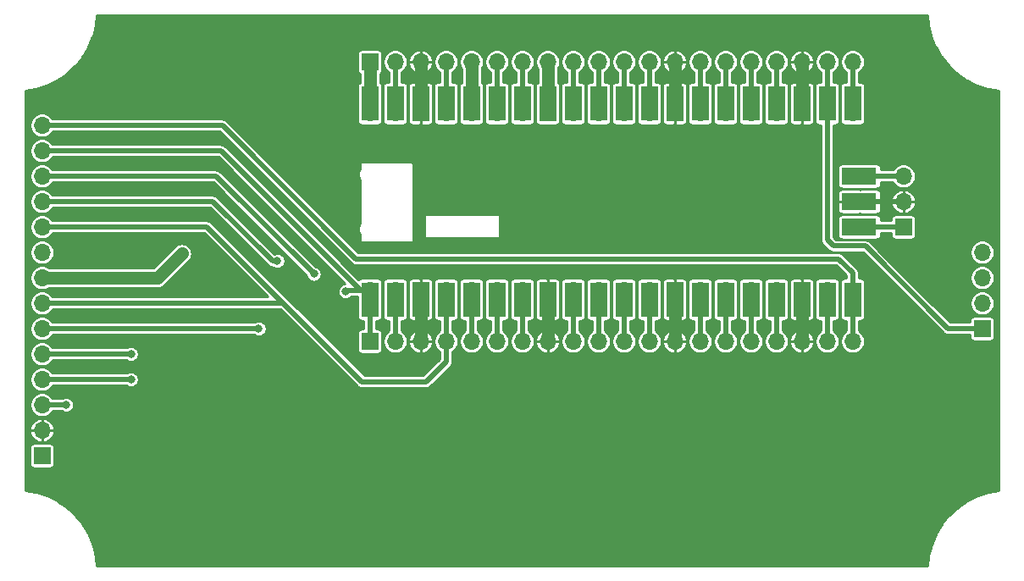
<source format=gtl>
G04 #@! TF.GenerationSoftware,KiCad,Pcbnew,(5.1.6-0)*
G04 #@! TF.CreationDate,2021-05-18T08:24:55+02:00*
G04 #@! TF.ProjectId,Pico_TFT_combiner,5069636f-5f54-4465-945f-636f6d62696e,rev?*
G04 #@! TF.SameCoordinates,Original*
G04 #@! TF.FileFunction,Copper,L1,Top*
G04 #@! TF.FilePolarity,Positive*
%FSLAX46Y46*%
G04 Gerber Fmt 4.6, Leading zero omitted, Abs format (unit mm)*
G04 Created by KiCad (PCBNEW (5.1.6-0)) date 2021-05-18 08:24:55*
%MOMM*%
%LPD*%
G01*
G04 APERTURE LIST*
G04 #@! TA.AperFunction,ComponentPad*
%ADD10R,1.700000X1.700000*%
G04 #@! TD*
G04 #@! TA.AperFunction,ComponentPad*
%ADD11O,1.700000X1.700000*%
G04 #@! TD*
G04 #@! TA.AperFunction,SMDPad,CuDef*
%ADD12R,1.700000X3.500000*%
G04 #@! TD*
G04 #@! TA.AperFunction,SMDPad,CuDef*
%ADD13R,3.500000X1.700000*%
G04 #@! TD*
G04 #@! TA.AperFunction,ViaPad*
%ADD14C,0.450000*%
G04 #@! TD*
G04 #@! TA.AperFunction,ViaPad*
%ADD15C,1.000000*%
G04 #@! TD*
G04 #@! TA.AperFunction,ViaPad*
%ADD16C,0.800000*%
G04 #@! TD*
G04 #@! TA.AperFunction,Conductor*
%ADD17C,0.508000*%
G04 #@! TD*
G04 #@! TA.AperFunction,Conductor*
%ADD18C,1.270000*%
G04 #@! TD*
G04 #@! TA.AperFunction,Conductor*
%ADD19C,0.254000*%
G04 #@! TD*
G04 APERTURE END LIST*
D10*
X169926000Y-64770000D03*
D11*
X169926000Y-62230000D03*
X169926000Y-59690000D03*
D10*
X83820000Y-87630000D03*
D11*
X83820000Y-85090000D03*
X83820000Y-82550000D03*
X83820000Y-80010000D03*
X83820000Y-77470000D03*
X83820000Y-74930000D03*
X83820000Y-72390000D03*
X83820000Y-69850000D03*
X83820000Y-67310000D03*
X83820000Y-64770000D03*
X83820000Y-62230000D03*
X83820000Y-59690000D03*
X83820000Y-57150000D03*
X83820000Y-54610000D03*
X164846000Y-76200000D03*
X162306000Y-76200000D03*
X159766000Y-76200000D03*
X157226000Y-76200000D03*
X154686000Y-76200000D03*
X152146000Y-76200000D03*
X149606000Y-76200000D03*
X147066000Y-76200000D03*
X144526000Y-76200000D03*
X141986000Y-76200000D03*
X139446000Y-76200000D03*
X136906000Y-76200000D03*
X134366000Y-76200000D03*
X131826000Y-76200000D03*
X129286000Y-76200000D03*
X126746000Y-76200000D03*
X124206000Y-76200000D03*
X121666000Y-76200000D03*
X119126000Y-76200000D03*
D10*
X116586000Y-76200000D03*
X116586000Y-48260000D03*
D11*
X119126000Y-48260000D03*
X121666000Y-48260000D03*
X124206000Y-48260000D03*
X126746000Y-48260000D03*
X129286000Y-48260000D03*
X131826000Y-48260000D03*
X134366000Y-48260000D03*
X136906000Y-48260000D03*
X139446000Y-48260000D03*
X141986000Y-48260000D03*
X144526000Y-48260000D03*
X147066000Y-48260000D03*
X149606000Y-48260000D03*
X152146000Y-48260000D03*
X154686000Y-48260000D03*
X157226000Y-48260000D03*
X159766000Y-48260000D03*
X162306000Y-48260000D03*
X164846000Y-48260000D03*
X116586000Y-71120000D03*
X119126000Y-71120000D03*
D10*
X121666000Y-71120000D03*
D11*
X124206000Y-71120000D03*
X126746000Y-71120000D03*
X129286000Y-71120000D03*
X131826000Y-71120000D03*
D10*
X134366000Y-71120000D03*
D11*
X136906000Y-71120000D03*
X139446000Y-71120000D03*
X141986000Y-71120000D03*
X144526000Y-71120000D03*
D10*
X147066000Y-71120000D03*
D11*
X149606000Y-71120000D03*
X152146000Y-71120000D03*
X154686000Y-71120000D03*
X157226000Y-71120000D03*
D10*
X159766000Y-71120000D03*
D11*
X162306000Y-71120000D03*
X164846000Y-71120000D03*
X164846000Y-53340000D03*
X162306000Y-53340000D03*
D10*
X159766000Y-53340000D03*
D11*
X157226000Y-53340000D03*
X154686000Y-53340000D03*
X152146000Y-53340000D03*
X149606000Y-53340000D03*
D10*
X147066000Y-53340000D03*
D11*
X144526000Y-53340000D03*
X141986000Y-53340000D03*
X139446000Y-53340000D03*
X136906000Y-53340000D03*
D10*
X134366000Y-53340000D03*
D11*
X131826000Y-53340000D03*
X129286000Y-53340000D03*
X126746000Y-53340000D03*
X124206000Y-53340000D03*
D10*
X121666000Y-53340000D03*
D11*
X119126000Y-53340000D03*
X116586000Y-53340000D03*
D12*
X116586000Y-72020000D03*
X119126000Y-72020000D03*
X121666000Y-72020000D03*
X124206000Y-72020000D03*
X126746000Y-72020000D03*
X129286000Y-72020000D03*
X131826000Y-72020000D03*
X134366000Y-72020000D03*
X136906000Y-72020000D03*
X139446000Y-72020000D03*
X141986000Y-72020000D03*
X144526000Y-72020000D03*
X147066000Y-72020000D03*
X149606000Y-72020000D03*
X152146000Y-72020000D03*
X154686000Y-72020000D03*
X157226000Y-72020000D03*
X159766000Y-72020000D03*
X162306000Y-72020000D03*
X164846000Y-72020000D03*
X116586000Y-52440000D03*
X119126000Y-52440000D03*
X121666000Y-52440000D03*
X124206000Y-52440000D03*
X126746000Y-52440000D03*
X129286000Y-52440000D03*
X131826000Y-52440000D03*
X134366000Y-52440000D03*
X136906000Y-52440000D03*
X139446000Y-52440000D03*
X141986000Y-52440000D03*
X144526000Y-52440000D03*
X147066000Y-52440000D03*
X149606000Y-52440000D03*
X152146000Y-52440000D03*
X154686000Y-52440000D03*
X157226000Y-52440000D03*
X159766000Y-52440000D03*
X162306000Y-52440000D03*
X164846000Y-52440000D03*
D13*
X165516000Y-64770000D03*
D11*
X164616000Y-64770000D03*
D13*
X165516000Y-62230000D03*
D10*
X164616000Y-62230000D03*
D13*
X165516000Y-59690000D03*
D11*
X164616000Y-59690000D03*
D10*
X177800000Y-74930000D03*
D11*
X177800000Y-72390000D03*
X177800000Y-69850000D03*
X177800000Y-67310000D03*
D14*
X105465880Y-76100940D03*
X111663480Y-70261480D03*
X113253520Y-72003920D03*
D15*
X97790000Y-67437000D03*
D16*
X86233000Y-82550000D03*
X92709998Y-80010000D03*
X92710000Y-77470000D03*
X110998002Y-69469000D03*
X105481120Y-74945240D03*
X107348020Y-68163440D03*
X114160300Y-71229220D03*
D17*
X164616000Y-64770000D02*
X169926000Y-64770000D01*
D18*
X121666000Y-48260000D02*
X121666000Y-53340000D01*
X147066000Y-48260000D02*
X147066000Y-53340000D01*
X159766000Y-48260000D02*
X159766000Y-53340000D01*
D17*
X164616000Y-62230000D02*
X169926000Y-62230000D01*
D18*
X159766000Y-71120000D02*
X159766000Y-76200000D01*
X134366000Y-71120000D02*
X134366000Y-76200000D01*
X121666000Y-71120000D02*
X121666000Y-76200000D01*
X147066000Y-71120000D02*
X147066000Y-76200000D01*
D17*
X164616000Y-59690000D02*
X169926000Y-59690000D01*
D18*
X126746000Y-48260000D02*
X126746000Y-53340000D01*
X95377000Y-69850000D02*
X97790000Y-67437000D01*
X83820000Y-69850000D02*
X95377000Y-69850000D01*
D17*
X152146000Y-48260000D02*
X152146000Y-53340000D01*
X83820000Y-82550000D02*
X86233000Y-82550000D01*
X149606000Y-48260000D02*
X149606000Y-53340000D01*
X83820000Y-80010000D02*
X92709998Y-80010000D01*
X144526000Y-48260000D02*
X144526000Y-53340000D01*
X83820000Y-77470000D02*
X92710000Y-77470000D01*
X126746000Y-71120000D02*
X126746000Y-76200000D01*
X83820000Y-59690000D02*
X101219002Y-59690000D01*
X101219002Y-59690000D02*
X110998002Y-69469000D01*
X83820000Y-74930000D02*
X105465880Y-74930000D01*
X105465880Y-74930000D02*
X105481120Y-74945240D01*
X124206000Y-76200000D02*
X124206000Y-71120000D01*
X115818920Y-80264000D02*
X122174000Y-80264000D01*
X124206000Y-78232000D02*
X124206000Y-76200000D01*
X122174000Y-80264000D02*
X124206000Y-78232000D01*
X100324920Y-64770000D02*
X115818920Y-80264000D01*
X83820000Y-64770000D02*
X100324920Y-64770000D01*
X107911900Y-72356980D02*
X108096050Y-72541130D01*
X83853020Y-72356980D02*
X107911900Y-72356980D01*
X83820000Y-72390000D02*
X83853020Y-72356980D01*
X162306000Y-76200000D02*
X162306000Y-71120000D01*
X106852720Y-68163440D02*
X107348020Y-68163440D01*
X100919280Y-62230000D02*
X106852720Y-68163440D01*
X83820000Y-62230000D02*
X100919280Y-62230000D01*
X116586000Y-71120000D02*
X116586000Y-76200000D01*
X83820000Y-57150000D02*
X101727000Y-57150000D01*
X115697000Y-71120000D02*
X116586000Y-71120000D01*
X101727000Y-57150000D02*
X115697000Y-71120000D01*
X114269520Y-71120000D02*
X114160300Y-71229220D01*
X116586000Y-71120000D02*
X114269520Y-71120000D01*
X164846000Y-71120000D02*
X164846000Y-76200000D01*
X164846000Y-69354700D02*
X164846000Y-71120000D01*
X163451540Y-67960240D02*
X164846000Y-69354700D01*
X115204240Y-67960240D02*
X163451540Y-67960240D01*
X101854000Y-54610000D02*
X115204240Y-67960240D01*
X83820000Y-54610000D02*
X101854000Y-54610000D01*
X157226000Y-76200000D02*
X157226000Y-71120000D01*
X154686000Y-71120000D02*
X154686000Y-76200000D01*
X152146000Y-76200000D02*
X152146000Y-71120000D01*
X149606000Y-71120000D02*
X149606000Y-76200000D01*
X144526000Y-76200000D02*
X144526000Y-71120000D01*
X141986000Y-71120000D02*
X141986000Y-76200000D01*
X139446000Y-71120000D02*
X139446000Y-76200000D01*
X136906000Y-76200000D02*
X136906000Y-71120000D01*
X131826000Y-71120000D02*
X131826000Y-76200000D01*
X129286000Y-76200000D02*
X129286000Y-71120000D01*
X119126000Y-76200000D02*
X119126000Y-71120000D01*
D18*
X116586000Y-53340000D02*
X116586000Y-48260000D01*
D17*
X119126000Y-48260000D02*
X119126000Y-53340000D01*
X124206000Y-48260000D02*
X124206000Y-53340000D01*
X129286000Y-48260000D02*
X129286000Y-53340000D01*
X131826000Y-53340000D02*
X131826000Y-48260000D01*
D18*
X134366000Y-48260000D02*
X134366000Y-53340000D01*
D17*
X136906000Y-53340000D02*
X136906000Y-48260000D01*
X139446000Y-48260000D02*
X139446000Y-53340000D01*
X141986000Y-48260000D02*
X141986000Y-53340000D01*
X154686000Y-48260000D02*
X154686000Y-53340000D01*
X157226000Y-48260000D02*
X157226000Y-53340000D01*
X162306000Y-48260000D02*
X162306000Y-53340000D01*
X162306000Y-66065400D02*
X162306000Y-53340000D01*
X162918140Y-66677540D02*
X162306000Y-66065400D01*
X166123620Y-66677540D02*
X162918140Y-66677540D01*
X174376080Y-74930000D02*
X166123620Y-66677540D01*
X177800000Y-74930000D02*
X174376080Y-74930000D01*
X164846000Y-48260000D02*
X164846000Y-53340000D01*
D19*
G36*
X172422090Y-44512981D02*
G01*
X172423549Y-44521271D01*
X172424144Y-44529666D01*
X172431886Y-44569291D01*
X172697059Y-45640455D01*
X172699913Y-45649211D01*
X172701889Y-45658232D01*
X172715270Y-45696324D01*
X173132294Y-46717990D01*
X173136388Y-46726254D01*
X173139641Y-46734883D01*
X173158380Y-46770645D01*
X173718519Y-47721409D01*
X173723764Y-47728997D01*
X173728228Y-47737065D01*
X173751933Y-47769747D01*
X174443455Y-48629693D01*
X174449737Y-48636440D01*
X174455322Y-48643784D01*
X174483497Y-48672701D01*
X175291914Y-49423814D01*
X175299101Y-49429582D01*
X175305690Y-49436044D01*
X175337745Y-49460592D01*
X176246121Y-50087138D01*
X176254071Y-50091811D01*
X176261519Y-50097251D01*
X176296781Y-50116914D01*
X177286089Y-50605768D01*
X177294627Y-50609243D01*
X177302786Y-50613553D01*
X177340518Y-50627920D01*
X178390033Y-50968839D01*
X178398981Y-50971044D01*
X178407678Y-50974132D01*
X178447088Y-50982902D01*
X179429230Y-51150707D01*
X179424751Y-91104948D01*
X178503654Y-91260677D01*
X178495736Y-91262614D01*
X178487661Y-91263712D01*
X178448616Y-91273987D01*
X177399049Y-91606803D01*
X177390486Y-91610219D01*
X177381620Y-91612768D01*
X177344467Y-91628572D01*
X176353938Y-92109414D01*
X176345952Y-92114033D01*
X176337553Y-92117833D01*
X176303071Y-92138834D01*
X175392329Y-92757628D01*
X175385100Y-92763346D01*
X175377329Y-92768324D01*
X175346241Y-92794084D01*
X174534366Y-93537869D01*
X174528041Y-93544568D01*
X174521068Y-93550617D01*
X174494024Y-93580595D01*
X173798021Y-94433788D01*
X173792724Y-94441337D01*
X173786704Y-94448322D01*
X173764270Y-94481890D01*
X173198721Y-95426618D01*
X173194572Y-95434848D01*
X173189619Y-95442635D01*
X173172266Y-95479089D01*
X172749019Y-96495563D01*
X172746102Y-96504305D01*
X172742324Y-96512727D01*
X172730415Y-96551304D01*
X172458336Y-97618229D01*
X172456710Y-97627306D01*
X172454190Y-97636178D01*
X172447975Y-97676071D01*
X172345082Y-98654000D01*
X89292869Y-98654000D01*
X89204376Y-97765616D01*
X89203025Y-97757825D01*
X89202505Y-97749932D01*
X89194961Y-97710269D01*
X88935148Y-96637791D01*
X88932337Y-96629018D01*
X88930407Y-96619991D01*
X88917217Y-96581832D01*
X88505306Y-95558094D01*
X88501256Y-95549815D01*
X88498044Y-95541164D01*
X88479484Y-95505309D01*
X87924105Y-94551756D01*
X87918902Y-94544148D01*
X87914475Y-94536051D01*
X87890933Y-94503251D01*
X87203720Y-93639858D01*
X87197473Y-93633081D01*
X87191924Y-93625708D01*
X87163894Y-93596650D01*
X86359243Y-92841504D01*
X86352079Y-92835696D01*
X86345527Y-92829205D01*
X86313596Y-92804498D01*
X85408363Y-92173418D01*
X85400443Y-92168709D01*
X85393017Y-92163228D01*
X85357853Y-92143389D01*
X84371001Y-91649595D01*
X84362482Y-91646078D01*
X84354344Y-91641727D01*
X84316685Y-91627172D01*
X83268888Y-91281008D01*
X83259947Y-91278757D01*
X83251269Y-91275627D01*
X83211904Y-91266660D01*
X82206685Y-91089736D01*
X82205130Y-86780000D01*
X82587157Y-86780000D01*
X82587157Y-88480000D01*
X82594513Y-88554689D01*
X82616299Y-88626508D01*
X82651678Y-88692696D01*
X82699289Y-88750711D01*
X82757304Y-88798322D01*
X82823492Y-88833701D01*
X82895311Y-88855487D01*
X82970000Y-88862843D01*
X84670000Y-88862843D01*
X84744689Y-88855487D01*
X84816508Y-88833701D01*
X84882696Y-88798322D01*
X84940711Y-88750711D01*
X84988322Y-88692696D01*
X85023701Y-88626508D01*
X85045487Y-88554689D01*
X85052843Y-88480000D01*
X85052843Y-86780000D01*
X85045487Y-86705311D01*
X85023701Y-86633492D01*
X84988322Y-86567304D01*
X84940711Y-86509289D01*
X84882696Y-86461678D01*
X84816508Y-86426299D01*
X84744689Y-86404513D01*
X84670000Y-86397157D01*
X82970000Y-86397157D01*
X82895311Y-86404513D01*
X82823492Y-86426299D01*
X82757304Y-86461678D01*
X82699289Y-86509289D01*
X82651678Y-86567304D01*
X82616299Y-86633492D01*
X82594513Y-86705311D01*
X82587157Y-86780000D01*
X82205130Y-86780000D01*
X82204590Y-85283221D01*
X82603246Y-85283221D01*
X82621924Y-85377120D01*
X82700959Y-85605336D01*
X82822998Y-85813748D01*
X82983351Y-85994347D01*
X83175856Y-86140192D01*
X83393115Y-86245679D01*
X83626779Y-86306754D01*
X83819500Y-86226500D01*
X83819500Y-85090500D01*
X83820500Y-85090500D01*
X83820500Y-86226500D01*
X84013221Y-86306754D01*
X84246885Y-86245679D01*
X84464144Y-86140192D01*
X84656649Y-85994347D01*
X84817002Y-85813748D01*
X84939041Y-85605336D01*
X85018076Y-85377120D01*
X85036754Y-85283221D01*
X84956500Y-85090500D01*
X83820500Y-85090500D01*
X83819500Y-85090500D01*
X82683500Y-85090500D01*
X82603246Y-85283221D01*
X82204590Y-85283221D01*
X82204451Y-84896779D01*
X82603246Y-84896779D01*
X82683500Y-85089500D01*
X83819500Y-85089500D01*
X83819500Y-83953500D01*
X83820500Y-83953500D01*
X83820500Y-85089500D01*
X84956500Y-85089500D01*
X85036754Y-84896779D01*
X85018076Y-84802880D01*
X84939041Y-84574664D01*
X84817002Y-84366252D01*
X84656649Y-84185653D01*
X84464144Y-84039808D01*
X84246885Y-83934321D01*
X84013221Y-83873246D01*
X83820500Y-83953500D01*
X83819500Y-83953500D01*
X83626779Y-83873246D01*
X83393115Y-83934321D01*
X83175856Y-84039808D01*
X82983351Y-84185653D01*
X82822998Y-84366252D01*
X82700959Y-84574664D01*
X82621924Y-84802880D01*
X82603246Y-84896779D01*
X82204451Y-84896779D01*
X82203560Y-82428757D01*
X82589000Y-82428757D01*
X82589000Y-82671243D01*
X82636307Y-82909069D01*
X82729102Y-83133097D01*
X82863820Y-83334717D01*
X83035283Y-83506180D01*
X83236903Y-83640898D01*
X83460931Y-83733693D01*
X83698757Y-83781000D01*
X83941243Y-83781000D01*
X84179069Y-83733693D01*
X84403097Y-83640898D01*
X84604717Y-83506180D01*
X84776180Y-83334717D01*
X84876218Y-83185000D01*
X85777582Y-83185000D01*
X85863058Y-83242113D01*
X86005191Y-83300987D01*
X86156078Y-83331000D01*
X86309922Y-83331000D01*
X86460809Y-83300987D01*
X86602942Y-83242113D01*
X86730859Y-83156642D01*
X86839642Y-83047859D01*
X86925113Y-82919942D01*
X86983987Y-82777809D01*
X87014000Y-82626922D01*
X87014000Y-82473078D01*
X86983987Y-82322191D01*
X86925113Y-82180058D01*
X86839642Y-82052141D01*
X86730859Y-81943358D01*
X86602942Y-81857887D01*
X86460809Y-81799013D01*
X86309922Y-81769000D01*
X86156078Y-81769000D01*
X86005191Y-81799013D01*
X85863058Y-81857887D01*
X85777582Y-81915000D01*
X84876218Y-81915000D01*
X84776180Y-81765283D01*
X84604717Y-81593820D01*
X84403097Y-81459102D01*
X84179069Y-81366307D01*
X83941243Y-81319000D01*
X83698757Y-81319000D01*
X83460931Y-81366307D01*
X83236903Y-81459102D01*
X83035283Y-81593820D01*
X82863820Y-81765283D01*
X82729102Y-81966903D01*
X82636307Y-82190931D01*
X82589000Y-82428757D01*
X82203560Y-82428757D01*
X82202643Y-79888757D01*
X82589000Y-79888757D01*
X82589000Y-80131243D01*
X82636307Y-80369069D01*
X82729102Y-80593097D01*
X82863820Y-80794717D01*
X83035283Y-80966180D01*
X83236903Y-81100898D01*
X83460931Y-81193693D01*
X83698757Y-81241000D01*
X83941243Y-81241000D01*
X84179069Y-81193693D01*
X84403097Y-81100898D01*
X84604717Y-80966180D01*
X84776180Y-80794717D01*
X84876218Y-80645000D01*
X92254580Y-80645000D01*
X92340056Y-80702113D01*
X92482189Y-80760987D01*
X92633076Y-80791000D01*
X92786920Y-80791000D01*
X92937807Y-80760987D01*
X93079940Y-80702113D01*
X93207857Y-80616642D01*
X93316640Y-80507859D01*
X93402111Y-80379942D01*
X93460985Y-80237809D01*
X93490998Y-80086922D01*
X93490998Y-79933078D01*
X93460985Y-79782191D01*
X93402111Y-79640058D01*
X93316640Y-79512141D01*
X93207857Y-79403358D01*
X93079940Y-79317887D01*
X92937807Y-79259013D01*
X92786920Y-79229000D01*
X92633076Y-79229000D01*
X92482189Y-79259013D01*
X92340056Y-79317887D01*
X92254580Y-79375000D01*
X84876218Y-79375000D01*
X84776180Y-79225283D01*
X84604717Y-79053820D01*
X84403097Y-78919102D01*
X84179069Y-78826307D01*
X83941243Y-78779000D01*
X83698757Y-78779000D01*
X83460931Y-78826307D01*
X83236903Y-78919102D01*
X83035283Y-79053820D01*
X82863820Y-79225283D01*
X82729102Y-79426903D01*
X82636307Y-79650931D01*
X82589000Y-79888757D01*
X82202643Y-79888757D01*
X82201726Y-77348757D01*
X82589000Y-77348757D01*
X82589000Y-77591243D01*
X82636307Y-77829069D01*
X82729102Y-78053097D01*
X82863820Y-78254717D01*
X83035283Y-78426180D01*
X83236903Y-78560898D01*
X83460931Y-78653693D01*
X83698757Y-78701000D01*
X83941243Y-78701000D01*
X84179069Y-78653693D01*
X84403097Y-78560898D01*
X84604717Y-78426180D01*
X84776180Y-78254717D01*
X84876218Y-78105000D01*
X92254582Y-78105000D01*
X92340058Y-78162113D01*
X92482191Y-78220987D01*
X92633078Y-78251000D01*
X92786922Y-78251000D01*
X92937809Y-78220987D01*
X93079942Y-78162113D01*
X93207859Y-78076642D01*
X93316642Y-77967859D01*
X93402113Y-77839942D01*
X93460987Y-77697809D01*
X93491000Y-77546922D01*
X93491000Y-77393078D01*
X93460987Y-77242191D01*
X93402113Y-77100058D01*
X93316642Y-76972141D01*
X93207859Y-76863358D01*
X93079942Y-76777887D01*
X92937809Y-76719013D01*
X92786922Y-76689000D01*
X92633078Y-76689000D01*
X92482191Y-76719013D01*
X92340058Y-76777887D01*
X92254582Y-76835000D01*
X84876218Y-76835000D01*
X84776180Y-76685283D01*
X84604717Y-76513820D01*
X84403097Y-76379102D01*
X84179069Y-76286307D01*
X83941243Y-76239000D01*
X83698757Y-76239000D01*
X83460931Y-76286307D01*
X83236903Y-76379102D01*
X83035283Y-76513820D01*
X82863820Y-76685283D01*
X82729102Y-76886903D01*
X82636307Y-77110931D01*
X82589000Y-77348757D01*
X82201726Y-77348757D01*
X82200809Y-74808757D01*
X82589000Y-74808757D01*
X82589000Y-75051243D01*
X82636307Y-75289069D01*
X82729102Y-75513097D01*
X82863820Y-75714717D01*
X83035283Y-75886180D01*
X83236903Y-76020898D01*
X83460931Y-76113693D01*
X83698757Y-76161000D01*
X83941243Y-76161000D01*
X84179069Y-76113693D01*
X84403097Y-76020898D01*
X84604717Y-75886180D01*
X84776180Y-75714717D01*
X84876218Y-75565000D01*
X105002894Y-75565000D01*
X105111178Y-75637353D01*
X105253311Y-75696227D01*
X105404198Y-75726240D01*
X105558042Y-75726240D01*
X105708929Y-75696227D01*
X105851062Y-75637353D01*
X105978979Y-75551882D01*
X106087762Y-75443099D01*
X106173233Y-75315182D01*
X106232107Y-75173049D01*
X106262120Y-75022162D01*
X106262120Y-74868318D01*
X106232107Y-74717431D01*
X106173233Y-74575298D01*
X106087762Y-74447381D01*
X105978979Y-74338598D01*
X105851062Y-74253127D01*
X105708929Y-74194253D01*
X105558042Y-74164240D01*
X105404198Y-74164240D01*
X105253311Y-74194253D01*
X105111178Y-74253127D01*
X105048510Y-74295000D01*
X84876218Y-74295000D01*
X84776180Y-74145283D01*
X84604717Y-73973820D01*
X84403097Y-73839102D01*
X84179069Y-73746307D01*
X83941243Y-73699000D01*
X83698757Y-73699000D01*
X83460931Y-73746307D01*
X83236903Y-73839102D01*
X83035283Y-73973820D01*
X82863820Y-74145283D01*
X82729102Y-74346903D01*
X82636307Y-74570931D01*
X82589000Y-74808757D01*
X82200809Y-74808757D01*
X82198975Y-69728757D01*
X82589000Y-69728757D01*
X82589000Y-69971243D01*
X82636307Y-70209069D01*
X82729102Y-70433097D01*
X82863820Y-70634717D01*
X83035283Y-70806180D01*
X83236903Y-70940898D01*
X83460931Y-71033693D01*
X83698757Y-71081000D01*
X83941243Y-71081000D01*
X84179069Y-71033693D01*
X84403097Y-70940898D01*
X84515190Y-70866000D01*
X95327098Y-70866000D01*
X95377000Y-70870915D01*
X95426902Y-70866000D01*
X95576171Y-70851298D01*
X95767687Y-70793202D01*
X95944190Y-70698860D01*
X96098896Y-70571896D01*
X96130712Y-70533128D01*
X98543706Y-68120135D01*
X98638859Y-68004190D01*
X98733201Y-67827688D01*
X98791298Y-67636171D01*
X98810914Y-67437001D01*
X98791298Y-67237830D01*
X98733201Y-67046314D01*
X98638859Y-66869811D01*
X98511895Y-66715105D01*
X98357189Y-66588141D01*
X98180686Y-66493799D01*
X97989170Y-66435702D01*
X97789999Y-66416086D01*
X97590829Y-66435702D01*
X97399312Y-66493799D01*
X97222810Y-66588141D01*
X97106865Y-66683294D01*
X94956160Y-68834000D01*
X84515190Y-68834000D01*
X84403097Y-68759102D01*
X84179069Y-68666307D01*
X83941243Y-68619000D01*
X83698757Y-68619000D01*
X83460931Y-68666307D01*
X83236903Y-68759102D01*
X83035283Y-68893820D01*
X82863820Y-69065283D01*
X82729102Y-69266903D01*
X82636307Y-69490931D01*
X82589000Y-69728757D01*
X82198975Y-69728757D01*
X82198058Y-67188757D01*
X82589000Y-67188757D01*
X82589000Y-67431243D01*
X82636307Y-67669069D01*
X82729102Y-67893097D01*
X82863820Y-68094717D01*
X83035283Y-68266180D01*
X83236903Y-68400898D01*
X83460931Y-68493693D01*
X83698757Y-68541000D01*
X83941243Y-68541000D01*
X84179069Y-68493693D01*
X84403097Y-68400898D01*
X84604717Y-68266180D01*
X84776180Y-68094717D01*
X84910898Y-67893097D01*
X85003693Y-67669069D01*
X85051000Y-67431243D01*
X85051000Y-67188757D01*
X85003693Y-66950931D01*
X84910898Y-66726903D01*
X84776180Y-66525283D01*
X84604717Y-66353820D01*
X84403097Y-66219102D01*
X84179069Y-66126307D01*
X83941243Y-66079000D01*
X83698757Y-66079000D01*
X83460931Y-66126307D01*
X83236903Y-66219102D01*
X83035283Y-66353820D01*
X82863820Y-66525283D01*
X82729102Y-66726903D01*
X82636307Y-66950931D01*
X82589000Y-67188757D01*
X82198058Y-67188757D01*
X82197141Y-64648757D01*
X82589000Y-64648757D01*
X82589000Y-64891243D01*
X82636307Y-65129069D01*
X82729102Y-65353097D01*
X82863820Y-65554717D01*
X83035283Y-65726180D01*
X83236903Y-65860898D01*
X83460931Y-65953693D01*
X83698757Y-66001000D01*
X83941243Y-66001000D01*
X84179069Y-65953693D01*
X84403097Y-65860898D01*
X84604717Y-65726180D01*
X84776180Y-65554717D01*
X84876218Y-65405000D01*
X100061896Y-65405000D01*
X106378876Y-71721980D01*
X84854154Y-71721980D01*
X84776180Y-71605283D01*
X84604717Y-71433820D01*
X84403097Y-71299102D01*
X84179069Y-71206307D01*
X83941243Y-71159000D01*
X83698757Y-71159000D01*
X83460931Y-71206307D01*
X83236903Y-71299102D01*
X83035283Y-71433820D01*
X82863820Y-71605283D01*
X82729102Y-71806903D01*
X82636307Y-72030931D01*
X82589000Y-72268757D01*
X82589000Y-72511243D01*
X82636307Y-72749069D01*
X82729102Y-72973097D01*
X82863820Y-73174717D01*
X83035283Y-73346180D01*
X83236903Y-73480898D01*
X83460931Y-73573693D01*
X83698757Y-73621000D01*
X83941243Y-73621000D01*
X84179069Y-73573693D01*
X84403097Y-73480898D01*
X84604717Y-73346180D01*
X84776180Y-73174717D01*
X84898281Y-72991980D01*
X107648875Y-72991980D01*
X115347850Y-80690955D01*
X115367735Y-80715185D01*
X115391963Y-80735068D01*
X115464426Y-80794538D01*
X115574740Y-80853502D01*
X115694438Y-80889812D01*
X115787728Y-80899000D01*
X115787739Y-80899000D01*
X115818920Y-80902071D01*
X115850101Y-80899000D01*
X122142819Y-80899000D01*
X122174000Y-80902071D01*
X122205181Y-80899000D01*
X122205192Y-80899000D01*
X122298482Y-80889812D01*
X122418180Y-80853502D01*
X122528494Y-80794537D01*
X122625185Y-80715185D01*
X122645074Y-80690950D01*
X124632956Y-78703069D01*
X124657185Y-78683185D01*
X124692235Y-78640476D01*
X124736538Y-78586494D01*
X124795502Y-78476180D01*
X124810669Y-78426180D01*
X124831812Y-78356482D01*
X124841000Y-78263192D01*
X124841000Y-78263181D01*
X124844071Y-78232000D01*
X124841000Y-78200819D01*
X124841000Y-77256218D01*
X124990717Y-77156180D01*
X125162180Y-76984717D01*
X125296898Y-76783097D01*
X125389693Y-76559069D01*
X125437000Y-76321243D01*
X125437000Y-76078757D01*
X125389693Y-75840931D01*
X125296898Y-75616903D01*
X125162180Y-75415283D01*
X124990717Y-75243820D01*
X124841000Y-75143782D01*
X124841000Y-74152843D01*
X125056000Y-74152843D01*
X125130689Y-74145487D01*
X125202508Y-74123701D01*
X125268696Y-74088322D01*
X125326711Y-74040711D01*
X125374322Y-73982696D01*
X125409701Y-73916508D01*
X125431487Y-73844689D01*
X125438843Y-73770000D01*
X125438843Y-70270000D01*
X125513157Y-70270000D01*
X125513157Y-73770000D01*
X125520513Y-73844689D01*
X125542299Y-73916508D01*
X125577678Y-73982696D01*
X125625289Y-74040711D01*
X125683304Y-74088322D01*
X125749492Y-74123701D01*
X125821311Y-74145487D01*
X125896000Y-74152843D01*
X126111001Y-74152843D01*
X126111001Y-75143782D01*
X125961283Y-75243820D01*
X125789820Y-75415283D01*
X125655102Y-75616903D01*
X125562307Y-75840931D01*
X125515000Y-76078757D01*
X125515000Y-76321243D01*
X125562307Y-76559069D01*
X125655102Y-76783097D01*
X125789820Y-76984717D01*
X125961283Y-77156180D01*
X126162903Y-77290898D01*
X126386931Y-77383693D01*
X126624757Y-77431000D01*
X126867243Y-77431000D01*
X127105069Y-77383693D01*
X127329097Y-77290898D01*
X127530717Y-77156180D01*
X127702180Y-76984717D01*
X127836898Y-76783097D01*
X127929693Y-76559069D01*
X127977000Y-76321243D01*
X127977000Y-76078757D01*
X127929693Y-75840931D01*
X127836898Y-75616903D01*
X127702180Y-75415283D01*
X127530717Y-75243820D01*
X127381000Y-75143782D01*
X127381000Y-74152843D01*
X127596000Y-74152843D01*
X127670689Y-74145487D01*
X127742508Y-74123701D01*
X127808696Y-74088322D01*
X127866711Y-74040711D01*
X127914322Y-73982696D01*
X127949701Y-73916508D01*
X127971487Y-73844689D01*
X127978843Y-73770000D01*
X127978843Y-70270000D01*
X128053157Y-70270000D01*
X128053157Y-73770000D01*
X128060513Y-73844689D01*
X128082299Y-73916508D01*
X128117678Y-73982696D01*
X128165289Y-74040711D01*
X128223304Y-74088322D01*
X128289492Y-74123701D01*
X128361311Y-74145487D01*
X128436000Y-74152843D01*
X128651000Y-74152843D01*
X128651000Y-75143782D01*
X128501283Y-75243820D01*
X128329820Y-75415283D01*
X128195102Y-75616903D01*
X128102307Y-75840931D01*
X128055000Y-76078757D01*
X128055000Y-76321243D01*
X128102307Y-76559069D01*
X128195102Y-76783097D01*
X128329820Y-76984717D01*
X128501283Y-77156180D01*
X128702903Y-77290898D01*
X128926931Y-77383693D01*
X129164757Y-77431000D01*
X129407243Y-77431000D01*
X129645069Y-77383693D01*
X129869097Y-77290898D01*
X130070717Y-77156180D01*
X130242180Y-76984717D01*
X130376898Y-76783097D01*
X130469693Y-76559069D01*
X130517000Y-76321243D01*
X130517000Y-76078757D01*
X130469693Y-75840931D01*
X130376898Y-75616903D01*
X130242180Y-75415283D01*
X130070717Y-75243820D01*
X129921000Y-75143782D01*
X129921000Y-74152843D01*
X130136000Y-74152843D01*
X130210689Y-74145487D01*
X130282508Y-74123701D01*
X130348696Y-74088322D01*
X130406711Y-74040711D01*
X130454322Y-73982696D01*
X130489701Y-73916508D01*
X130511487Y-73844689D01*
X130518843Y-73770000D01*
X130518843Y-70270000D01*
X130593157Y-70270000D01*
X130593157Y-73770000D01*
X130600513Y-73844689D01*
X130622299Y-73916508D01*
X130657678Y-73982696D01*
X130705289Y-74040711D01*
X130763304Y-74088322D01*
X130829492Y-74123701D01*
X130901311Y-74145487D01*
X130976000Y-74152843D01*
X131191001Y-74152843D01*
X131191001Y-75143782D01*
X131041283Y-75243820D01*
X130869820Y-75415283D01*
X130735102Y-75616903D01*
X130642307Y-75840931D01*
X130595000Y-76078757D01*
X130595000Y-76321243D01*
X130642307Y-76559069D01*
X130735102Y-76783097D01*
X130869820Y-76984717D01*
X131041283Y-77156180D01*
X131242903Y-77290898D01*
X131466931Y-77383693D01*
X131704757Y-77431000D01*
X131947243Y-77431000D01*
X132185069Y-77383693D01*
X132409097Y-77290898D01*
X132610717Y-77156180D01*
X132782180Y-76984717D01*
X132916898Y-76783097D01*
X133009693Y-76559069D01*
X133042682Y-76393221D01*
X133149246Y-76393221D01*
X133210321Y-76626885D01*
X133315808Y-76844144D01*
X133461653Y-77036649D01*
X133642252Y-77197002D01*
X133850664Y-77319041D01*
X134078880Y-77398076D01*
X134172779Y-77416754D01*
X134365500Y-77336500D01*
X134365500Y-76200500D01*
X134366500Y-76200500D01*
X134366500Y-77336500D01*
X134559221Y-77416754D01*
X134653120Y-77398076D01*
X134881336Y-77319041D01*
X135089748Y-77197002D01*
X135270347Y-77036649D01*
X135416192Y-76844144D01*
X135521679Y-76626885D01*
X135582754Y-76393221D01*
X135502500Y-76200500D01*
X134366500Y-76200500D01*
X134365500Y-76200500D01*
X133229500Y-76200500D01*
X133149246Y-76393221D01*
X133042682Y-76393221D01*
X133057000Y-76321243D01*
X133057000Y-76078757D01*
X133042683Y-76006779D01*
X133149246Y-76006779D01*
X133229500Y-76199500D01*
X134365500Y-76199500D01*
X134365500Y-75063500D01*
X134366500Y-75063500D01*
X134366500Y-76199500D01*
X135502500Y-76199500D01*
X135582754Y-76006779D01*
X135521679Y-75773115D01*
X135416192Y-75555856D01*
X135270347Y-75363351D01*
X135089748Y-75202998D01*
X134881336Y-75080959D01*
X134653120Y-75001924D01*
X134559221Y-74983246D01*
X134366500Y-75063500D01*
X134365500Y-75063500D01*
X134172779Y-74983246D01*
X134078880Y-75001924D01*
X133850664Y-75080959D01*
X133642252Y-75202998D01*
X133461653Y-75363351D01*
X133315808Y-75555856D01*
X133210321Y-75773115D01*
X133149246Y-76006779D01*
X133042683Y-76006779D01*
X133009693Y-75840931D01*
X132916898Y-75616903D01*
X132782180Y-75415283D01*
X132610717Y-75243820D01*
X132461000Y-75143782D01*
X132461000Y-74152843D01*
X132676000Y-74152843D01*
X132750689Y-74145487D01*
X132822508Y-74123701D01*
X132888696Y-74088322D01*
X132946711Y-74040711D01*
X132994322Y-73982696D01*
X133029701Y-73916508D01*
X133051487Y-73844689D01*
X133058843Y-73770000D01*
X133058843Y-70270000D01*
X133132152Y-70270000D01*
X133133457Y-71437691D01*
X133132152Y-71970000D01*
X133139528Y-72044885D01*
X133154793Y-72095207D01*
X133134000Y-72116000D01*
X133132152Y-73770000D01*
X133139528Y-73844885D01*
X133161371Y-73916892D01*
X133196842Y-73983255D01*
X133244578Y-74041422D01*
X133302745Y-74089158D01*
X133369108Y-74124629D01*
X133441115Y-74146472D01*
X133516000Y-74153848D01*
X134270000Y-74152000D01*
X134365500Y-74056500D01*
X134365500Y-69983500D01*
X134366500Y-69983500D01*
X134366500Y-74056500D01*
X134462000Y-74152000D01*
X135216000Y-74153848D01*
X135290885Y-74146472D01*
X135362892Y-74124629D01*
X135429255Y-74089158D01*
X135487422Y-74041422D01*
X135535158Y-73983255D01*
X135570629Y-73916892D01*
X135592472Y-73844885D01*
X135599848Y-73770000D01*
X135598000Y-72116000D01*
X135577207Y-72095207D01*
X135592472Y-72044885D01*
X135599848Y-71970000D01*
X135598543Y-71437691D01*
X135599848Y-70270000D01*
X135673157Y-70270000D01*
X135673157Y-73770000D01*
X135680513Y-73844689D01*
X135702299Y-73916508D01*
X135737678Y-73982696D01*
X135785289Y-74040711D01*
X135843304Y-74088322D01*
X135909492Y-74123701D01*
X135981311Y-74145487D01*
X136056000Y-74152843D01*
X136271000Y-74152843D01*
X136271000Y-75143782D01*
X136121283Y-75243820D01*
X135949820Y-75415283D01*
X135815102Y-75616903D01*
X135722307Y-75840931D01*
X135675000Y-76078757D01*
X135675000Y-76321243D01*
X135722307Y-76559069D01*
X135815102Y-76783097D01*
X135949820Y-76984717D01*
X136121283Y-77156180D01*
X136322903Y-77290898D01*
X136546931Y-77383693D01*
X136784757Y-77431000D01*
X137027243Y-77431000D01*
X137265069Y-77383693D01*
X137489097Y-77290898D01*
X137690717Y-77156180D01*
X137862180Y-76984717D01*
X137996898Y-76783097D01*
X138089693Y-76559069D01*
X138137000Y-76321243D01*
X138137000Y-76078757D01*
X138089693Y-75840931D01*
X137996898Y-75616903D01*
X137862180Y-75415283D01*
X137690717Y-75243820D01*
X137541000Y-75143782D01*
X137541000Y-74152843D01*
X137756000Y-74152843D01*
X137830689Y-74145487D01*
X137902508Y-74123701D01*
X137968696Y-74088322D01*
X138026711Y-74040711D01*
X138074322Y-73982696D01*
X138109701Y-73916508D01*
X138131487Y-73844689D01*
X138138843Y-73770000D01*
X138138843Y-70270000D01*
X138213157Y-70270000D01*
X138213157Y-73770000D01*
X138220513Y-73844689D01*
X138242299Y-73916508D01*
X138277678Y-73982696D01*
X138325289Y-74040711D01*
X138383304Y-74088322D01*
X138449492Y-74123701D01*
X138521311Y-74145487D01*
X138596000Y-74152843D01*
X138811001Y-74152843D01*
X138811001Y-75143782D01*
X138661283Y-75243820D01*
X138489820Y-75415283D01*
X138355102Y-75616903D01*
X138262307Y-75840931D01*
X138215000Y-76078757D01*
X138215000Y-76321243D01*
X138262307Y-76559069D01*
X138355102Y-76783097D01*
X138489820Y-76984717D01*
X138661283Y-77156180D01*
X138862903Y-77290898D01*
X139086931Y-77383693D01*
X139324757Y-77431000D01*
X139567243Y-77431000D01*
X139805069Y-77383693D01*
X140029097Y-77290898D01*
X140230717Y-77156180D01*
X140402180Y-76984717D01*
X140536898Y-76783097D01*
X140629693Y-76559069D01*
X140677000Y-76321243D01*
X140677000Y-76078757D01*
X140629693Y-75840931D01*
X140536898Y-75616903D01*
X140402180Y-75415283D01*
X140230717Y-75243820D01*
X140081000Y-75143782D01*
X140081000Y-74152843D01*
X140296000Y-74152843D01*
X140370689Y-74145487D01*
X140442508Y-74123701D01*
X140508696Y-74088322D01*
X140566711Y-74040711D01*
X140614322Y-73982696D01*
X140649701Y-73916508D01*
X140671487Y-73844689D01*
X140678843Y-73770000D01*
X140678843Y-70270000D01*
X140753157Y-70270000D01*
X140753157Y-73770000D01*
X140760513Y-73844689D01*
X140782299Y-73916508D01*
X140817678Y-73982696D01*
X140865289Y-74040711D01*
X140923304Y-74088322D01*
X140989492Y-74123701D01*
X141061311Y-74145487D01*
X141136000Y-74152843D01*
X141351001Y-74152843D01*
X141351001Y-75143782D01*
X141201283Y-75243820D01*
X141029820Y-75415283D01*
X140895102Y-75616903D01*
X140802307Y-75840931D01*
X140755000Y-76078757D01*
X140755000Y-76321243D01*
X140802307Y-76559069D01*
X140895102Y-76783097D01*
X141029820Y-76984717D01*
X141201283Y-77156180D01*
X141402903Y-77290898D01*
X141626931Y-77383693D01*
X141864757Y-77431000D01*
X142107243Y-77431000D01*
X142345069Y-77383693D01*
X142569097Y-77290898D01*
X142770717Y-77156180D01*
X142942180Y-76984717D01*
X143076898Y-76783097D01*
X143169693Y-76559069D01*
X143217000Y-76321243D01*
X143217000Y-76078757D01*
X143169693Y-75840931D01*
X143076898Y-75616903D01*
X142942180Y-75415283D01*
X142770717Y-75243820D01*
X142621000Y-75143782D01*
X142621000Y-74152843D01*
X142836000Y-74152843D01*
X142910689Y-74145487D01*
X142982508Y-74123701D01*
X143048696Y-74088322D01*
X143106711Y-74040711D01*
X143154322Y-73982696D01*
X143189701Y-73916508D01*
X143211487Y-73844689D01*
X143218843Y-73770000D01*
X143218843Y-70270000D01*
X143293157Y-70270000D01*
X143293157Y-73770000D01*
X143300513Y-73844689D01*
X143322299Y-73916508D01*
X143357678Y-73982696D01*
X143405289Y-74040711D01*
X143463304Y-74088322D01*
X143529492Y-74123701D01*
X143601311Y-74145487D01*
X143676000Y-74152843D01*
X143891000Y-74152843D01*
X143891000Y-75143782D01*
X143741283Y-75243820D01*
X143569820Y-75415283D01*
X143435102Y-75616903D01*
X143342307Y-75840931D01*
X143295000Y-76078757D01*
X143295000Y-76321243D01*
X143342307Y-76559069D01*
X143435102Y-76783097D01*
X143569820Y-76984717D01*
X143741283Y-77156180D01*
X143942903Y-77290898D01*
X144166931Y-77383693D01*
X144404757Y-77431000D01*
X144647243Y-77431000D01*
X144885069Y-77383693D01*
X145109097Y-77290898D01*
X145310717Y-77156180D01*
X145482180Y-76984717D01*
X145616898Y-76783097D01*
X145709693Y-76559069D01*
X145742682Y-76393221D01*
X145849246Y-76393221D01*
X145910321Y-76626885D01*
X146015808Y-76844144D01*
X146161653Y-77036649D01*
X146342252Y-77197002D01*
X146550664Y-77319041D01*
X146778880Y-77398076D01*
X146872779Y-77416754D01*
X147065500Y-77336500D01*
X147065500Y-76200500D01*
X147066500Y-76200500D01*
X147066500Y-77336500D01*
X147259221Y-77416754D01*
X147353120Y-77398076D01*
X147581336Y-77319041D01*
X147789748Y-77197002D01*
X147970347Y-77036649D01*
X148116192Y-76844144D01*
X148221679Y-76626885D01*
X148282754Y-76393221D01*
X148202500Y-76200500D01*
X147066500Y-76200500D01*
X147065500Y-76200500D01*
X145929500Y-76200500D01*
X145849246Y-76393221D01*
X145742682Y-76393221D01*
X145757000Y-76321243D01*
X145757000Y-76078757D01*
X145742683Y-76006779D01*
X145849246Y-76006779D01*
X145929500Y-76199500D01*
X147065500Y-76199500D01*
X147065500Y-75063500D01*
X147066500Y-75063500D01*
X147066500Y-76199500D01*
X148202500Y-76199500D01*
X148282754Y-76006779D01*
X148221679Y-75773115D01*
X148116192Y-75555856D01*
X147970347Y-75363351D01*
X147789748Y-75202998D01*
X147581336Y-75080959D01*
X147353120Y-75001924D01*
X147259221Y-74983246D01*
X147066500Y-75063500D01*
X147065500Y-75063500D01*
X146872779Y-74983246D01*
X146778880Y-75001924D01*
X146550664Y-75080959D01*
X146342252Y-75202998D01*
X146161653Y-75363351D01*
X146015808Y-75555856D01*
X145910321Y-75773115D01*
X145849246Y-76006779D01*
X145742683Y-76006779D01*
X145709693Y-75840931D01*
X145616898Y-75616903D01*
X145482180Y-75415283D01*
X145310717Y-75243820D01*
X145161000Y-75143782D01*
X145161000Y-74152843D01*
X145376000Y-74152843D01*
X145450689Y-74145487D01*
X145522508Y-74123701D01*
X145588696Y-74088322D01*
X145646711Y-74040711D01*
X145694322Y-73982696D01*
X145729701Y-73916508D01*
X145751487Y-73844689D01*
X145758843Y-73770000D01*
X145758843Y-70270000D01*
X145832152Y-70270000D01*
X145833457Y-71437691D01*
X145832152Y-71970000D01*
X145839528Y-72044885D01*
X145854793Y-72095207D01*
X145834000Y-72116000D01*
X145832152Y-73770000D01*
X145839528Y-73844885D01*
X145861371Y-73916892D01*
X145896842Y-73983255D01*
X145944578Y-74041422D01*
X146002745Y-74089158D01*
X146069108Y-74124629D01*
X146141115Y-74146472D01*
X146216000Y-74153848D01*
X146970000Y-74152000D01*
X147065500Y-74056500D01*
X147065500Y-69983500D01*
X147066500Y-69983500D01*
X147066500Y-74056500D01*
X147162000Y-74152000D01*
X147916000Y-74153848D01*
X147990885Y-74146472D01*
X148062892Y-74124629D01*
X148129255Y-74089158D01*
X148187422Y-74041422D01*
X148235158Y-73983255D01*
X148270629Y-73916892D01*
X148292472Y-73844885D01*
X148299848Y-73770000D01*
X148298000Y-72116000D01*
X148277207Y-72095207D01*
X148292472Y-72044885D01*
X148299848Y-71970000D01*
X148298543Y-71437691D01*
X148299848Y-70270000D01*
X148373157Y-70270000D01*
X148373157Y-73770000D01*
X148380513Y-73844689D01*
X148402299Y-73916508D01*
X148437678Y-73982696D01*
X148485289Y-74040711D01*
X148543304Y-74088322D01*
X148609492Y-74123701D01*
X148681311Y-74145487D01*
X148756000Y-74152843D01*
X148971001Y-74152843D01*
X148971001Y-75143782D01*
X148821283Y-75243820D01*
X148649820Y-75415283D01*
X148515102Y-75616903D01*
X148422307Y-75840931D01*
X148375000Y-76078757D01*
X148375000Y-76321243D01*
X148422307Y-76559069D01*
X148515102Y-76783097D01*
X148649820Y-76984717D01*
X148821283Y-77156180D01*
X149022903Y-77290898D01*
X149246931Y-77383693D01*
X149484757Y-77431000D01*
X149727243Y-77431000D01*
X149965069Y-77383693D01*
X150189097Y-77290898D01*
X150390717Y-77156180D01*
X150562180Y-76984717D01*
X150696898Y-76783097D01*
X150789693Y-76559069D01*
X150837000Y-76321243D01*
X150837000Y-76078757D01*
X150789693Y-75840931D01*
X150696898Y-75616903D01*
X150562180Y-75415283D01*
X150390717Y-75243820D01*
X150241000Y-75143782D01*
X150241000Y-74152843D01*
X150456000Y-74152843D01*
X150530689Y-74145487D01*
X150602508Y-74123701D01*
X150668696Y-74088322D01*
X150726711Y-74040711D01*
X150774322Y-73982696D01*
X150809701Y-73916508D01*
X150831487Y-73844689D01*
X150838843Y-73770000D01*
X150838843Y-70270000D01*
X150913157Y-70270000D01*
X150913157Y-73770000D01*
X150920513Y-73844689D01*
X150942299Y-73916508D01*
X150977678Y-73982696D01*
X151025289Y-74040711D01*
X151083304Y-74088322D01*
X151149492Y-74123701D01*
X151221311Y-74145487D01*
X151296000Y-74152843D01*
X151511000Y-74152843D01*
X151511000Y-75143782D01*
X151361283Y-75243820D01*
X151189820Y-75415283D01*
X151055102Y-75616903D01*
X150962307Y-75840931D01*
X150915000Y-76078757D01*
X150915000Y-76321243D01*
X150962307Y-76559069D01*
X151055102Y-76783097D01*
X151189820Y-76984717D01*
X151361283Y-77156180D01*
X151562903Y-77290898D01*
X151786931Y-77383693D01*
X152024757Y-77431000D01*
X152267243Y-77431000D01*
X152505069Y-77383693D01*
X152729097Y-77290898D01*
X152930717Y-77156180D01*
X153102180Y-76984717D01*
X153236898Y-76783097D01*
X153329693Y-76559069D01*
X153377000Y-76321243D01*
X153377000Y-76078757D01*
X153329693Y-75840931D01*
X153236898Y-75616903D01*
X153102180Y-75415283D01*
X152930717Y-75243820D01*
X152781000Y-75143782D01*
X152781000Y-74152843D01*
X152996000Y-74152843D01*
X153070689Y-74145487D01*
X153142508Y-74123701D01*
X153208696Y-74088322D01*
X153266711Y-74040711D01*
X153314322Y-73982696D01*
X153349701Y-73916508D01*
X153371487Y-73844689D01*
X153378843Y-73770000D01*
X153378843Y-70270000D01*
X153453157Y-70270000D01*
X153453157Y-73770000D01*
X153460513Y-73844689D01*
X153482299Y-73916508D01*
X153517678Y-73982696D01*
X153565289Y-74040711D01*
X153623304Y-74088322D01*
X153689492Y-74123701D01*
X153761311Y-74145487D01*
X153836000Y-74152843D01*
X154051001Y-74152843D01*
X154051001Y-75143782D01*
X153901283Y-75243820D01*
X153729820Y-75415283D01*
X153595102Y-75616903D01*
X153502307Y-75840931D01*
X153455000Y-76078757D01*
X153455000Y-76321243D01*
X153502307Y-76559069D01*
X153595102Y-76783097D01*
X153729820Y-76984717D01*
X153901283Y-77156180D01*
X154102903Y-77290898D01*
X154326931Y-77383693D01*
X154564757Y-77431000D01*
X154807243Y-77431000D01*
X155045069Y-77383693D01*
X155269097Y-77290898D01*
X155470717Y-77156180D01*
X155642180Y-76984717D01*
X155776898Y-76783097D01*
X155869693Y-76559069D01*
X155917000Y-76321243D01*
X155917000Y-76078757D01*
X155869693Y-75840931D01*
X155776898Y-75616903D01*
X155642180Y-75415283D01*
X155470717Y-75243820D01*
X155321000Y-75143782D01*
X155321000Y-74152843D01*
X155536000Y-74152843D01*
X155610689Y-74145487D01*
X155682508Y-74123701D01*
X155748696Y-74088322D01*
X155806711Y-74040711D01*
X155854322Y-73982696D01*
X155889701Y-73916508D01*
X155911487Y-73844689D01*
X155918843Y-73770000D01*
X155918843Y-70270000D01*
X155993157Y-70270000D01*
X155993157Y-73770000D01*
X156000513Y-73844689D01*
X156022299Y-73916508D01*
X156057678Y-73982696D01*
X156105289Y-74040711D01*
X156163304Y-74088322D01*
X156229492Y-74123701D01*
X156301311Y-74145487D01*
X156376000Y-74152843D01*
X156591000Y-74152843D01*
X156591000Y-75143782D01*
X156441283Y-75243820D01*
X156269820Y-75415283D01*
X156135102Y-75616903D01*
X156042307Y-75840931D01*
X155995000Y-76078757D01*
X155995000Y-76321243D01*
X156042307Y-76559069D01*
X156135102Y-76783097D01*
X156269820Y-76984717D01*
X156441283Y-77156180D01*
X156642903Y-77290898D01*
X156866931Y-77383693D01*
X157104757Y-77431000D01*
X157347243Y-77431000D01*
X157585069Y-77383693D01*
X157809097Y-77290898D01*
X158010717Y-77156180D01*
X158182180Y-76984717D01*
X158316898Y-76783097D01*
X158409693Y-76559069D01*
X158442682Y-76393221D01*
X158549246Y-76393221D01*
X158610321Y-76626885D01*
X158715808Y-76844144D01*
X158861653Y-77036649D01*
X159042252Y-77197002D01*
X159250664Y-77319041D01*
X159478880Y-77398076D01*
X159572779Y-77416754D01*
X159765500Y-77336500D01*
X159765500Y-76200500D01*
X159766500Y-76200500D01*
X159766500Y-77336500D01*
X159959221Y-77416754D01*
X160053120Y-77398076D01*
X160281336Y-77319041D01*
X160489748Y-77197002D01*
X160670347Y-77036649D01*
X160816192Y-76844144D01*
X160921679Y-76626885D01*
X160982754Y-76393221D01*
X160902500Y-76200500D01*
X159766500Y-76200500D01*
X159765500Y-76200500D01*
X158629500Y-76200500D01*
X158549246Y-76393221D01*
X158442682Y-76393221D01*
X158457000Y-76321243D01*
X158457000Y-76078757D01*
X158442683Y-76006779D01*
X158549246Y-76006779D01*
X158629500Y-76199500D01*
X159765500Y-76199500D01*
X159765500Y-75063500D01*
X159766500Y-75063500D01*
X159766500Y-76199500D01*
X160902500Y-76199500D01*
X160982754Y-76006779D01*
X160921679Y-75773115D01*
X160816192Y-75555856D01*
X160670347Y-75363351D01*
X160489748Y-75202998D01*
X160281336Y-75080959D01*
X160053120Y-75001924D01*
X159959221Y-74983246D01*
X159766500Y-75063500D01*
X159765500Y-75063500D01*
X159572779Y-74983246D01*
X159478880Y-75001924D01*
X159250664Y-75080959D01*
X159042252Y-75202998D01*
X158861653Y-75363351D01*
X158715808Y-75555856D01*
X158610321Y-75773115D01*
X158549246Y-76006779D01*
X158442683Y-76006779D01*
X158409693Y-75840931D01*
X158316898Y-75616903D01*
X158182180Y-75415283D01*
X158010717Y-75243820D01*
X157861000Y-75143782D01*
X157861000Y-74152843D01*
X158076000Y-74152843D01*
X158150689Y-74145487D01*
X158222508Y-74123701D01*
X158288696Y-74088322D01*
X158346711Y-74040711D01*
X158394322Y-73982696D01*
X158429701Y-73916508D01*
X158451487Y-73844689D01*
X158458843Y-73770000D01*
X158458843Y-70270000D01*
X158532152Y-70270000D01*
X158533457Y-71437691D01*
X158532152Y-71970000D01*
X158539528Y-72044885D01*
X158554793Y-72095207D01*
X158534000Y-72116000D01*
X158532152Y-73770000D01*
X158539528Y-73844885D01*
X158561371Y-73916892D01*
X158596842Y-73983255D01*
X158644578Y-74041422D01*
X158702745Y-74089158D01*
X158769108Y-74124629D01*
X158841115Y-74146472D01*
X158916000Y-74153848D01*
X159670000Y-74152000D01*
X159765500Y-74056500D01*
X159765500Y-69983500D01*
X159766500Y-69983500D01*
X159766500Y-74056500D01*
X159862000Y-74152000D01*
X160616000Y-74153848D01*
X160690885Y-74146472D01*
X160762892Y-74124629D01*
X160829255Y-74089158D01*
X160887422Y-74041422D01*
X160935158Y-73983255D01*
X160970629Y-73916892D01*
X160992472Y-73844885D01*
X160999848Y-73770000D01*
X160998000Y-72116000D01*
X160977207Y-72095207D01*
X160992472Y-72044885D01*
X160999848Y-71970000D01*
X160998543Y-71437691D01*
X160999848Y-70270000D01*
X161073157Y-70270000D01*
X161073157Y-73770000D01*
X161080513Y-73844689D01*
X161102299Y-73916508D01*
X161137678Y-73982696D01*
X161185289Y-74040711D01*
X161243304Y-74088322D01*
X161309492Y-74123701D01*
X161381311Y-74145487D01*
X161456000Y-74152843D01*
X161671000Y-74152843D01*
X161671000Y-75143782D01*
X161521283Y-75243820D01*
X161349820Y-75415283D01*
X161215102Y-75616903D01*
X161122307Y-75840931D01*
X161075000Y-76078757D01*
X161075000Y-76321243D01*
X161122307Y-76559069D01*
X161215102Y-76783097D01*
X161349820Y-76984717D01*
X161521283Y-77156180D01*
X161722903Y-77290898D01*
X161946931Y-77383693D01*
X162184757Y-77431000D01*
X162427243Y-77431000D01*
X162665069Y-77383693D01*
X162889097Y-77290898D01*
X163090717Y-77156180D01*
X163262180Y-76984717D01*
X163396898Y-76783097D01*
X163489693Y-76559069D01*
X163537000Y-76321243D01*
X163537000Y-76078757D01*
X163489693Y-75840931D01*
X163396898Y-75616903D01*
X163262180Y-75415283D01*
X163090717Y-75243820D01*
X162941000Y-75143782D01*
X162941000Y-74152843D01*
X163156000Y-74152843D01*
X163230689Y-74145487D01*
X163302508Y-74123701D01*
X163368696Y-74088322D01*
X163426711Y-74040711D01*
X163474322Y-73982696D01*
X163509701Y-73916508D01*
X163531487Y-73844689D01*
X163538843Y-73770000D01*
X163538843Y-70270000D01*
X163531487Y-70195311D01*
X163509701Y-70123492D01*
X163474322Y-70057304D01*
X163426711Y-69999289D01*
X163368696Y-69951678D01*
X163302508Y-69916299D01*
X163230689Y-69894513D01*
X163156000Y-69887157D01*
X161456000Y-69887157D01*
X161381311Y-69894513D01*
X161309492Y-69916299D01*
X161243304Y-69951678D01*
X161185289Y-69999289D01*
X161137678Y-70057304D01*
X161102299Y-70123492D01*
X161080513Y-70195311D01*
X161073157Y-70270000D01*
X160999848Y-70270000D01*
X160992472Y-70195115D01*
X160970629Y-70123108D01*
X160935158Y-70056745D01*
X160887422Y-69998578D01*
X160829255Y-69950842D01*
X160762892Y-69915371D01*
X160690885Y-69893528D01*
X160616000Y-69886152D01*
X159862000Y-69888000D01*
X159766500Y-69983500D01*
X159765500Y-69983500D01*
X159670000Y-69888000D01*
X158916000Y-69886152D01*
X158841115Y-69893528D01*
X158769108Y-69915371D01*
X158702745Y-69950842D01*
X158644578Y-69998578D01*
X158596842Y-70056745D01*
X158561371Y-70123108D01*
X158539528Y-70195115D01*
X158532152Y-70270000D01*
X158458843Y-70270000D01*
X158451487Y-70195311D01*
X158429701Y-70123492D01*
X158394322Y-70057304D01*
X158346711Y-69999289D01*
X158288696Y-69951678D01*
X158222508Y-69916299D01*
X158150689Y-69894513D01*
X158076000Y-69887157D01*
X156376000Y-69887157D01*
X156301311Y-69894513D01*
X156229492Y-69916299D01*
X156163304Y-69951678D01*
X156105289Y-69999289D01*
X156057678Y-70057304D01*
X156022299Y-70123492D01*
X156000513Y-70195311D01*
X155993157Y-70270000D01*
X155918843Y-70270000D01*
X155911487Y-70195311D01*
X155889701Y-70123492D01*
X155854322Y-70057304D01*
X155806711Y-69999289D01*
X155748696Y-69951678D01*
X155682508Y-69916299D01*
X155610689Y-69894513D01*
X155536000Y-69887157D01*
X153836000Y-69887157D01*
X153761311Y-69894513D01*
X153689492Y-69916299D01*
X153623304Y-69951678D01*
X153565289Y-69999289D01*
X153517678Y-70057304D01*
X153482299Y-70123492D01*
X153460513Y-70195311D01*
X153453157Y-70270000D01*
X153378843Y-70270000D01*
X153371487Y-70195311D01*
X153349701Y-70123492D01*
X153314322Y-70057304D01*
X153266711Y-69999289D01*
X153208696Y-69951678D01*
X153142508Y-69916299D01*
X153070689Y-69894513D01*
X152996000Y-69887157D01*
X151296000Y-69887157D01*
X151221311Y-69894513D01*
X151149492Y-69916299D01*
X151083304Y-69951678D01*
X151025289Y-69999289D01*
X150977678Y-70057304D01*
X150942299Y-70123492D01*
X150920513Y-70195311D01*
X150913157Y-70270000D01*
X150838843Y-70270000D01*
X150831487Y-70195311D01*
X150809701Y-70123492D01*
X150774322Y-70057304D01*
X150726711Y-69999289D01*
X150668696Y-69951678D01*
X150602508Y-69916299D01*
X150530689Y-69894513D01*
X150456000Y-69887157D01*
X148756000Y-69887157D01*
X148681311Y-69894513D01*
X148609492Y-69916299D01*
X148543304Y-69951678D01*
X148485289Y-69999289D01*
X148437678Y-70057304D01*
X148402299Y-70123492D01*
X148380513Y-70195311D01*
X148373157Y-70270000D01*
X148299848Y-70270000D01*
X148292472Y-70195115D01*
X148270629Y-70123108D01*
X148235158Y-70056745D01*
X148187422Y-69998578D01*
X148129255Y-69950842D01*
X148062892Y-69915371D01*
X147990885Y-69893528D01*
X147916000Y-69886152D01*
X147162000Y-69888000D01*
X147066500Y-69983500D01*
X147065500Y-69983500D01*
X146970000Y-69888000D01*
X146216000Y-69886152D01*
X146141115Y-69893528D01*
X146069108Y-69915371D01*
X146002745Y-69950842D01*
X145944578Y-69998578D01*
X145896842Y-70056745D01*
X145861371Y-70123108D01*
X145839528Y-70195115D01*
X145832152Y-70270000D01*
X145758843Y-70270000D01*
X145751487Y-70195311D01*
X145729701Y-70123492D01*
X145694322Y-70057304D01*
X145646711Y-69999289D01*
X145588696Y-69951678D01*
X145522508Y-69916299D01*
X145450689Y-69894513D01*
X145376000Y-69887157D01*
X143676000Y-69887157D01*
X143601311Y-69894513D01*
X143529492Y-69916299D01*
X143463304Y-69951678D01*
X143405289Y-69999289D01*
X143357678Y-70057304D01*
X143322299Y-70123492D01*
X143300513Y-70195311D01*
X143293157Y-70270000D01*
X143218843Y-70270000D01*
X143211487Y-70195311D01*
X143189701Y-70123492D01*
X143154322Y-70057304D01*
X143106711Y-69999289D01*
X143048696Y-69951678D01*
X142982508Y-69916299D01*
X142910689Y-69894513D01*
X142836000Y-69887157D01*
X141136000Y-69887157D01*
X141061311Y-69894513D01*
X140989492Y-69916299D01*
X140923304Y-69951678D01*
X140865289Y-69999289D01*
X140817678Y-70057304D01*
X140782299Y-70123492D01*
X140760513Y-70195311D01*
X140753157Y-70270000D01*
X140678843Y-70270000D01*
X140671487Y-70195311D01*
X140649701Y-70123492D01*
X140614322Y-70057304D01*
X140566711Y-69999289D01*
X140508696Y-69951678D01*
X140442508Y-69916299D01*
X140370689Y-69894513D01*
X140296000Y-69887157D01*
X138596000Y-69887157D01*
X138521311Y-69894513D01*
X138449492Y-69916299D01*
X138383304Y-69951678D01*
X138325289Y-69999289D01*
X138277678Y-70057304D01*
X138242299Y-70123492D01*
X138220513Y-70195311D01*
X138213157Y-70270000D01*
X138138843Y-70270000D01*
X138131487Y-70195311D01*
X138109701Y-70123492D01*
X138074322Y-70057304D01*
X138026711Y-69999289D01*
X137968696Y-69951678D01*
X137902508Y-69916299D01*
X137830689Y-69894513D01*
X137756000Y-69887157D01*
X136056000Y-69887157D01*
X135981311Y-69894513D01*
X135909492Y-69916299D01*
X135843304Y-69951678D01*
X135785289Y-69999289D01*
X135737678Y-70057304D01*
X135702299Y-70123492D01*
X135680513Y-70195311D01*
X135673157Y-70270000D01*
X135599848Y-70270000D01*
X135592472Y-70195115D01*
X135570629Y-70123108D01*
X135535158Y-70056745D01*
X135487422Y-69998578D01*
X135429255Y-69950842D01*
X135362892Y-69915371D01*
X135290885Y-69893528D01*
X135216000Y-69886152D01*
X134462000Y-69888000D01*
X134366500Y-69983500D01*
X134365500Y-69983500D01*
X134270000Y-69888000D01*
X133516000Y-69886152D01*
X133441115Y-69893528D01*
X133369108Y-69915371D01*
X133302745Y-69950842D01*
X133244578Y-69998578D01*
X133196842Y-70056745D01*
X133161371Y-70123108D01*
X133139528Y-70195115D01*
X133132152Y-70270000D01*
X133058843Y-70270000D01*
X133051487Y-70195311D01*
X133029701Y-70123492D01*
X132994322Y-70057304D01*
X132946711Y-69999289D01*
X132888696Y-69951678D01*
X132822508Y-69916299D01*
X132750689Y-69894513D01*
X132676000Y-69887157D01*
X130976000Y-69887157D01*
X130901311Y-69894513D01*
X130829492Y-69916299D01*
X130763304Y-69951678D01*
X130705289Y-69999289D01*
X130657678Y-70057304D01*
X130622299Y-70123492D01*
X130600513Y-70195311D01*
X130593157Y-70270000D01*
X130518843Y-70270000D01*
X130511487Y-70195311D01*
X130489701Y-70123492D01*
X130454322Y-70057304D01*
X130406711Y-69999289D01*
X130348696Y-69951678D01*
X130282508Y-69916299D01*
X130210689Y-69894513D01*
X130136000Y-69887157D01*
X128436000Y-69887157D01*
X128361311Y-69894513D01*
X128289492Y-69916299D01*
X128223304Y-69951678D01*
X128165289Y-69999289D01*
X128117678Y-70057304D01*
X128082299Y-70123492D01*
X128060513Y-70195311D01*
X128053157Y-70270000D01*
X127978843Y-70270000D01*
X127971487Y-70195311D01*
X127949701Y-70123492D01*
X127914322Y-70057304D01*
X127866711Y-69999289D01*
X127808696Y-69951678D01*
X127742508Y-69916299D01*
X127670689Y-69894513D01*
X127596000Y-69887157D01*
X125896000Y-69887157D01*
X125821311Y-69894513D01*
X125749492Y-69916299D01*
X125683304Y-69951678D01*
X125625289Y-69999289D01*
X125577678Y-70057304D01*
X125542299Y-70123492D01*
X125520513Y-70195311D01*
X125513157Y-70270000D01*
X125438843Y-70270000D01*
X125431487Y-70195311D01*
X125409701Y-70123492D01*
X125374322Y-70057304D01*
X125326711Y-69999289D01*
X125268696Y-69951678D01*
X125202508Y-69916299D01*
X125130689Y-69894513D01*
X125056000Y-69887157D01*
X123356000Y-69887157D01*
X123281311Y-69894513D01*
X123209492Y-69916299D01*
X123143304Y-69951678D01*
X123085289Y-69999289D01*
X123037678Y-70057304D01*
X123002299Y-70123492D01*
X122980513Y-70195311D01*
X122973157Y-70270000D01*
X122973157Y-73770000D01*
X122980513Y-73844689D01*
X123002299Y-73916508D01*
X123037678Y-73982696D01*
X123085289Y-74040711D01*
X123143304Y-74088322D01*
X123209492Y-74123701D01*
X123281311Y-74145487D01*
X123356000Y-74152843D01*
X123571000Y-74152843D01*
X123571000Y-75143782D01*
X123421283Y-75243820D01*
X123249820Y-75415283D01*
X123115102Y-75616903D01*
X123022307Y-75840931D01*
X122975000Y-76078757D01*
X122975000Y-76321243D01*
X123022307Y-76559069D01*
X123115102Y-76783097D01*
X123249820Y-76984717D01*
X123421283Y-77156180D01*
X123571000Y-77256218D01*
X123571000Y-77968975D01*
X121910976Y-79629000D01*
X116081945Y-79629000D01*
X108382974Y-71930029D01*
X108363085Y-71905795D01*
X108338852Y-71885908D01*
X100795994Y-64343050D01*
X100776105Y-64318815D01*
X100679414Y-64239463D01*
X100569100Y-64180498D01*
X100449402Y-64144188D01*
X100356112Y-64135000D01*
X100356101Y-64135000D01*
X100324920Y-64131929D01*
X100293739Y-64135000D01*
X84876218Y-64135000D01*
X84776180Y-63985283D01*
X84604717Y-63813820D01*
X84403097Y-63679102D01*
X84179069Y-63586307D01*
X83941243Y-63539000D01*
X83698757Y-63539000D01*
X83460931Y-63586307D01*
X83236903Y-63679102D01*
X83035283Y-63813820D01*
X82863820Y-63985283D01*
X82729102Y-64186903D01*
X82636307Y-64410931D01*
X82589000Y-64648757D01*
X82197141Y-64648757D01*
X82196224Y-62108757D01*
X82589000Y-62108757D01*
X82589000Y-62351243D01*
X82636307Y-62589069D01*
X82729102Y-62813097D01*
X82863820Y-63014717D01*
X83035283Y-63186180D01*
X83236903Y-63320898D01*
X83460931Y-63413693D01*
X83698757Y-63461000D01*
X83941243Y-63461000D01*
X84179069Y-63413693D01*
X84403097Y-63320898D01*
X84604717Y-63186180D01*
X84776180Y-63014717D01*
X84876218Y-62865000D01*
X100656256Y-62865000D01*
X106381650Y-68590395D01*
X106401535Y-68614625D01*
X106425763Y-68634508D01*
X106498225Y-68693977D01*
X106536651Y-68714516D01*
X106608540Y-68752942D01*
X106728238Y-68789252D01*
X106821528Y-68798440D01*
X106821538Y-68798440D01*
X106852719Y-68801511D01*
X106883900Y-68798440D01*
X106892602Y-68798440D01*
X106978078Y-68855553D01*
X107120211Y-68914427D01*
X107271098Y-68944440D01*
X107424942Y-68944440D01*
X107575829Y-68914427D01*
X107717962Y-68855553D01*
X107845879Y-68770082D01*
X107954662Y-68661299D01*
X108040133Y-68533382D01*
X108099007Y-68391249D01*
X108129020Y-68240362D01*
X108129020Y-68086518D01*
X108099007Y-67935631D01*
X108040133Y-67793498D01*
X107954662Y-67665581D01*
X107845879Y-67556798D01*
X107717962Y-67471327D01*
X107575829Y-67412453D01*
X107424942Y-67382440D01*
X107271098Y-67382440D01*
X107120211Y-67412453D01*
X107035038Y-67447733D01*
X101390354Y-61803050D01*
X101370465Y-61778815D01*
X101273774Y-61699463D01*
X101163460Y-61640498D01*
X101043762Y-61604188D01*
X100950472Y-61595000D01*
X100950461Y-61595000D01*
X100919280Y-61591929D01*
X100888099Y-61595000D01*
X84876218Y-61595000D01*
X84776180Y-61445283D01*
X84604717Y-61273820D01*
X84403097Y-61139102D01*
X84179069Y-61046307D01*
X83941243Y-60999000D01*
X83698757Y-60999000D01*
X83460931Y-61046307D01*
X83236903Y-61139102D01*
X83035283Y-61273820D01*
X82863820Y-61445283D01*
X82729102Y-61646903D01*
X82636307Y-61870931D01*
X82589000Y-62108757D01*
X82196224Y-62108757D01*
X82195307Y-59568757D01*
X82589000Y-59568757D01*
X82589000Y-59811243D01*
X82636307Y-60049069D01*
X82729102Y-60273097D01*
X82863820Y-60474717D01*
X83035283Y-60646180D01*
X83236903Y-60780898D01*
X83460931Y-60873693D01*
X83698757Y-60921000D01*
X83941243Y-60921000D01*
X84179069Y-60873693D01*
X84403097Y-60780898D01*
X84604717Y-60646180D01*
X84776180Y-60474717D01*
X84876218Y-60325000D01*
X100955978Y-60325000D01*
X110226960Y-69595984D01*
X110247015Y-69696809D01*
X110305889Y-69838942D01*
X110391360Y-69966859D01*
X110500143Y-70075642D01*
X110628060Y-70161113D01*
X110770193Y-70219987D01*
X110921080Y-70250000D01*
X111074924Y-70250000D01*
X111225811Y-70219987D01*
X111367944Y-70161113D01*
X111495861Y-70075642D01*
X111604644Y-69966859D01*
X111690115Y-69838942D01*
X111748989Y-69696809D01*
X111779002Y-69545922D01*
X111779002Y-69392078D01*
X111748989Y-69241191D01*
X111690115Y-69099058D01*
X111604644Y-68971141D01*
X111495861Y-68862358D01*
X111367944Y-68776887D01*
X111225811Y-68718013D01*
X111124986Y-68697958D01*
X101690076Y-59263050D01*
X101670187Y-59238815D01*
X101573496Y-59159463D01*
X101463182Y-59100498D01*
X101343484Y-59064188D01*
X101250194Y-59055000D01*
X101250183Y-59055000D01*
X101219002Y-59051929D01*
X101187821Y-59055000D01*
X84876218Y-59055000D01*
X84776180Y-58905283D01*
X84604717Y-58733820D01*
X84403097Y-58599102D01*
X84179069Y-58506307D01*
X83941243Y-58459000D01*
X83698757Y-58459000D01*
X83460931Y-58506307D01*
X83236903Y-58599102D01*
X83035283Y-58733820D01*
X82863820Y-58905283D01*
X82729102Y-59106903D01*
X82636307Y-59330931D01*
X82589000Y-59568757D01*
X82195307Y-59568757D01*
X82194390Y-57028757D01*
X82589000Y-57028757D01*
X82589000Y-57271243D01*
X82636307Y-57509069D01*
X82729102Y-57733097D01*
X82863820Y-57934717D01*
X83035283Y-58106180D01*
X83236903Y-58240898D01*
X83460931Y-58333693D01*
X83698757Y-58381000D01*
X83941243Y-58381000D01*
X84179069Y-58333693D01*
X84403097Y-58240898D01*
X84604717Y-58106180D01*
X84776180Y-57934717D01*
X84876218Y-57785000D01*
X101463976Y-57785000D01*
X114127194Y-70448220D01*
X114083378Y-70448220D01*
X113932491Y-70478233D01*
X113790358Y-70537107D01*
X113662441Y-70622578D01*
X113553658Y-70731361D01*
X113468187Y-70859278D01*
X113409313Y-71001411D01*
X113379300Y-71152298D01*
X113379300Y-71306142D01*
X113409313Y-71457029D01*
X113468187Y-71599162D01*
X113553658Y-71727079D01*
X113662441Y-71835862D01*
X113790358Y-71921333D01*
X113932491Y-71980207D01*
X114083378Y-72010220D01*
X114237222Y-72010220D01*
X114388109Y-71980207D01*
X114530242Y-71921333D01*
X114658159Y-71835862D01*
X114739021Y-71755000D01*
X115353157Y-71755000D01*
X115353157Y-73770000D01*
X115360513Y-73844689D01*
X115382299Y-73916508D01*
X115417678Y-73982696D01*
X115465289Y-74040711D01*
X115523304Y-74088322D01*
X115589492Y-74123701D01*
X115661311Y-74145487D01*
X115736000Y-74152843D01*
X115951001Y-74152843D01*
X115951001Y-74967157D01*
X115736000Y-74967157D01*
X115661311Y-74974513D01*
X115589492Y-74996299D01*
X115523304Y-75031678D01*
X115465289Y-75079289D01*
X115417678Y-75137304D01*
X115382299Y-75203492D01*
X115360513Y-75275311D01*
X115353157Y-75350000D01*
X115353157Y-77050000D01*
X115360513Y-77124689D01*
X115382299Y-77196508D01*
X115417678Y-77262696D01*
X115465289Y-77320711D01*
X115523304Y-77368322D01*
X115589492Y-77403701D01*
X115661311Y-77425487D01*
X115736000Y-77432843D01*
X117436000Y-77432843D01*
X117510689Y-77425487D01*
X117582508Y-77403701D01*
X117648696Y-77368322D01*
X117706711Y-77320711D01*
X117754322Y-77262696D01*
X117789701Y-77196508D01*
X117811487Y-77124689D01*
X117818843Y-77050000D01*
X117818843Y-75350000D01*
X117811487Y-75275311D01*
X117789701Y-75203492D01*
X117754322Y-75137304D01*
X117706711Y-75079289D01*
X117648696Y-75031678D01*
X117582508Y-74996299D01*
X117510689Y-74974513D01*
X117436000Y-74967157D01*
X117221000Y-74967157D01*
X117221000Y-74152843D01*
X117436000Y-74152843D01*
X117510689Y-74145487D01*
X117582508Y-74123701D01*
X117648696Y-74088322D01*
X117706711Y-74040711D01*
X117754322Y-73982696D01*
X117789701Y-73916508D01*
X117811487Y-73844689D01*
X117818843Y-73770000D01*
X117818843Y-70270000D01*
X117893157Y-70270000D01*
X117893157Y-73770000D01*
X117900513Y-73844689D01*
X117922299Y-73916508D01*
X117957678Y-73982696D01*
X118005289Y-74040711D01*
X118063304Y-74088322D01*
X118129492Y-74123701D01*
X118201311Y-74145487D01*
X118276000Y-74152843D01*
X118491000Y-74152843D01*
X118491000Y-75143782D01*
X118341283Y-75243820D01*
X118169820Y-75415283D01*
X118035102Y-75616903D01*
X117942307Y-75840931D01*
X117895000Y-76078757D01*
X117895000Y-76321243D01*
X117942307Y-76559069D01*
X118035102Y-76783097D01*
X118169820Y-76984717D01*
X118341283Y-77156180D01*
X118542903Y-77290898D01*
X118766931Y-77383693D01*
X119004757Y-77431000D01*
X119247243Y-77431000D01*
X119485069Y-77383693D01*
X119709097Y-77290898D01*
X119910717Y-77156180D01*
X120082180Y-76984717D01*
X120216898Y-76783097D01*
X120309693Y-76559069D01*
X120342682Y-76393221D01*
X120449246Y-76393221D01*
X120510321Y-76626885D01*
X120615808Y-76844144D01*
X120761653Y-77036649D01*
X120942252Y-77197002D01*
X121150664Y-77319041D01*
X121378880Y-77398076D01*
X121472779Y-77416754D01*
X121665500Y-77336500D01*
X121665500Y-76200500D01*
X121666500Y-76200500D01*
X121666500Y-77336500D01*
X121859221Y-77416754D01*
X121953120Y-77398076D01*
X122181336Y-77319041D01*
X122389748Y-77197002D01*
X122570347Y-77036649D01*
X122716192Y-76844144D01*
X122821679Y-76626885D01*
X122882754Y-76393221D01*
X122802500Y-76200500D01*
X121666500Y-76200500D01*
X121665500Y-76200500D01*
X120529500Y-76200500D01*
X120449246Y-76393221D01*
X120342682Y-76393221D01*
X120357000Y-76321243D01*
X120357000Y-76078757D01*
X120342683Y-76006779D01*
X120449246Y-76006779D01*
X120529500Y-76199500D01*
X121665500Y-76199500D01*
X121665500Y-75063500D01*
X121666500Y-75063500D01*
X121666500Y-76199500D01*
X122802500Y-76199500D01*
X122882754Y-76006779D01*
X122821679Y-75773115D01*
X122716192Y-75555856D01*
X122570347Y-75363351D01*
X122389748Y-75202998D01*
X122181336Y-75080959D01*
X121953120Y-75001924D01*
X121859221Y-74983246D01*
X121666500Y-75063500D01*
X121665500Y-75063500D01*
X121472779Y-74983246D01*
X121378880Y-75001924D01*
X121150664Y-75080959D01*
X120942252Y-75202998D01*
X120761653Y-75363351D01*
X120615808Y-75555856D01*
X120510321Y-75773115D01*
X120449246Y-76006779D01*
X120342683Y-76006779D01*
X120309693Y-75840931D01*
X120216898Y-75616903D01*
X120082180Y-75415283D01*
X119910717Y-75243820D01*
X119761000Y-75143782D01*
X119761000Y-74152843D01*
X119976000Y-74152843D01*
X120050689Y-74145487D01*
X120122508Y-74123701D01*
X120188696Y-74088322D01*
X120246711Y-74040711D01*
X120294322Y-73982696D01*
X120329701Y-73916508D01*
X120351487Y-73844689D01*
X120358843Y-73770000D01*
X120358843Y-70270000D01*
X120432152Y-70270000D01*
X120433457Y-71437691D01*
X120432152Y-71970000D01*
X120439528Y-72044885D01*
X120454793Y-72095207D01*
X120434000Y-72116000D01*
X120432152Y-73770000D01*
X120439528Y-73844885D01*
X120461371Y-73916892D01*
X120496842Y-73983255D01*
X120544578Y-74041422D01*
X120602745Y-74089158D01*
X120669108Y-74124629D01*
X120741115Y-74146472D01*
X120816000Y-74153848D01*
X121570000Y-74152000D01*
X121665500Y-74056500D01*
X121665500Y-69983500D01*
X121666500Y-69983500D01*
X121666500Y-74056500D01*
X121762000Y-74152000D01*
X122516000Y-74153848D01*
X122590885Y-74146472D01*
X122662892Y-74124629D01*
X122729255Y-74089158D01*
X122787422Y-74041422D01*
X122835158Y-73983255D01*
X122870629Y-73916892D01*
X122892472Y-73844885D01*
X122899848Y-73770000D01*
X122898000Y-72116000D01*
X122877207Y-72095207D01*
X122892472Y-72044885D01*
X122899848Y-71970000D01*
X122898543Y-71437691D01*
X122899848Y-70270000D01*
X122892472Y-70195115D01*
X122870629Y-70123108D01*
X122835158Y-70056745D01*
X122787422Y-69998578D01*
X122729255Y-69950842D01*
X122662892Y-69915371D01*
X122590885Y-69893528D01*
X122516000Y-69886152D01*
X121762000Y-69888000D01*
X121666500Y-69983500D01*
X121665500Y-69983500D01*
X121570000Y-69888000D01*
X120816000Y-69886152D01*
X120741115Y-69893528D01*
X120669108Y-69915371D01*
X120602745Y-69950842D01*
X120544578Y-69998578D01*
X120496842Y-70056745D01*
X120461371Y-70123108D01*
X120439528Y-70195115D01*
X120432152Y-70270000D01*
X120358843Y-70270000D01*
X120351487Y-70195311D01*
X120329701Y-70123492D01*
X120294322Y-70057304D01*
X120246711Y-69999289D01*
X120188696Y-69951678D01*
X120122508Y-69916299D01*
X120050689Y-69894513D01*
X119976000Y-69887157D01*
X118276000Y-69887157D01*
X118201311Y-69894513D01*
X118129492Y-69916299D01*
X118063304Y-69951678D01*
X118005289Y-69999289D01*
X117957678Y-70057304D01*
X117922299Y-70123492D01*
X117900513Y-70195311D01*
X117893157Y-70270000D01*
X117818843Y-70270000D01*
X117811487Y-70195311D01*
X117789701Y-70123492D01*
X117754322Y-70057304D01*
X117706711Y-69999289D01*
X117648696Y-69951678D01*
X117582508Y-69916299D01*
X117510689Y-69894513D01*
X117436000Y-69887157D01*
X115736000Y-69887157D01*
X115661311Y-69894513D01*
X115589492Y-69916299D01*
X115523304Y-69951678D01*
X115470246Y-69995221D01*
X102198074Y-56723050D01*
X102178185Y-56698815D01*
X102081494Y-56619463D01*
X101971180Y-56560498D01*
X101851482Y-56524188D01*
X101758192Y-56515000D01*
X101758181Y-56515000D01*
X101727000Y-56511929D01*
X101695819Y-56515000D01*
X84876218Y-56515000D01*
X84776180Y-56365283D01*
X84604717Y-56193820D01*
X84403097Y-56059102D01*
X84179069Y-55966307D01*
X83941243Y-55919000D01*
X83698757Y-55919000D01*
X83460931Y-55966307D01*
X83236903Y-56059102D01*
X83035283Y-56193820D01*
X82863820Y-56365283D01*
X82729102Y-56566903D01*
X82636307Y-56790931D01*
X82589000Y-57028757D01*
X82194390Y-57028757D01*
X82193473Y-54488757D01*
X82589000Y-54488757D01*
X82589000Y-54731243D01*
X82636307Y-54969069D01*
X82729102Y-55193097D01*
X82863820Y-55394717D01*
X83035283Y-55566180D01*
X83236903Y-55700898D01*
X83460931Y-55793693D01*
X83698757Y-55841000D01*
X83941243Y-55841000D01*
X84179069Y-55793693D01*
X84403097Y-55700898D01*
X84604717Y-55566180D01*
X84776180Y-55394717D01*
X84876218Y-55245000D01*
X101590976Y-55245000D01*
X114733175Y-68387201D01*
X114753055Y-68411425D01*
X114777279Y-68431305D01*
X114777282Y-68431308D01*
X114849745Y-68490777D01*
X114855201Y-68493693D01*
X114960060Y-68549742D01*
X115079758Y-68586052D01*
X115173048Y-68595240D01*
X115173058Y-68595240D01*
X115204239Y-68598311D01*
X115235420Y-68595240D01*
X163188516Y-68595240D01*
X164211000Y-69617725D01*
X164211000Y-69887157D01*
X163996000Y-69887157D01*
X163921311Y-69894513D01*
X163849492Y-69916299D01*
X163783304Y-69951678D01*
X163725289Y-69999289D01*
X163677678Y-70057304D01*
X163642299Y-70123492D01*
X163620513Y-70195311D01*
X163613157Y-70270000D01*
X163613157Y-73770000D01*
X163620513Y-73844689D01*
X163642299Y-73916508D01*
X163677678Y-73982696D01*
X163725289Y-74040711D01*
X163783304Y-74088322D01*
X163849492Y-74123701D01*
X163921311Y-74145487D01*
X163996000Y-74152843D01*
X164211001Y-74152843D01*
X164211001Y-75143782D01*
X164061283Y-75243820D01*
X163889820Y-75415283D01*
X163755102Y-75616903D01*
X163662307Y-75840931D01*
X163615000Y-76078757D01*
X163615000Y-76321243D01*
X163662307Y-76559069D01*
X163755102Y-76783097D01*
X163889820Y-76984717D01*
X164061283Y-77156180D01*
X164262903Y-77290898D01*
X164486931Y-77383693D01*
X164724757Y-77431000D01*
X164967243Y-77431000D01*
X165205069Y-77383693D01*
X165429097Y-77290898D01*
X165630717Y-77156180D01*
X165802180Y-76984717D01*
X165936898Y-76783097D01*
X166029693Y-76559069D01*
X166077000Y-76321243D01*
X166077000Y-76078757D01*
X166029693Y-75840931D01*
X165936898Y-75616903D01*
X165802180Y-75415283D01*
X165630717Y-75243820D01*
X165481000Y-75143782D01*
X165481000Y-74152843D01*
X165696000Y-74152843D01*
X165770689Y-74145487D01*
X165842508Y-74123701D01*
X165908696Y-74088322D01*
X165966711Y-74040711D01*
X166014322Y-73982696D01*
X166049701Y-73916508D01*
X166071487Y-73844689D01*
X166078843Y-73770000D01*
X166078843Y-70270000D01*
X166071487Y-70195311D01*
X166049701Y-70123492D01*
X166014322Y-70057304D01*
X165966711Y-69999289D01*
X165908696Y-69951678D01*
X165842508Y-69916299D01*
X165770689Y-69894513D01*
X165696000Y-69887157D01*
X165481000Y-69887157D01*
X165481000Y-69385880D01*
X165484071Y-69354699D01*
X165481000Y-69323518D01*
X165481000Y-69323508D01*
X165471812Y-69230218D01*
X165435502Y-69110520D01*
X165398899Y-69042042D01*
X165376537Y-69000205D01*
X165317068Y-68927743D01*
X165297185Y-68903515D01*
X165272956Y-68883631D01*
X163922614Y-67533290D01*
X163902725Y-67509055D01*
X163806034Y-67429703D01*
X163695720Y-67370738D01*
X163576022Y-67334428D01*
X163482732Y-67325240D01*
X163482721Y-67325240D01*
X163451540Y-67322169D01*
X163420359Y-67325240D01*
X115467266Y-67325240D01*
X107520858Y-59378833D01*
X115435000Y-59378833D01*
X115435000Y-59631167D01*
X115484228Y-59878654D01*
X115570000Y-60085725D01*
X115570000Y-64374275D01*
X115484228Y-64581346D01*
X115435000Y-64828833D01*
X115435000Y-65081167D01*
X115484228Y-65328654D01*
X115570000Y-65535725D01*
X115570000Y-66167000D01*
X115572440Y-66191776D01*
X115579667Y-66215601D01*
X115591403Y-66237557D01*
X115607197Y-66256803D01*
X115626443Y-66272597D01*
X115648399Y-66284333D01*
X115672224Y-66291560D01*
X115697000Y-66294000D01*
X120777000Y-66294000D01*
X120801776Y-66291560D01*
X120825601Y-66284333D01*
X120847557Y-66272597D01*
X120866803Y-66256803D01*
X120882597Y-66237557D01*
X120894333Y-66215601D01*
X120901560Y-66191776D01*
X120904000Y-66167000D01*
X120904000Y-63627000D01*
X122047000Y-63627000D01*
X122047000Y-65786000D01*
X122049440Y-65810776D01*
X122056667Y-65834601D01*
X122068403Y-65856557D01*
X122084197Y-65875803D01*
X122103443Y-65891597D01*
X122125399Y-65903333D01*
X122149224Y-65910560D01*
X122174000Y-65913000D01*
X129413000Y-65913000D01*
X129437776Y-65910560D01*
X129461601Y-65903333D01*
X129483557Y-65891597D01*
X129502803Y-65875803D01*
X129518597Y-65856557D01*
X129530333Y-65834601D01*
X129537560Y-65810776D01*
X129540000Y-65786000D01*
X129540000Y-63627000D01*
X129537560Y-63602224D01*
X129530333Y-63578399D01*
X129518597Y-63556443D01*
X129502803Y-63537197D01*
X129483557Y-63521403D01*
X129461601Y-63509667D01*
X129437776Y-63502440D01*
X129413000Y-63500000D01*
X122174000Y-63500000D01*
X122149224Y-63502440D01*
X122125399Y-63509667D01*
X122103443Y-63521403D01*
X122084197Y-63537197D01*
X122068403Y-63556443D01*
X122056667Y-63578399D01*
X122049440Y-63602224D01*
X122047000Y-63627000D01*
X120904000Y-63627000D01*
X120904000Y-58420000D01*
X120901560Y-58395224D01*
X120894333Y-58371399D01*
X120882597Y-58349443D01*
X120866803Y-58330197D01*
X120847557Y-58314403D01*
X120825601Y-58302667D01*
X120801776Y-58295440D01*
X120777000Y-58293000D01*
X117137388Y-58293000D01*
X117089654Y-58273228D01*
X116842167Y-58224000D01*
X116589833Y-58224000D01*
X116342346Y-58273228D01*
X116294612Y-58293000D01*
X115697000Y-58293000D01*
X115672224Y-58295440D01*
X115648399Y-58302667D01*
X115626443Y-58314403D01*
X115607197Y-58330197D01*
X115591403Y-58349443D01*
X115579667Y-58371399D01*
X115572440Y-58395224D01*
X115570000Y-58420000D01*
X115570000Y-58924275D01*
X115484228Y-59131346D01*
X115435000Y-59378833D01*
X107520858Y-59378833D01*
X102325074Y-54183050D01*
X102305185Y-54158815D01*
X102208494Y-54079463D01*
X102098180Y-54020498D01*
X101978482Y-53984188D01*
X101885192Y-53975000D01*
X101885181Y-53975000D01*
X101854000Y-53971929D01*
X101822819Y-53975000D01*
X84876218Y-53975000D01*
X84776180Y-53825283D01*
X84604717Y-53653820D01*
X84403097Y-53519102D01*
X84179069Y-53426307D01*
X83941243Y-53379000D01*
X83698757Y-53379000D01*
X83460931Y-53426307D01*
X83236903Y-53519102D01*
X83035283Y-53653820D01*
X82863820Y-53825283D01*
X82729102Y-54026903D01*
X82636307Y-54250931D01*
X82589000Y-54488757D01*
X82193473Y-54488757D01*
X82192265Y-51146159D01*
X83110686Y-50996735D01*
X83119655Y-50994600D01*
X83128798Y-50993365D01*
X83167852Y-50983126D01*
X84219906Y-50650590D01*
X84228475Y-50647181D01*
X84237340Y-50644641D01*
X84274492Y-50628877D01*
X84274508Y-50628871D01*
X84274513Y-50628868D01*
X85267538Y-50147949D01*
X85275526Y-50143339D01*
X85283932Y-50139545D01*
X85318433Y-50118575D01*
X86231639Y-49499338D01*
X86238875Y-49493625D01*
X86246648Y-49488656D01*
X86277760Y-49462926D01*
X87092011Y-48718348D01*
X87098347Y-48711650D01*
X87105320Y-48705612D01*
X87132393Y-48675659D01*
X87830629Y-47821338D01*
X87835931Y-47813796D01*
X87841960Y-47806814D01*
X87864425Y-47773267D01*
X88082345Y-47410000D01*
X115353157Y-47410000D01*
X115353157Y-49110000D01*
X115360513Y-49184689D01*
X115382299Y-49256508D01*
X115417678Y-49322696D01*
X115465289Y-49380711D01*
X115523304Y-49428322D01*
X115570001Y-49453282D01*
X115570001Y-50346718D01*
X115523304Y-50371678D01*
X115465289Y-50419289D01*
X115417678Y-50477304D01*
X115382299Y-50543492D01*
X115360513Y-50615311D01*
X115353157Y-50690000D01*
X115353157Y-54190000D01*
X115360513Y-54264689D01*
X115382299Y-54336508D01*
X115417678Y-54402696D01*
X115465289Y-54460711D01*
X115523304Y-54508322D01*
X115589492Y-54543701D01*
X115661311Y-54565487D01*
X115736000Y-54572843D01*
X117436000Y-54572843D01*
X117510689Y-54565487D01*
X117582508Y-54543701D01*
X117648696Y-54508322D01*
X117706711Y-54460711D01*
X117754322Y-54402696D01*
X117789701Y-54336508D01*
X117811487Y-54264689D01*
X117818843Y-54190000D01*
X117818843Y-50690000D01*
X117893157Y-50690000D01*
X117893157Y-54190000D01*
X117900513Y-54264689D01*
X117922299Y-54336508D01*
X117957678Y-54402696D01*
X118005289Y-54460711D01*
X118063304Y-54508322D01*
X118129492Y-54543701D01*
X118201311Y-54565487D01*
X118276000Y-54572843D01*
X119976000Y-54572843D01*
X120050689Y-54565487D01*
X120122508Y-54543701D01*
X120188696Y-54508322D01*
X120246711Y-54460711D01*
X120294322Y-54402696D01*
X120329701Y-54336508D01*
X120351487Y-54264689D01*
X120358843Y-54190000D01*
X120358843Y-50690000D01*
X120432152Y-50690000D01*
X120434000Y-52344000D01*
X120454793Y-52364793D01*
X120439528Y-52415115D01*
X120432152Y-52490000D01*
X120433457Y-53022309D01*
X120432152Y-54190000D01*
X120439528Y-54264885D01*
X120461371Y-54336892D01*
X120496842Y-54403255D01*
X120544578Y-54461422D01*
X120602745Y-54509158D01*
X120669108Y-54544629D01*
X120741115Y-54566472D01*
X120816000Y-54573848D01*
X121570000Y-54572000D01*
X121665500Y-54476500D01*
X121665500Y-50403500D01*
X121666500Y-50403500D01*
X121666500Y-54476500D01*
X121762000Y-54572000D01*
X122516000Y-54573848D01*
X122590885Y-54566472D01*
X122662892Y-54544629D01*
X122729255Y-54509158D01*
X122787422Y-54461422D01*
X122835158Y-54403255D01*
X122870629Y-54336892D01*
X122892472Y-54264885D01*
X122899848Y-54190000D01*
X122898543Y-53022309D01*
X122899848Y-52490000D01*
X122892472Y-52415115D01*
X122877207Y-52364793D01*
X122898000Y-52344000D01*
X122899848Y-50690000D01*
X122973157Y-50690000D01*
X122973157Y-54190000D01*
X122980513Y-54264689D01*
X123002299Y-54336508D01*
X123037678Y-54402696D01*
X123085289Y-54460711D01*
X123143304Y-54508322D01*
X123209492Y-54543701D01*
X123281311Y-54565487D01*
X123356000Y-54572843D01*
X125056000Y-54572843D01*
X125130689Y-54565487D01*
X125202508Y-54543701D01*
X125268696Y-54508322D01*
X125326711Y-54460711D01*
X125374322Y-54402696D01*
X125409701Y-54336508D01*
X125431487Y-54264689D01*
X125438843Y-54190000D01*
X125438843Y-50690000D01*
X125513157Y-50690000D01*
X125513157Y-54190000D01*
X125520513Y-54264689D01*
X125542299Y-54336508D01*
X125577678Y-54402696D01*
X125625289Y-54460711D01*
X125683304Y-54508322D01*
X125749492Y-54543701D01*
X125821311Y-54565487D01*
X125896000Y-54572843D01*
X127596000Y-54572843D01*
X127670689Y-54565487D01*
X127742508Y-54543701D01*
X127808696Y-54508322D01*
X127866711Y-54460711D01*
X127914322Y-54402696D01*
X127949701Y-54336508D01*
X127971487Y-54264689D01*
X127978843Y-54190000D01*
X127978843Y-50690000D01*
X128053157Y-50690000D01*
X128053157Y-54190000D01*
X128060513Y-54264689D01*
X128082299Y-54336508D01*
X128117678Y-54402696D01*
X128165289Y-54460711D01*
X128223304Y-54508322D01*
X128289492Y-54543701D01*
X128361311Y-54565487D01*
X128436000Y-54572843D01*
X130136000Y-54572843D01*
X130210689Y-54565487D01*
X130282508Y-54543701D01*
X130348696Y-54508322D01*
X130406711Y-54460711D01*
X130454322Y-54402696D01*
X130489701Y-54336508D01*
X130511487Y-54264689D01*
X130518843Y-54190000D01*
X130518843Y-50690000D01*
X130593157Y-50690000D01*
X130593157Y-54190000D01*
X130600513Y-54264689D01*
X130622299Y-54336508D01*
X130657678Y-54402696D01*
X130705289Y-54460711D01*
X130763304Y-54508322D01*
X130829492Y-54543701D01*
X130901311Y-54565487D01*
X130976000Y-54572843D01*
X132676000Y-54572843D01*
X132750689Y-54565487D01*
X132822508Y-54543701D01*
X132888696Y-54508322D01*
X132946711Y-54460711D01*
X132994322Y-54402696D01*
X133029701Y-54336508D01*
X133051487Y-54264689D01*
X133058843Y-54190000D01*
X133058843Y-50690000D01*
X133133157Y-50690000D01*
X133133157Y-54190000D01*
X133140513Y-54264689D01*
X133162299Y-54336508D01*
X133197678Y-54402696D01*
X133245289Y-54460711D01*
X133303304Y-54508322D01*
X133369492Y-54543701D01*
X133441311Y-54565487D01*
X133516000Y-54572843D01*
X135216000Y-54572843D01*
X135290689Y-54565487D01*
X135362508Y-54543701D01*
X135428696Y-54508322D01*
X135486711Y-54460711D01*
X135534322Y-54402696D01*
X135569701Y-54336508D01*
X135591487Y-54264689D01*
X135598843Y-54190000D01*
X135598843Y-50690000D01*
X135673157Y-50690000D01*
X135673157Y-54190000D01*
X135680513Y-54264689D01*
X135702299Y-54336508D01*
X135737678Y-54402696D01*
X135785289Y-54460711D01*
X135843304Y-54508322D01*
X135909492Y-54543701D01*
X135981311Y-54565487D01*
X136056000Y-54572843D01*
X137756000Y-54572843D01*
X137830689Y-54565487D01*
X137902508Y-54543701D01*
X137968696Y-54508322D01*
X138026711Y-54460711D01*
X138074322Y-54402696D01*
X138109701Y-54336508D01*
X138131487Y-54264689D01*
X138138843Y-54190000D01*
X138138843Y-50690000D01*
X138213157Y-50690000D01*
X138213157Y-54190000D01*
X138220513Y-54264689D01*
X138242299Y-54336508D01*
X138277678Y-54402696D01*
X138325289Y-54460711D01*
X138383304Y-54508322D01*
X138449492Y-54543701D01*
X138521311Y-54565487D01*
X138596000Y-54572843D01*
X140296000Y-54572843D01*
X140370689Y-54565487D01*
X140442508Y-54543701D01*
X140508696Y-54508322D01*
X140566711Y-54460711D01*
X140614322Y-54402696D01*
X140649701Y-54336508D01*
X140671487Y-54264689D01*
X140678843Y-54190000D01*
X140678843Y-50690000D01*
X140753157Y-50690000D01*
X140753157Y-54190000D01*
X140760513Y-54264689D01*
X140782299Y-54336508D01*
X140817678Y-54402696D01*
X140865289Y-54460711D01*
X140923304Y-54508322D01*
X140989492Y-54543701D01*
X141061311Y-54565487D01*
X141136000Y-54572843D01*
X142836000Y-54572843D01*
X142910689Y-54565487D01*
X142982508Y-54543701D01*
X143048696Y-54508322D01*
X143106711Y-54460711D01*
X143154322Y-54402696D01*
X143189701Y-54336508D01*
X143211487Y-54264689D01*
X143218843Y-54190000D01*
X143218843Y-50690000D01*
X143293157Y-50690000D01*
X143293157Y-54190000D01*
X143300513Y-54264689D01*
X143322299Y-54336508D01*
X143357678Y-54402696D01*
X143405289Y-54460711D01*
X143463304Y-54508322D01*
X143529492Y-54543701D01*
X143601311Y-54565487D01*
X143676000Y-54572843D01*
X145376000Y-54572843D01*
X145450689Y-54565487D01*
X145522508Y-54543701D01*
X145588696Y-54508322D01*
X145646711Y-54460711D01*
X145694322Y-54402696D01*
X145729701Y-54336508D01*
X145751487Y-54264689D01*
X145758843Y-54190000D01*
X145758843Y-50690000D01*
X145832152Y-50690000D01*
X145834000Y-52344000D01*
X145854793Y-52364793D01*
X145839528Y-52415115D01*
X145832152Y-52490000D01*
X145833457Y-53022309D01*
X145832152Y-54190000D01*
X145839528Y-54264885D01*
X145861371Y-54336892D01*
X145896842Y-54403255D01*
X145944578Y-54461422D01*
X146002745Y-54509158D01*
X146069108Y-54544629D01*
X146141115Y-54566472D01*
X146216000Y-54573848D01*
X146970000Y-54572000D01*
X147065500Y-54476500D01*
X147065500Y-50403500D01*
X147066500Y-50403500D01*
X147066500Y-54476500D01*
X147162000Y-54572000D01*
X147916000Y-54573848D01*
X147990885Y-54566472D01*
X148062892Y-54544629D01*
X148129255Y-54509158D01*
X148187422Y-54461422D01*
X148235158Y-54403255D01*
X148270629Y-54336892D01*
X148292472Y-54264885D01*
X148299848Y-54190000D01*
X148298543Y-53022309D01*
X148299848Y-52490000D01*
X148292472Y-52415115D01*
X148277207Y-52364793D01*
X148298000Y-52344000D01*
X148299848Y-50690000D01*
X148373157Y-50690000D01*
X148373157Y-54190000D01*
X148380513Y-54264689D01*
X148402299Y-54336508D01*
X148437678Y-54402696D01*
X148485289Y-54460711D01*
X148543304Y-54508322D01*
X148609492Y-54543701D01*
X148681311Y-54565487D01*
X148756000Y-54572843D01*
X150456000Y-54572843D01*
X150530689Y-54565487D01*
X150602508Y-54543701D01*
X150668696Y-54508322D01*
X150726711Y-54460711D01*
X150774322Y-54402696D01*
X150809701Y-54336508D01*
X150831487Y-54264689D01*
X150838843Y-54190000D01*
X150838843Y-50690000D01*
X150913157Y-50690000D01*
X150913157Y-54190000D01*
X150920513Y-54264689D01*
X150942299Y-54336508D01*
X150977678Y-54402696D01*
X151025289Y-54460711D01*
X151083304Y-54508322D01*
X151149492Y-54543701D01*
X151221311Y-54565487D01*
X151296000Y-54572843D01*
X152996000Y-54572843D01*
X153070689Y-54565487D01*
X153142508Y-54543701D01*
X153208696Y-54508322D01*
X153266711Y-54460711D01*
X153314322Y-54402696D01*
X153349701Y-54336508D01*
X153371487Y-54264689D01*
X153378843Y-54190000D01*
X153378843Y-50690000D01*
X153453157Y-50690000D01*
X153453157Y-54190000D01*
X153460513Y-54264689D01*
X153482299Y-54336508D01*
X153517678Y-54402696D01*
X153565289Y-54460711D01*
X153623304Y-54508322D01*
X153689492Y-54543701D01*
X153761311Y-54565487D01*
X153836000Y-54572843D01*
X155536000Y-54572843D01*
X155610689Y-54565487D01*
X155682508Y-54543701D01*
X155748696Y-54508322D01*
X155806711Y-54460711D01*
X155854322Y-54402696D01*
X155889701Y-54336508D01*
X155911487Y-54264689D01*
X155918843Y-54190000D01*
X155918843Y-50690000D01*
X155993157Y-50690000D01*
X155993157Y-54190000D01*
X156000513Y-54264689D01*
X156022299Y-54336508D01*
X156057678Y-54402696D01*
X156105289Y-54460711D01*
X156163304Y-54508322D01*
X156229492Y-54543701D01*
X156301311Y-54565487D01*
X156376000Y-54572843D01*
X158076000Y-54572843D01*
X158150689Y-54565487D01*
X158222508Y-54543701D01*
X158288696Y-54508322D01*
X158346711Y-54460711D01*
X158394322Y-54402696D01*
X158429701Y-54336508D01*
X158451487Y-54264689D01*
X158458843Y-54190000D01*
X158458843Y-50690000D01*
X158532152Y-50690000D01*
X158534000Y-52344000D01*
X158554793Y-52364793D01*
X158539528Y-52415115D01*
X158532152Y-52490000D01*
X158533457Y-53022309D01*
X158532152Y-54190000D01*
X158539528Y-54264885D01*
X158561371Y-54336892D01*
X158596842Y-54403255D01*
X158644578Y-54461422D01*
X158702745Y-54509158D01*
X158769108Y-54544629D01*
X158841115Y-54566472D01*
X158916000Y-54573848D01*
X159670000Y-54572000D01*
X159765500Y-54476500D01*
X159765500Y-50403500D01*
X159766500Y-50403500D01*
X159766500Y-54476500D01*
X159862000Y-54572000D01*
X160616000Y-54573848D01*
X160690885Y-54566472D01*
X160762892Y-54544629D01*
X160829255Y-54509158D01*
X160887422Y-54461422D01*
X160935158Y-54403255D01*
X160970629Y-54336892D01*
X160992472Y-54264885D01*
X160999848Y-54190000D01*
X160998543Y-53022309D01*
X160999848Y-52490000D01*
X160992472Y-52415115D01*
X160977207Y-52364793D01*
X160998000Y-52344000D01*
X160999848Y-50690000D01*
X161073157Y-50690000D01*
X161073157Y-54190000D01*
X161080513Y-54264689D01*
X161102299Y-54336508D01*
X161137678Y-54402696D01*
X161185289Y-54460711D01*
X161243304Y-54508322D01*
X161309492Y-54543701D01*
X161381311Y-54565487D01*
X161456000Y-54572843D01*
X161671001Y-54572843D01*
X161671000Y-66034219D01*
X161667929Y-66065400D01*
X161671000Y-66096581D01*
X161671000Y-66096591D01*
X161680188Y-66189881D01*
X161716498Y-66309579D01*
X161775463Y-66419893D01*
X161854815Y-66516585D01*
X161879050Y-66536474D01*
X162447074Y-67104500D01*
X162466955Y-67128725D01*
X162491179Y-67148605D01*
X162491183Y-67148609D01*
X162563646Y-67208078D01*
X162673960Y-67267042D01*
X162793658Y-67303352D01*
X162886948Y-67312540D01*
X162886951Y-67312540D01*
X162918140Y-67315612D01*
X162949329Y-67312540D01*
X165860596Y-67312540D01*
X173905010Y-75356955D01*
X173924895Y-75381185D01*
X173949123Y-75401068D01*
X174021586Y-75460538D01*
X174119917Y-75513097D01*
X174131900Y-75519502D01*
X174251598Y-75555812D01*
X174344888Y-75565000D01*
X174344891Y-75565000D01*
X174376080Y-75568072D01*
X174407269Y-75565000D01*
X176567157Y-75565000D01*
X176567157Y-75780000D01*
X176574513Y-75854689D01*
X176596299Y-75926508D01*
X176631678Y-75992696D01*
X176679289Y-76050711D01*
X176737304Y-76098322D01*
X176803492Y-76133701D01*
X176875311Y-76155487D01*
X176950000Y-76162843D01*
X178650000Y-76162843D01*
X178724689Y-76155487D01*
X178796508Y-76133701D01*
X178862696Y-76098322D01*
X178920711Y-76050711D01*
X178968322Y-75992696D01*
X179003701Y-75926508D01*
X179025487Y-75854689D01*
X179032843Y-75780000D01*
X179032843Y-74080000D01*
X179025487Y-74005311D01*
X179003701Y-73933492D01*
X178968322Y-73867304D01*
X178920711Y-73809289D01*
X178862696Y-73761678D01*
X178796508Y-73726299D01*
X178724689Y-73704513D01*
X178650000Y-73697157D01*
X176950000Y-73697157D01*
X176875311Y-73704513D01*
X176803492Y-73726299D01*
X176737304Y-73761678D01*
X176679289Y-73809289D01*
X176631678Y-73867304D01*
X176596299Y-73933492D01*
X176574513Y-74005311D01*
X176567157Y-74080000D01*
X176567157Y-74295000D01*
X174639105Y-74295000D01*
X172612862Y-72268757D01*
X176569000Y-72268757D01*
X176569000Y-72511243D01*
X176616307Y-72749069D01*
X176709102Y-72973097D01*
X176843820Y-73174717D01*
X177015283Y-73346180D01*
X177216903Y-73480898D01*
X177440931Y-73573693D01*
X177678757Y-73621000D01*
X177921243Y-73621000D01*
X178159069Y-73573693D01*
X178383097Y-73480898D01*
X178584717Y-73346180D01*
X178756180Y-73174717D01*
X178890898Y-72973097D01*
X178983693Y-72749069D01*
X179031000Y-72511243D01*
X179031000Y-72268757D01*
X178983693Y-72030931D01*
X178890898Y-71806903D01*
X178756180Y-71605283D01*
X178584717Y-71433820D01*
X178383097Y-71299102D01*
X178159069Y-71206307D01*
X177921243Y-71159000D01*
X177678757Y-71159000D01*
X177440931Y-71206307D01*
X177216903Y-71299102D01*
X177015283Y-71433820D01*
X176843820Y-71605283D01*
X176709102Y-71806903D01*
X176616307Y-72030931D01*
X176569000Y-72268757D01*
X172612862Y-72268757D01*
X170072862Y-69728757D01*
X176569000Y-69728757D01*
X176569000Y-69971243D01*
X176616307Y-70209069D01*
X176709102Y-70433097D01*
X176843820Y-70634717D01*
X177015283Y-70806180D01*
X177216903Y-70940898D01*
X177440931Y-71033693D01*
X177678757Y-71081000D01*
X177921243Y-71081000D01*
X178159069Y-71033693D01*
X178383097Y-70940898D01*
X178584717Y-70806180D01*
X178756180Y-70634717D01*
X178890898Y-70433097D01*
X178983693Y-70209069D01*
X179031000Y-69971243D01*
X179031000Y-69728757D01*
X178983693Y-69490931D01*
X178890898Y-69266903D01*
X178756180Y-69065283D01*
X178584717Y-68893820D01*
X178383097Y-68759102D01*
X178159069Y-68666307D01*
X177921243Y-68619000D01*
X177678757Y-68619000D01*
X177440931Y-68666307D01*
X177216903Y-68759102D01*
X177015283Y-68893820D01*
X176843820Y-69065283D01*
X176709102Y-69266903D01*
X176616307Y-69490931D01*
X176569000Y-69728757D01*
X170072862Y-69728757D01*
X167532862Y-67188757D01*
X176569000Y-67188757D01*
X176569000Y-67431243D01*
X176616307Y-67669069D01*
X176709102Y-67893097D01*
X176843820Y-68094717D01*
X177015283Y-68266180D01*
X177216903Y-68400898D01*
X177440931Y-68493693D01*
X177678757Y-68541000D01*
X177921243Y-68541000D01*
X178159069Y-68493693D01*
X178383097Y-68400898D01*
X178584717Y-68266180D01*
X178756180Y-68094717D01*
X178890898Y-67893097D01*
X178983693Y-67669069D01*
X179031000Y-67431243D01*
X179031000Y-67188757D01*
X178983693Y-66950931D01*
X178890898Y-66726903D01*
X178756180Y-66525283D01*
X178584717Y-66353820D01*
X178383097Y-66219102D01*
X178159069Y-66126307D01*
X177921243Y-66079000D01*
X177678757Y-66079000D01*
X177440931Y-66126307D01*
X177216903Y-66219102D01*
X177015283Y-66353820D01*
X176843820Y-66525283D01*
X176709102Y-66726903D01*
X176616307Y-66950931D01*
X176569000Y-67188757D01*
X167532862Y-67188757D01*
X166594694Y-66250590D01*
X166574805Y-66226355D01*
X166478114Y-66147003D01*
X166367800Y-66088038D01*
X166248102Y-66051728D01*
X166154812Y-66042540D01*
X166154801Y-66042540D01*
X166123620Y-66039469D01*
X166092439Y-66042540D01*
X163181165Y-66042540D01*
X162941000Y-65802375D01*
X162941000Y-63920000D01*
X163383157Y-63920000D01*
X163383157Y-65620000D01*
X163390513Y-65694689D01*
X163412299Y-65766508D01*
X163447678Y-65832696D01*
X163495289Y-65890711D01*
X163553304Y-65938322D01*
X163619492Y-65973701D01*
X163691311Y-65995487D01*
X163766000Y-66002843D01*
X167266000Y-66002843D01*
X167340689Y-65995487D01*
X167412508Y-65973701D01*
X167478696Y-65938322D01*
X167536711Y-65890711D01*
X167584322Y-65832696D01*
X167619701Y-65766508D01*
X167641487Y-65694689D01*
X167648843Y-65620000D01*
X167648843Y-65405000D01*
X168693157Y-65405000D01*
X168693157Y-65620000D01*
X168700513Y-65694689D01*
X168722299Y-65766508D01*
X168757678Y-65832696D01*
X168805289Y-65890711D01*
X168863304Y-65938322D01*
X168929492Y-65973701D01*
X169001311Y-65995487D01*
X169076000Y-66002843D01*
X170776000Y-66002843D01*
X170850689Y-65995487D01*
X170922508Y-65973701D01*
X170988696Y-65938322D01*
X171046711Y-65890711D01*
X171094322Y-65832696D01*
X171129701Y-65766508D01*
X171151487Y-65694689D01*
X171158843Y-65620000D01*
X171158843Y-63920000D01*
X171151487Y-63845311D01*
X171129701Y-63773492D01*
X171094322Y-63707304D01*
X171046711Y-63649289D01*
X170988696Y-63601678D01*
X170922508Y-63566299D01*
X170850689Y-63544513D01*
X170776000Y-63537157D01*
X169076000Y-63537157D01*
X169001311Y-63544513D01*
X168929492Y-63566299D01*
X168863304Y-63601678D01*
X168805289Y-63649289D01*
X168757678Y-63707304D01*
X168722299Y-63773492D01*
X168700513Y-63845311D01*
X168693157Y-63920000D01*
X168693157Y-64135000D01*
X167648843Y-64135000D01*
X167648843Y-63920000D01*
X167641487Y-63845311D01*
X167619701Y-63773492D01*
X167584322Y-63707304D01*
X167536711Y-63649289D01*
X167478696Y-63601678D01*
X167412508Y-63566299D01*
X167340689Y-63544513D01*
X167266000Y-63537157D01*
X163766000Y-63537157D01*
X163691311Y-63544513D01*
X163619492Y-63566299D01*
X163553304Y-63601678D01*
X163495289Y-63649289D01*
X163447678Y-63707304D01*
X163412299Y-63773492D01*
X163390513Y-63845311D01*
X163383157Y-63920000D01*
X162941000Y-63920000D01*
X162941000Y-63080000D01*
X163382152Y-63080000D01*
X163389528Y-63154885D01*
X163411371Y-63226892D01*
X163446842Y-63293255D01*
X163494578Y-63351422D01*
X163552745Y-63399158D01*
X163619108Y-63434629D01*
X163691115Y-63456472D01*
X163766000Y-63463848D01*
X164933691Y-63462543D01*
X165466000Y-63463848D01*
X165540885Y-63456472D01*
X165591207Y-63441207D01*
X165612000Y-63462000D01*
X167266000Y-63463848D01*
X167340885Y-63456472D01*
X167412892Y-63434629D01*
X167479255Y-63399158D01*
X167537422Y-63351422D01*
X167585158Y-63293255D01*
X167620629Y-63226892D01*
X167642472Y-63154885D01*
X167649848Y-63080000D01*
X167648239Y-62423221D01*
X168709246Y-62423221D01*
X168727924Y-62517120D01*
X168806959Y-62745336D01*
X168928998Y-62953748D01*
X169089351Y-63134347D01*
X169281856Y-63280192D01*
X169499115Y-63385679D01*
X169732779Y-63446754D01*
X169925500Y-63366500D01*
X169925500Y-62230500D01*
X169926500Y-62230500D01*
X169926500Y-63366500D01*
X170119221Y-63446754D01*
X170352885Y-63385679D01*
X170570144Y-63280192D01*
X170762649Y-63134347D01*
X170923002Y-62953748D01*
X171045041Y-62745336D01*
X171124076Y-62517120D01*
X171142754Y-62423221D01*
X171062500Y-62230500D01*
X169926500Y-62230500D01*
X169925500Y-62230500D01*
X168789500Y-62230500D01*
X168709246Y-62423221D01*
X167648239Y-62423221D01*
X167648000Y-62326000D01*
X167552500Y-62230500D01*
X163479500Y-62230500D01*
X163384000Y-62326000D01*
X163382152Y-63080000D01*
X162941000Y-63080000D01*
X162941000Y-61380000D01*
X163382152Y-61380000D01*
X163384000Y-62134000D01*
X163479500Y-62229500D01*
X167552500Y-62229500D01*
X167648000Y-62134000D01*
X167648238Y-62036779D01*
X168709246Y-62036779D01*
X168789500Y-62229500D01*
X169925500Y-62229500D01*
X169925500Y-61093500D01*
X169926500Y-61093500D01*
X169926500Y-62229500D01*
X171062500Y-62229500D01*
X171142754Y-62036779D01*
X171124076Y-61942880D01*
X171045041Y-61714664D01*
X170923002Y-61506252D01*
X170762649Y-61325653D01*
X170570144Y-61179808D01*
X170352885Y-61074321D01*
X170119221Y-61013246D01*
X169926500Y-61093500D01*
X169925500Y-61093500D01*
X169732779Y-61013246D01*
X169499115Y-61074321D01*
X169281856Y-61179808D01*
X169089351Y-61325653D01*
X168928998Y-61506252D01*
X168806959Y-61714664D01*
X168727924Y-61942880D01*
X168709246Y-62036779D01*
X167648238Y-62036779D01*
X167649848Y-61380000D01*
X167642472Y-61305115D01*
X167620629Y-61233108D01*
X167585158Y-61166745D01*
X167537422Y-61108578D01*
X167479255Y-61060842D01*
X167412892Y-61025371D01*
X167340885Y-61003528D01*
X167266000Y-60996152D01*
X165612000Y-60998000D01*
X165591207Y-61018793D01*
X165540885Y-61003528D01*
X165466000Y-60996152D01*
X164933691Y-60997457D01*
X163766000Y-60996152D01*
X163691115Y-61003528D01*
X163619108Y-61025371D01*
X163552745Y-61060842D01*
X163494578Y-61108578D01*
X163446842Y-61166745D01*
X163411371Y-61233108D01*
X163389528Y-61305115D01*
X163382152Y-61380000D01*
X162941000Y-61380000D01*
X162941000Y-58840000D01*
X163383157Y-58840000D01*
X163383157Y-60540000D01*
X163390513Y-60614689D01*
X163412299Y-60686508D01*
X163447678Y-60752696D01*
X163495289Y-60810711D01*
X163553304Y-60858322D01*
X163619492Y-60893701D01*
X163691311Y-60915487D01*
X163766000Y-60922843D01*
X167266000Y-60922843D01*
X167340689Y-60915487D01*
X167412508Y-60893701D01*
X167478696Y-60858322D01*
X167536711Y-60810711D01*
X167584322Y-60752696D01*
X167619701Y-60686508D01*
X167641487Y-60614689D01*
X167648843Y-60540000D01*
X167648843Y-60325000D01*
X168869782Y-60325000D01*
X168969820Y-60474717D01*
X169141283Y-60646180D01*
X169342903Y-60780898D01*
X169566931Y-60873693D01*
X169804757Y-60921000D01*
X170047243Y-60921000D01*
X170285069Y-60873693D01*
X170509097Y-60780898D01*
X170710717Y-60646180D01*
X170882180Y-60474717D01*
X171016898Y-60273097D01*
X171109693Y-60049069D01*
X171157000Y-59811243D01*
X171157000Y-59568757D01*
X171109693Y-59330931D01*
X171016898Y-59106903D01*
X170882180Y-58905283D01*
X170710717Y-58733820D01*
X170509097Y-58599102D01*
X170285069Y-58506307D01*
X170047243Y-58459000D01*
X169804757Y-58459000D01*
X169566931Y-58506307D01*
X169342903Y-58599102D01*
X169141283Y-58733820D01*
X168969820Y-58905283D01*
X168869782Y-59055000D01*
X167648843Y-59055000D01*
X167648843Y-58840000D01*
X167641487Y-58765311D01*
X167619701Y-58693492D01*
X167584322Y-58627304D01*
X167536711Y-58569289D01*
X167478696Y-58521678D01*
X167412508Y-58486299D01*
X167340689Y-58464513D01*
X167266000Y-58457157D01*
X163766000Y-58457157D01*
X163691311Y-58464513D01*
X163619492Y-58486299D01*
X163553304Y-58521678D01*
X163495289Y-58569289D01*
X163447678Y-58627304D01*
X163412299Y-58693492D01*
X163390513Y-58765311D01*
X163383157Y-58840000D01*
X162941000Y-58840000D01*
X162941000Y-54572843D01*
X163156000Y-54572843D01*
X163230689Y-54565487D01*
X163302508Y-54543701D01*
X163368696Y-54508322D01*
X163426711Y-54460711D01*
X163474322Y-54402696D01*
X163509701Y-54336508D01*
X163531487Y-54264689D01*
X163538843Y-54190000D01*
X163538843Y-50690000D01*
X163613157Y-50690000D01*
X163613157Y-54190000D01*
X163620513Y-54264689D01*
X163642299Y-54336508D01*
X163677678Y-54402696D01*
X163725289Y-54460711D01*
X163783304Y-54508322D01*
X163849492Y-54543701D01*
X163921311Y-54565487D01*
X163996000Y-54572843D01*
X165696000Y-54572843D01*
X165770689Y-54565487D01*
X165842508Y-54543701D01*
X165908696Y-54508322D01*
X165966711Y-54460711D01*
X166014322Y-54402696D01*
X166049701Y-54336508D01*
X166071487Y-54264689D01*
X166078843Y-54190000D01*
X166078843Y-50690000D01*
X166071487Y-50615311D01*
X166049701Y-50543492D01*
X166014322Y-50477304D01*
X165966711Y-50419289D01*
X165908696Y-50371678D01*
X165842508Y-50336299D01*
X165770689Y-50314513D01*
X165696000Y-50307157D01*
X165481000Y-50307157D01*
X165481000Y-49316218D01*
X165630717Y-49216180D01*
X165802180Y-49044717D01*
X165936898Y-48843097D01*
X166029693Y-48619069D01*
X166077000Y-48381243D01*
X166077000Y-48138757D01*
X166029693Y-47900931D01*
X165936898Y-47676903D01*
X165802180Y-47475283D01*
X165630717Y-47303820D01*
X165429097Y-47169102D01*
X165205069Y-47076307D01*
X164967243Y-47029000D01*
X164724757Y-47029000D01*
X164486931Y-47076307D01*
X164262903Y-47169102D01*
X164061283Y-47303820D01*
X163889820Y-47475283D01*
X163755102Y-47676903D01*
X163662307Y-47900931D01*
X163615000Y-48138757D01*
X163615000Y-48381243D01*
X163662307Y-48619069D01*
X163755102Y-48843097D01*
X163889820Y-49044717D01*
X164061283Y-49216180D01*
X164211000Y-49316218D01*
X164211000Y-50307157D01*
X163996000Y-50307157D01*
X163921311Y-50314513D01*
X163849492Y-50336299D01*
X163783304Y-50371678D01*
X163725289Y-50419289D01*
X163677678Y-50477304D01*
X163642299Y-50543492D01*
X163620513Y-50615311D01*
X163613157Y-50690000D01*
X163538843Y-50690000D01*
X163531487Y-50615311D01*
X163509701Y-50543492D01*
X163474322Y-50477304D01*
X163426711Y-50419289D01*
X163368696Y-50371678D01*
X163302508Y-50336299D01*
X163230689Y-50314513D01*
X163156000Y-50307157D01*
X162941000Y-50307157D01*
X162941000Y-49316218D01*
X163090717Y-49216180D01*
X163262180Y-49044717D01*
X163396898Y-48843097D01*
X163489693Y-48619069D01*
X163537000Y-48381243D01*
X163537000Y-48138757D01*
X163489693Y-47900931D01*
X163396898Y-47676903D01*
X163262180Y-47475283D01*
X163090717Y-47303820D01*
X162889097Y-47169102D01*
X162665069Y-47076307D01*
X162427243Y-47029000D01*
X162184757Y-47029000D01*
X161946931Y-47076307D01*
X161722903Y-47169102D01*
X161521283Y-47303820D01*
X161349820Y-47475283D01*
X161215102Y-47676903D01*
X161122307Y-47900931D01*
X161075000Y-48138757D01*
X161075000Y-48381243D01*
X161122307Y-48619069D01*
X161215102Y-48843097D01*
X161349820Y-49044717D01*
X161521283Y-49216180D01*
X161671000Y-49316218D01*
X161671000Y-50307157D01*
X161456000Y-50307157D01*
X161381311Y-50314513D01*
X161309492Y-50336299D01*
X161243304Y-50371678D01*
X161185289Y-50419289D01*
X161137678Y-50477304D01*
X161102299Y-50543492D01*
X161080513Y-50615311D01*
X161073157Y-50690000D01*
X160999848Y-50690000D01*
X160992472Y-50615115D01*
X160970629Y-50543108D01*
X160935158Y-50476745D01*
X160887422Y-50418578D01*
X160829255Y-50370842D01*
X160762892Y-50335371D01*
X160690885Y-50313528D01*
X160616000Y-50306152D01*
X159862000Y-50308000D01*
X159766500Y-50403500D01*
X159765500Y-50403500D01*
X159670000Y-50308000D01*
X158916000Y-50306152D01*
X158841115Y-50313528D01*
X158769108Y-50335371D01*
X158702745Y-50370842D01*
X158644578Y-50418578D01*
X158596842Y-50476745D01*
X158561371Y-50543108D01*
X158539528Y-50615115D01*
X158532152Y-50690000D01*
X158458843Y-50690000D01*
X158451487Y-50615311D01*
X158429701Y-50543492D01*
X158394322Y-50477304D01*
X158346711Y-50419289D01*
X158288696Y-50371678D01*
X158222508Y-50336299D01*
X158150689Y-50314513D01*
X158076000Y-50307157D01*
X157861000Y-50307157D01*
X157861000Y-49316218D01*
X158010717Y-49216180D01*
X158182180Y-49044717D01*
X158316898Y-48843097D01*
X158409693Y-48619069D01*
X158442682Y-48453221D01*
X158549246Y-48453221D01*
X158610321Y-48686885D01*
X158715808Y-48904144D01*
X158861653Y-49096649D01*
X159042252Y-49257002D01*
X159250664Y-49379041D01*
X159478880Y-49458076D01*
X159572779Y-49476754D01*
X159765500Y-49396500D01*
X159765500Y-48260500D01*
X159766500Y-48260500D01*
X159766500Y-49396500D01*
X159959221Y-49476754D01*
X160053120Y-49458076D01*
X160281336Y-49379041D01*
X160489748Y-49257002D01*
X160670347Y-49096649D01*
X160816192Y-48904144D01*
X160921679Y-48686885D01*
X160982754Y-48453221D01*
X160902500Y-48260500D01*
X159766500Y-48260500D01*
X159765500Y-48260500D01*
X158629500Y-48260500D01*
X158549246Y-48453221D01*
X158442682Y-48453221D01*
X158457000Y-48381243D01*
X158457000Y-48138757D01*
X158442683Y-48066779D01*
X158549246Y-48066779D01*
X158629500Y-48259500D01*
X159765500Y-48259500D01*
X159765500Y-47123500D01*
X159766500Y-47123500D01*
X159766500Y-48259500D01*
X160902500Y-48259500D01*
X160982754Y-48066779D01*
X160921679Y-47833115D01*
X160816192Y-47615856D01*
X160670347Y-47423351D01*
X160489748Y-47262998D01*
X160281336Y-47140959D01*
X160053120Y-47061924D01*
X159959221Y-47043246D01*
X159766500Y-47123500D01*
X159765500Y-47123500D01*
X159572779Y-47043246D01*
X159478880Y-47061924D01*
X159250664Y-47140959D01*
X159042252Y-47262998D01*
X158861653Y-47423351D01*
X158715808Y-47615856D01*
X158610321Y-47833115D01*
X158549246Y-48066779D01*
X158442683Y-48066779D01*
X158409693Y-47900931D01*
X158316898Y-47676903D01*
X158182180Y-47475283D01*
X158010717Y-47303820D01*
X157809097Y-47169102D01*
X157585069Y-47076307D01*
X157347243Y-47029000D01*
X157104757Y-47029000D01*
X156866931Y-47076307D01*
X156642903Y-47169102D01*
X156441283Y-47303820D01*
X156269820Y-47475283D01*
X156135102Y-47676903D01*
X156042307Y-47900931D01*
X155995000Y-48138757D01*
X155995000Y-48381243D01*
X156042307Y-48619069D01*
X156135102Y-48843097D01*
X156269820Y-49044717D01*
X156441283Y-49216180D01*
X156591000Y-49316218D01*
X156591000Y-50307157D01*
X156376000Y-50307157D01*
X156301311Y-50314513D01*
X156229492Y-50336299D01*
X156163304Y-50371678D01*
X156105289Y-50419289D01*
X156057678Y-50477304D01*
X156022299Y-50543492D01*
X156000513Y-50615311D01*
X155993157Y-50690000D01*
X155918843Y-50690000D01*
X155911487Y-50615311D01*
X155889701Y-50543492D01*
X155854322Y-50477304D01*
X155806711Y-50419289D01*
X155748696Y-50371678D01*
X155682508Y-50336299D01*
X155610689Y-50314513D01*
X155536000Y-50307157D01*
X155321000Y-50307157D01*
X155321000Y-49316218D01*
X155470717Y-49216180D01*
X155642180Y-49044717D01*
X155776898Y-48843097D01*
X155869693Y-48619069D01*
X155917000Y-48381243D01*
X155917000Y-48138757D01*
X155869693Y-47900931D01*
X155776898Y-47676903D01*
X155642180Y-47475283D01*
X155470717Y-47303820D01*
X155269097Y-47169102D01*
X155045069Y-47076307D01*
X154807243Y-47029000D01*
X154564757Y-47029000D01*
X154326931Y-47076307D01*
X154102903Y-47169102D01*
X153901283Y-47303820D01*
X153729820Y-47475283D01*
X153595102Y-47676903D01*
X153502307Y-47900931D01*
X153455000Y-48138757D01*
X153455000Y-48381243D01*
X153502307Y-48619069D01*
X153595102Y-48843097D01*
X153729820Y-49044717D01*
X153901283Y-49216180D01*
X154051000Y-49316218D01*
X154051000Y-50307157D01*
X153836000Y-50307157D01*
X153761311Y-50314513D01*
X153689492Y-50336299D01*
X153623304Y-50371678D01*
X153565289Y-50419289D01*
X153517678Y-50477304D01*
X153482299Y-50543492D01*
X153460513Y-50615311D01*
X153453157Y-50690000D01*
X153378843Y-50690000D01*
X153371487Y-50615311D01*
X153349701Y-50543492D01*
X153314322Y-50477304D01*
X153266711Y-50419289D01*
X153208696Y-50371678D01*
X153142508Y-50336299D01*
X153070689Y-50314513D01*
X152996000Y-50307157D01*
X152781000Y-50307157D01*
X152781000Y-49316218D01*
X152930717Y-49216180D01*
X153102180Y-49044717D01*
X153236898Y-48843097D01*
X153329693Y-48619069D01*
X153377000Y-48381243D01*
X153377000Y-48138757D01*
X153329693Y-47900931D01*
X153236898Y-47676903D01*
X153102180Y-47475283D01*
X152930717Y-47303820D01*
X152729097Y-47169102D01*
X152505069Y-47076307D01*
X152267243Y-47029000D01*
X152024757Y-47029000D01*
X151786931Y-47076307D01*
X151562903Y-47169102D01*
X151361283Y-47303820D01*
X151189820Y-47475283D01*
X151055102Y-47676903D01*
X150962307Y-47900931D01*
X150915000Y-48138757D01*
X150915000Y-48381243D01*
X150962307Y-48619069D01*
X151055102Y-48843097D01*
X151189820Y-49044717D01*
X151361283Y-49216180D01*
X151511000Y-49316218D01*
X151511000Y-50307157D01*
X151296000Y-50307157D01*
X151221311Y-50314513D01*
X151149492Y-50336299D01*
X151083304Y-50371678D01*
X151025289Y-50419289D01*
X150977678Y-50477304D01*
X150942299Y-50543492D01*
X150920513Y-50615311D01*
X150913157Y-50690000D01*
X150838843Y-50690000D01*
X150831487Y-50615311D01*
X150809701Y-50543492D01*
X150774322Y-50477304D01*
X150726711Y-50419289D01*
X150668696Y-50371678D01*
X150602508Y-50336299D01*
X150530689Y-50314513D01*
X150456000Y-50307157D01*
X150241000Y-50307157D01*
X150241000Y-49316218D01*
X150390717Y-49216180D01*
X150562180Y-49044717D01*
X150696898Y-48843097D01*
X150789693Y-48619069D01*
X150837000Y-48381243D01*
X150837000Y-48138757D01*
X150789693Y-47900931D01*
X150696898Y-47676903D01*
X150562180Y-47475283D01*
X150390717Y-47303820D01*
X150189097Y-47169102D01*
X149965069Y-47076307D01*
X149727243Y-47029000D01*
X149484757Y-47029000D01*
X149246931Y-47076307D01*
X149022903Y-47169102D01*
X148821283Y-47303820D01*
X148649820Y-47475283D01*
X148515102Y-47676903D01*
X148422307Y-47900931D01*
X148375000Y-48138757D01*
X148375000Y-48381243D01*
X148422307Y-48619069D01*
X148515102Y-48843097D01*
X148649820Y-49044717D01*
X148821283Y-49216180D01*
X148971000Y-49316218D01*
X148971000Y-50307157D01*
X148756000Y-50307157D01*
X148681311Y-50314513D01*
X148609492Y-50336299D01*
X148543304Y-50371678D01*
X148485289Y-50419289D01*
X148437678Y-50477304D01*
X148402299Y-50543492D01*
X148380513Y-50615311D01*
X148373157Y-50690000D01*
X148299848Y-50690000D01*
X148292472Y-50615115D01*
X148270629Y-50543108D01*
X148235158Y-50476745D01*
X148187422Y-50418578D01*
X148129255Y-50370842D01*
X148062892Y-50335371D01*
X147990885Y-50313528D01*
X147916000Y-50306152D01*
X147162000Y-50308000D01*
X147066500Y-50403500D01*
X147065500Y-50403500D01*
X146970000Y-50308000D01*
X146216000Y-50306152D01*
X146141115Y-50313528D01*
X146069108Y-50335371D01*
X146002745Y-50370842D01*
X145944578Y-50418578D01*
X145896842Y-50476745D01*
X145861371Y-50543108D01*
X145839528Y-50615115D01*
X145832152Y-50690000D01*
X145758843Y-50690000D01*
X145751487Y-50615311D01*
X145729701Y-50543492D01*
X145694322Y-50477304D01*
X145646711Y-50419289D01*
X145588696Y-50371678D01*
X145522508Y-50336299D01*
X145450689Y-50314513D01*
X145376000Y-50307157D01*
X145161000Y-50307157D01*
X145161000Y-49316218D01*
X145310717Y-49216180D01*
X145482180Y-49044717D01*
X145616898Y-48843097D01*
X145709693Y-48619069D01*
X145742682Y-48453221D01*
X145849246Y-48453221D01*
X145910321Y-48686885D01*
X146015808Y-48904144D01*
X146161653Y-49096649D01*
X146342252Y-49257002D01*
X146550664Y-49379041D01*
X146778880Y-49458076D01*
X146872779Y-49476754D01*
X147065500Y-49396500D01*
X147065500Y-48260500D01*
X147066500Y-48260500D01*
X147066500Y-49396500D01*
X147259221Y-49476754D01*
X147353120Y-49458076D01*
X147581336Y-49379041D01*
X147789748Y-49257002D01*
X147970347Y-49096649D01*
X148116192Y-48904144D01*
X148221679Y-48686885D01*
X148282754Y-48453221D01*
X148202500Y-48260500D01*
X147066500Y-48260500D01*
X147065500Y-48260500D01*
X145929500Y-48260500D01*
X145849246Y-48453221D01*
X145742682Y-48453221D01*
X145757000Y-48381243D01*
X145757000Y-48138757D01*
X145742683Y-48066779D01*
X145849246Y-48066779D01*
X145929500Y-48259500D01*
X147065500Y-48259500D01*
X147065500Y-47123500D01*
X147066500Y-47123500D01*
X147066500Y-48259500D01*
X148202500Y-48259500D01*
X148282754Y-48066779D01*
X148221679Y-47833115D01*
X148116192Y-47615856D01*
X147970347Y-47423351D01*
X147789748Y-47262998D01*
X147581336Y-47140959D01*
X147353120Y-47061924D01*
X147259221Y-47043246D01*
X147066500Y-47123500D01*
X147065500Y-47123500D01*
X146872779Y-47043246D01*
X146778880Y-47061924D01*
X146550664Y-47140959D01*
X146342252Y-47262998D01*
X146161653Y-47423351D01*
X146015808Y-47615856D01*
X145910321Y-47833115D01*
X145849246Y-48066779D01*
X145742683Y-48066779D01*
X145709693Y-47900931D01*
X145616898Y-47676903D01*
X145482180Y-47475283D01*
X145310717Y-47303820D01*
X145109097Y-47169102D01*
X144885069Y-47076307D01*
X144647243Y-47029000D01*
X144404757Y-47029000D01*
X144166931Y-47076307D01*
X143942903Y-47169102D01*
X143741283Y-47303820D01*
X143569820Y-47475283D01*
X143435102Y-47676903D01*
X143342307Y-47900931D01*
X143295000Y-48138757D01*
X143295000Y-48381243D01*
X143342307Y-48619069D01*
X143435102Y-48843097D01*
X143569820Y-49044717D01*
X143741283Y-49216180D01*
X143891000Y-49316218D01*
X143891000Y-50307157D01*
X143676000Y-50307157D01*
X143601311Y-50314513D01*
X143529492Y-50336299D01*
X143463304Y-50371678D01*
X143405289Y-50419289D01*
X143357678Y-50477304D01*
X143322299Y-50543492D01*
X143300513Y-50615311D01*
X143293157Y-50690000D01*
X143218843Y-50690000D01*
X143211487Y-50615311D01*
X143189701Y-50543492D01*
X143154322Y-50477304D01*
X143106711Y-50419289D01*
X143048696Y-50371678D01*
X142982508Y-50336299D01*
X142910689Y-50314513D01*
X142836000Y-50307157D01*
X142621000Y-50307157D01*
X142621000Y-49316218D01*
X142770717Y-49216180D01*
X142942180Y-49044717D01*
X143076898Y-48843097D01*
X143169693Y-48619069D01*
X143217000Y-48381243D01*
X143217000Y-48138757D01*
X143169693Y-47900931D01*
X143076898Y-47676903D01*
X142942180Y-47475283D01*
X142770717Y-47303820D01*
X142569097Y-47169102D01*
X142345069Y-47076307D01*
X142107243Y-47029000D01*
X141864757Y-47029000D01*
X141626931Y-47076307D01*
X141402903Y-47169102D01*
X141201283Y-47303820D01*
X141029820Y-47475283D01*
X140895102Y-47676903D01*
X140802307Y-47900931D01*
X140755000Y-48138757D01*
X140755000Y-48381243D01*
X140802307Y-48619069D01*
X140895102Y-48843097D01*
X141029820Y-49044717D01*
X141201283Y-49216180D01*
X141351000Y-49316218D01*
X141351000Y-50307157D01*
X141136000Y-50307157D01*
X141061311Y-50314513D01*
X140989492Y-50336299D01*
X140923304Y-50371678D01*
X140865289Y-50419289D01*
X140817678Y-50477304D01*
X140782299Y-50543492D01*
X140760513Y-50615311D01*
X140753157Y-50690000D01*
X140678843Y-50690000D01*
X140671487Y-50615311D01*
X140649701Y-50543492D01*
X140614322Y-50477304D01*
X140566711Y-50419289D01*
X140508696Y-50371678D01*
X140442508Y-50336299D01*
X140370689Y-50314513D01*
X140296000Y-50307157D01*
X140081000Y-50307157D01*
X140081000Y-49316218D01*
X140230717Y-49216180D01*
X140402180Y-49044717D01*
X140536898Y-48843097D01*
X140629693Y-48619069D01*
X140677000Y-48381243D01*
X140677000Y-48138757D01*
X140629693Y-47900931D01*
X140536898Y-47676903D01*
X140402180Y-47475283D01*
X140230717Y-47303820D01*
X140029097Y-47169102D01*
X139805069Y-47076307D01*
X139567243Y-47029000D01*
X139324757Y-47029000D01*
X139086931Y-47076307D01*
X138862903Y-47169102D01*
X138661283Y-47303820D01*
X138489820Y-47475283D01*
X138355102Y-47676903D01*
X138262307Y-47900931D01*
X138215000Y-48138757D01*
X138215000Y-48381243D01*
X138262307Y-48619069D01*
X138355102Y-48843097D01*
X138489820Y-49044717D01*
X138661283Y-49216180D01*
X138811000Y-49316218D01*
X138811000Y-50307157D01*
X138596000Y-50307157D01*
X138521311Y-50314513D01*
X138449492Y-50336299D01*
X138383304Y-50371678D01*
X138325289Y-50419289D01*
X138277678Y-50477304D01*
X138242299Y-50543492D01*
X138220513Y-50615311D01*
X138213157Y-50690000D01*
X138138843Y-50690000D01*
X138131487Y-50615311D01*
X138109701Y-50543492D01*
X138074322Y-50477304D01*
X138026711Y-50419289D01*
X137968696Y-50371678D01*
X137902508Y-50336299D01*
X137830689Y-50314513D01*
X137756000Y-50307157D01*
X137541000Y-50307157D01*
X137541000Y-49316218D01*
X137690717Y-49216180D01*
X137862180Y-49044717D01*
X137996898Y-48843097D01*
X138089693Y-48619069D01*
X138137000Y-48381243D01*
X138137000Y-48138757D01*
X138089693Y-47900931D01*
X137996898Y-47676903D01*
X137862180Y-47475283D01*
X137690717Y-47303820D01*
X137489097Y-47169102D01*
X137265069Y-47076307D01*
X137027243Y-47029000D01*
X136784757Y-47029000D01*
X136546931Y-47076307D01*
X136322903Y-47169102D01*
X136121283Y-47303820D01*
X135949820Y-47475283D01*
X135815102Y-47676903D01*
X135722307Y-47900931D01*
X135675000Y-48138757D01*
X135675000Y-48381243D01*
X135722307Y-48619069D01*
X135815102Y-48843097D01*
X135949820Y-49044717D01*
X136121283Y-49216180D01*
X136271001Y-49316218D01*
X136271001Y-50307157D01*
X136056000Y-50307157D01*
X135981311Y-50314513D01*
X135909492Y-50336299D01*
X135843304Y-50371678D01*
X135785289Y-50419289D01*
X135737678Y-50477304D01*
X135702299Y-50543492D01*
X135680513Y-50615311D01*
X135673157Y-50690000D01*
X135598843Y-50690000D01*
X135591487Y-50615311D01*
X135569701Y-50543492D01*
X135534322Y-50477304D01*
X135486711Y-50419289D01*
X135428696Y-50371678D01*
X135382000Y-50346718D01*
X135382000Y-48955190D01*
X135456898Y-48843097D01*
X135549693Y-48619069D01*
X135597000Y-48381243D01*
X135597000Y-48138757D01*
X135549693Y-47900931D01*
X135456898Y-47676903D01*
X135322180Y-47475283D01*
X135150717Y-47303820D01*
X134949097Y-47169102D01*
X134725069Y-47076307D01*
X134487243Y-47029000D01*
X134244757Y-47029000D01*
X134006931Y-47076307D01*
X133782903Y-47169102D01*
X133581283Y-47303820D01*
X133409820Y-47475283D01*
X133275102Y-47676903D01*
X133182307Y-47900931D01*
X133135000Y-48138757D01*
X133135000Y-48381243D01*
X133182307Y-48619069D01*
X133275102Y-48843097D01*
X133350000Y-48955190D01*
X133350000Y-50346718D01*
X133303304Y-50371678D01*
X133245289Y-50419289D01*
X133197678Y-50477304D01*
X133162299Y-50543492D01*
X133140513Y-50615311D01*
X133133157Y-50690000D01*
X133058843Y-50690000D01*
X133051487Y-50615311D01*
X133029701Y-50543492D01*
X132994322Y-50477304D01*
X132946711Y-50419289D01*
X132888696Y-50371678D01*
X132822508Y-50336299D01*
X132750689Y-50314513D01*
X132676000Y-50307157D01*
X132461000Y-50307157D01*
X132461000Y-49316218D01*
X132610717Y-49216180D01*
X132782180Y-49044717D01*
X132916898Y-48843097D01*
X133009693Y-48619069D01*
X133057000Y-48381243D01*
X133057000Y-48138757D01*
X133009693Y-47900931D01*
X132916898Y-47676903D01*
X132782180Y-47475283D01*
X132610717Y-47303820D01*
X132409097Y-47169102D01*
X132185069Y-47076307D01*
X131947243Y-47029000D01*
X131704757Y-47029000D01*
X131466931Y-47076307D01*
X131242903Y-47169102D01*
X131041283Y-47303820D01*
X130869820Y-47475283D01*
X130735102Y-47676903D01*
X130642307Y-47900931D01*
X130595000Y-48138757D01*
X130595000Y-48381243D01*
X130642307Y-48619069D01*
X130735102Y-48843097D01*
X130869820Y-49044717D01*
X131041283Y-49216180D01*
X131191001Y-49316218D01*
X131191001Y-50307157D01*
X130976000Y-50307157D01*
X130901311Y-50314513D01*
X130829492Y-50336299D01*
X130763304Y-50371678D01*
X130705289Y-50419289D01*
X130657678Y-50477304D01*
X130622299Y-50543492D01*
X130600513Y-50615311D01*
X130593157Y-50690000D01*
X130518843Y-50690000D01*
X130511487Y-50615311D01*
X130489701Y-50543492D01*
X130454322Y-50477304D01*
X130406711Y-50419289D01*
X130348696Y-50371678D01*
X130282508Y-50336299D01*
X130210689Y-50314513D01*
X130136000Y-50307157D01*
X129921000Y-50307157D01*
X129921000Y-49316218D01*
X130070717Y-49216180D01*
X130242180Y-49044717D01*
X130376898Y-48843097D01*
X130469693Y-48619069D01*
X130517000Y-48381243D01*
X130517000Y-48138757D01*
X130469693Y-47900931D01*
X130376898Y-47676903D01*
X130242180Y-47475283D01*
X130070717Y-47303820D01*
X129869097Y-47169102D01*
X129645069Y-47076307D01*
X129407243Y-47029000D01*
X129164757Y-47029000D01*
X128926931Y-47076307D01*
X128702903Y-47169102D01*
X128501283Y-47303820D01*
X128329820Y-47475283D01*
X128195102Y-47676903D01*
X128102307Y-47900931D01*
X128055000Y-48138757D01*
X128055000Y-48381243D01*
X128102307Y-48619069D01*
X128195102Y-48843097D01*
X128329820Y-49044717D01*
X128501283Y-49216180D01*
X128651000Y-49316218D01*
X128651000Y-50307157D01*
X128436000Y-50307157D01*
X128361311Y-50314513D01*
X128289492Y-50336299D01*
X128223304Y-50371678D01*
X128165289Y-50419289D01*
X128117678Y-50477304D01*
X128082299Y-50543492D01*
X128060513Y-50615311D01*
X128053157Y-50690000D01*
X127978843Y-50690000D01*
X127971487Y-50615311D01*
X127949701Y-50543492D01*
X127914322Y-50477304D01*
X127866711Y-50419289D01*
X127808696Y-50371678D01*
X127762000Y-50346718D01*
X127762000Y-48955190D01*
X127836898Y-48843097D01*
X127929693Y-48619069D01*
X127977000Y-48381243D01*
X127977000Y-48138757D01*
X127929693Y-47900931D01*
X127836898Y-47676903D01*
X127702180Y-47475283D01*
X127530717Y-47303820D01*
X127329097Y-47169102D01*
X127105069Y-47076307D01*
X126867243Y-47029000D01*
X126624757Y-47029000D01*
X126386931Y-47076307D01*
X126162903Y-47169102D01*
X125961283Y-47303820D01*
X125789820Y-47475283D01*
X125655102Y-47676903D01*
X125562307Y-47900931D01*
X125515000Y-48138757D01*
X125515000Y-48381243D01*
X125562307Y-48619069D01*
X125655102Y-48843097D01*
X125730000Y-48955190D01*
X125730000Y-50346718D01*
X125683304Y-50371678D01*
X125625289Y-50419289D01*
X125577678Y-50477304D01*
X125542299Y-50543492D01*
X125520513Y-50615311D01*
X125513157Y-50690000D01*
X125438843Y-50690000D01*
X125431487Y-50615311D01*
X125409701Y-50543492D01*
X125374322Y-50477304D01*
X125326711Y-50419289D01*
X125268696Y-50371678D01*
X125202508Y-50336299D01*
X125130689Y-50314513D01*
X125056000Y-50307157D01*
X124841000Y-50307157D01*
X124841000Y-49316218D01*
X124990717Y-49216180D01*
X125162180Y-49044717D01*
X125296898Y-48843097D01*
X125389693Y-48619069D01*
X125437000Y-48381243D01*
X125437000Y-48138757D01*
X125389693Y-47900931D01*
X125296898Y-47676903D01*
X125162180Y-47475283D01*
X124990717Y-47303820D01*
X124789097Y-47169102D01*
X124565069Y-47076307D01*
X124327243Y-47029000D01*
X124084757Y-47029000D01*
X123846931Y-47076307D01*
X123622903Y-47169102D01*
X123421283Y-47303820D01*
X123249820Y-47475283D01*
X123115102Y-47676903D01*
X123022307Y-47900931D01*
X122975000Y-48138757D01*
X122975000Y-48381243D01*
X123022307Y-48619069D01*
X123115102Y-48843097D01*
X123249820Y-49044717D01*
X123421283Y-49216180D01*
X123571000Y-49316218D01*
X123571000Y-50307157D01*
X123356000Y-50307157D01*
X123281311Y-50314513D01*
X123209492Y-50336299D01*
X123143304Y-50371678D01*
X123085289Y-50419289D01*
X123037678Y-50477304D01*
X123002299Y-50543492D01*
X122980513Y-50615311D01*
X122973157Y-50690000D01*
X122899848Y-50690000D01*
X122892472Y-50615115D01*
X122870629Y-50543108D01*
X122835158Y-50476745D01*
X122787422Y-50418578D01*
X122729255Y-50370842D01*
X122662892Y-50335371D01*
X122590885Y-50313528D01*
X122516000Y-50306152D01*
X121762000Y-50308000D01*
X121666500Y-50403500D01*
X121665500Y-50403500D01*
X121570000Y-50308000D01*
X120816000Y-50306152D01*
X120741115Y-50313528D01*
X120669108Y-50335371D01*
X120602745Y-50370842D01*
X120544578Y-50418578D01*
X120496842Y-50476745D01*
X120461371Y-50543108D01*
X120439528Y-50615115D01*
X120432152Y-50690000D01*
X120358843Y-50690000D01*
X120351487Y-50615311D01*
X120329701Y-50543492D01*
X120294322Y-50477304D01*
X120246711Y-50419289D01*
X120188696Y-50371678D01*
X120122508Y-50336299D01*
X120050689Y-50314513D01*
X119976000Y-50307157D01*
X119761000Y-50307157D01*
X119761000Y-49316218D01*
X119910717Y-49216180D01*
X120082180Y-49044717D01*
X120216898Y-48843097D01*
X120309693Y-48619069D01*
X120342682Y-48453221D01*
X120449246Y-48453221D01*
X120510321Y-48686885D01*
X120615808Y-48904144D01*
X120761653Y-49096649D01*
X120942252Y-49257002D01*
X121150664Y-49379041D01*
X121378880Y-49458076D01*
X121472779Y-49476754D01*
X121665500Y-49396500D01*
X121665500Y-48260500D01*
X121666500Y-48260500D01*
X121666500Y-49396500D01*
X121859221Y-49476754D01*
X121953120Y-49458076D01*
X122181336Y-49379041D01*
X122389748Y-49257002D01*
X122570347Y-49096649D01*
X122716192Y-48904144D01*
X122821679Y-48686885D01*
X122882754Y-48453221D01*
X122802500Y-48260500D01*
X121666500Y-48260500D01*
X121665500Y-48260500D01*
X120529500Y-48260500D01*
X120449246Y-48453221D01*
X120342682Y-48453221D01*
X120357000Y-48381243D01*
X120357000Y-48138757D01*
X120342683Y-48066779D01*
X120449246Y-48066779D01*
X120529500Y-48259500D01*
X121665500Y-48259500D01*
X121665500Y-47123500D01*
X121666500Y-47123500D01*
X121666500Y-48259500D01*
X122802500Y-48259500D01*
X122882754Y-48066779D01*
X122821679Y-47833115D01*
X122716192Y-47615856D01*
X122570347Y-47423351D01*
X122389748Y-47262998D01*
X122181336Y-47140959D01*
X121953120Y-47061924D01*
X121859221Y-47043246D01*
X121666500Y-47123500D01*
X121665500Y-47123500D01*
X121472779Y-47043246D01*
X121378880Y-47061924D01*
X121150664Y-47140959D01*
X120942252Y-47262998D01*
X120761653Y-47423351D01*
X120615808Y-47615856D01*
X120510321Y-47833115D01*
X120449246Y-48066779D01*
X120342683Y-48066779D01*
X120309693Y-47900931D01*
X120216898Y-47676903D01*
X120082180Y-47475283D01*
X119910717Y-47303820D01*
X119709097Y-47169102D01*
X119485069Y-47076307D01*
X119247243Y-47029000D01*
X119004757Y-47029000D01*
X118766931Y-47076307D01*
X118542903Y-47169102D01*
X118341283Y-47303820D01*
X118169820Y-47475283D01*
X118035102Y-47676903D01*
X117942307Y-47900931D01*
X117895000Y-48138757D01*
X117895000Y-48381243D01*
X117942307Y-48619069D01*
X118035102Y-48843097D01*
X118169820Y-49044717D01*
X118341283Y-49216180D01*
X118491000Y-49316218D01*
X118491000Y-50307157D01*
X118276000Y-50307157D01*
X118201311Y-50314513D01*
X118129492Y-50336299D01*
X118063304Y-50371678D01*
X118005289Y-50419289D01*
X117957678Y-50477304D01*
X117922299Y-50543492D01*
X117900513Y-50615311D01*
X117893157Y-50690000D01*
X117818843Y-50690000D01*
X117811487Y-50615311D01*
X117789701Y-50543492D01*
X117754322Y-50477304D01*
X117706711Y-50419289D01*
X117648696Y-50371678D01*
X117602000Y-50346718D01*
X117602000Y-49453282D01*
X117648696Y-49428322D01*
X117706711Y-49380711D01*
X117754322Y-49322696D01*
X117789701Y-49256508D01*
X117811487Y-49184689D01*
X117818843Y-49110000D01*
X117818843Y-47410000D01*
X117811487Y-47335311D01*
X117789701Y-47263492D01*
X117754322Y-47197304D01*
X117706711Y-47139289D01*
X117648696Y-47091678D01*
X117582508Y-47056299D01*
X117510689Y-47034513D01*
X117436000Y-47027157D01*
X115736000Y-47027157D01*
X115661311Y-47034513D01*
X115589492Y-47056299D01*
X115523304Y-47091678D01*
X115465289Y-47139289D01*
X115417678Y-47197304D01*
X115382299Y-47263492D01*
X115360513Y-47335311D01*
X115353157Y-47410000D01*
X88082345Y-47410000D01*
X88432022Y-46827100D01*
X88436180Y-46818872D01*
X88441138Y-46811092D01*
X88458525Y-46774654D01*
X88883592Y-45756462D01*
X88886519Y-45747719D01*
X88890302Y-45739305D01*
X88902247Y-45700739D01*
X89175879Y-44631849D01*
X89177513Y-44622778D01*
X89180042Y-44613904D01*
X89186294Y-44574017D01*
X89291170Y-43586000D01*
X172327412Y-43586000D01*
X172422090Y-44512981D01*
G37*
X172422090Y-44512981D02*
X172423549Y-44521271D01*
X172424144Y-44529666D01*
X172431886Y-44569291D01*
X172697059Y-45640455D01*
X172699913Y-45649211D01*
X172701889Y-45658232D01*
X172715270Y-45696324D01*
X173132294Y-46717990D01*
X173136388Y-46726254D01*
X173139641Y-46734883D01*
X173158380Y-46770645D01*
X173718519Y-47721409D01*
X173723764Y-47728997D01*
X173728228Y-47737065D01*
X173751933Y-47769747D01*
X174443455Y-48629693D01*
X174449737Y-48636440D01*
X174455322Y-48643784D01*
X174483497Y-48672701D01*
X175291914Y-49423814D01*
X175299101Y-49429582D01*
X175305690Y-49436044D01*
X175337745Y-49460592D01*
X176246121Y-50087138D01*
X176254071Y-50091811D01*
X176261519Y-50097251D01*
X176296781Y-50116914D01*
X177286089Y-50605768D01*
X177294627Y-50609243D01*
X177302786Y-50613553D01*
X177340518Y-50627920D01*
X178390033Y-50968839D01*
X178398981Y-50971044D01*
X178407678Y-50974132D01*
X178447088Y-50982902D01*
X179429230Y-51150707D01*
X179424751Y-91104948D01*
X178503654Y-91260677D01*
X178495736Y-91262614D01*
X178487661Y-91263712D01*
X178448616Y-91273987D01*
X177399049Y-91606803D01*
X177390486Y-91610219D01*
X177381620Y-91612768D01*
X177344467Y-91628572D01*
X176353938Y-92109414D01*
X176345952Y-92114033D01*
X176337553Y-92117833D01*
X176303071Y-92138834D01*
X175392329Y-92757628D01*
X175385100Y-92763346D01*
X175377329Y-92768324D01*
X175346241Y-92794084D01*
X174534366Y-93537869D01*
X174528041Y-93544568D01*
X174521068Y-93550617D01*
X174494024Y-93580595D01*
X173798021Y-94433788D01*
X173792724Y-94441337D01*
X173786704Y-94448322D01*
X173764270Y-94481890D01*
X173198721Y-95426618D01*
X173194572Y-95434848D01*
X173189619Y-95442635D01*
X173172266Y-95479089D01*
X172749019Y-96495563D01*
X172746102Y-96504305D01*
X172742324Y-96512727D01*
X172730415Y-96551304D01*
X172458336Y-97618229D01*
X172456710Y-97627306D01*
X172454190Y-97636178D01*
X172447975Y-97676071D01*
X172345082Y-98654000D01*
X89292869Y-98654000D01*
X89204376Y-97765616D01*
X89203025Y-97757825D01*
X89202505Y-97749932D01*
X89194961Y-97710269D01*
X88935148Y-96637791D01*
X88932337Y-96629018D01*
X88930407Y-96619991D01*
X88917217Y-96581832D01*
X88505306Y-95558094D01*
X88501256Y-95549815D01*
X88498044Y-95541164D01*
X88479484Y-95505309D01*
X87924105Y-94551756D01*
X87918902Y-94544148D01*
X87914475Y-94536051D01*
X87890933Y-94503251D01*
X87203720Y-93639858D01*
X87197473Y-93633081D01*
X87191924Y-93625708D01*
X87163894Y-93596650D01*
X86359243Y-92841504D01*
X86352079Y-92835696D01*
X86345527Y-92829205D01*
X86313596Y-92804498D01*
X85408363Y-92173418D01*
X85400443Y-92168709D01*
X85393017Y-92163228D01*
X85357853Y-92143389D01*
X84371001Y-91649595D01*
X84362482Y-91646078D01*
X84354344Y-91641727D01*
X84316685Y-91627172D01*
X83268888Y-91281008D01*
X83259947Y-91278757D01*
X83251269Y-91275627D01*
X83211904Y-91266660D01*
X82206685Y-91089736D01*
X82205130Y-86780000D01*
X82587157Y-86780000D01*
X82587157Y-88480000D01*
X82594513Y-88554689D01*
X82616299Y-88626508D01*
X82651678Y-88692696D01*
X82699289Y-88750711D01*
X82757304Y-88798322D01*
X82823492Y-88833701D01*
X82895311Y-88855487D01*
X82970000Y-88862843D01*
X84670000Y-88862843D01*
X84744689Y-88855487D01*
X84816508Y-88833701D01*
X84882696Y-88798322D01*
X84940711Y-88750711D01*
X84988322Y-88692696D01*
X85023701Y-88626508D01*
X85045487Y-88554689D01*
X85052843Y-88480000D01*
X85052843Y-86780000D01*
X85045487Y-86705311D01*
X85023701Y-86633492D01*
X84988322Y-86567304D01*
X84940711Y-86509289D01*
X84882696Y-86461678D01*
X84816508Y-86426299D01*
X84744689Y-86404513D01*
X84670000Y-86397157D01*
X82970000Y-86397157D01*
X82895311Y-86404513D01*
X82823492Y-86426299D01*
X82757304Y-86461678D01*
X82699289Y-86509289D01*
X82651678Y-86567304D01*
X82616299Y-86633492D01*
X82594513Y-86705311D01*
X82587157Y-86780000D01*
X82205130Y-86780000D01*
X82204590Y-85283221D01*
X82603246Y-85283221D01*
X82621924Y-85377120D01*
X82700959Y-85605336D01*
X82822998Y-85813748D01*
X82983351Y-85994347D01*
X83175856Y-86140192D01*
X83393115Y-86245679D01*
X83626779Y-86306754D01*
X83819500Y-86226500D01*
X83819500Y-85090500D01*
X83820500Y-85090500D01*
X83820500Y-86226500D01*
X84013221Y-86306754D01*
X84246885Y-86245679D01*
X84464144Y-86140192D01*
X84656649Y-85994347D01*
X84817002Y-85813748D01*
X84939041Y-85605336D01*
X85018076Y-85377120D01*
X85036754Y-85283221D01*
X84956500Y-85090500D01*
X83820500Y-85090500D01*
X83819500Y-85090500D01*
X82683500Y-85090500D01*
X82603246Y-85283221D01*
X82204590Y-85283221D01*
X82204451Y-84896779D01*
X82603246Y-84896779D01*
X82683500Y-85089500D01*
X83819500Y-85089500D01*
X83819500Y-83953500D01*
X83820500Y-83953500D01*
X83820500Y-85089500D01*
X84956500Y-85089500D01*
X85036754Y-84896779D01*
X85018076Y-84802880D01*
X84939041Y-84574664D01*
X84817002Y-84366252D01*
X84656649Y-84185653D01*
X84464144Y-84039808D01*
X84246885Y-83934321D01*
X84013221Y-83873246D01*
X83820500Y-83953500D01*
X83819500Y-83953500D01*
X83626779Y-83873246D01*
X83393115Y-83934321D01*
X83175856Y-84039808D01*
X82983351Y-84185653D01*
X82822998Y-84366252D01*
X82700959Y-84574664D01*
X82621924Y-84802880D01*
X82603246Y-84896779D01*
X82204451Y-84896779D01*
X82203560Y-82428757D01*
X82589000Y-82428757D01*
X82589000Y-82671243D01*
X82636307Y-82909069D01*
X82729102Y-83133097D01*
X82863820Y-83334717D01*
X83035283Y-83506180D01*
X83236903Y-83640898D01*
X83460931Y-83733693D01*
X83698757Y-83781000D01*
X83941243Y-83781000D01*
X84179069Y-83733693D01*
X84403097Y-83640898D01*
X84604717Y-83506180D01*
X84776180Y-83334717D01*
X84876218Y-83185000D01*
X85777582Y-83185000D01*
X85863058Y-83242113D01*
X86005191Y-83300987D01*
X86156078Y-83331000D01*
X86309922Y-83331000D01*
X86460809Y-83300987D01*
X86602942Y-83242113D01*
X86730859Y-83156642D01*
X86839642Y-83047859D01*
X86925113Y-82919942D01*
X86983987Y-82777809D01*
X87014000Y-82626922D01*
X87014000Y-82473078D01*
X86983987Y-82322191D01*
X86925113Y-82180058D01*
X86839642Y-82052141D01*
X86730859Y-81943358D01*
X86602942Y-81857887D01*
X86460809Y-81799013D01*
X86309922Y-81769000D01*
X86156078Y-81769000D01*
X86005191Y-81799013D01*
X85863058Y-81857887D01*
X85777582Y-81915000D01*
X84876218Y-81915000D01*
X84776180Y-81765283D01*
X84604717Y-81593820D01*
X84403097Y-81459102D01*
X84179069Y-81366307D01*
X83941243Y-81319000D01*
X83698757Y-81319000D01*
X83460931Y-81366307D01*
X83236903Y-81459102D01*
X83035283Y-81593820D01*
X82863820Y-81765283D01*
X82729102Y-81966903D01*
X82636307Y-82190931D01*
X82589000Y-82428757D01*
X82203560Y-82428757D01*
X82202643Y-79888757D01*
X82589000Y-79888757D01*
X82589000Y-80131243D01*
X82636307Y-80369069D01*
X82729102Y-80593097D01*
X82863820Y-80794717D01*
X83035283Y-80966180D01*
X83236903Y-81100898D01*
X83460931Y-81193693D01*
X83698757Y-81241000D01*
X83941243Y-81241000D01*
X84179069Y-81193693D01*
X84403097Y-81100898D01*
X84604717Y-80966180D01*
X84776180Y-80794717D01*
X84876218Y-80645000D01*
X92254580Y-80645000D01*
X92340056Y-80702113D01*
X92482189Y-80760987D01*
X92633076Y-80791000D01*
X92786920Y-80791000D01*
X92937807Y-80760987D01*
X93079940Y-80702113D01*
X93207857Y-80616642D01*
X93316640Y-80507859D01*
X93402111Y-80379942D01*
X93460985Y-80237809D01*
X93490998Y-80086922D01*
X93490998Y-79933078D01*
X93460985Y-79782191D01*
X93402111Y-79640058D01*
X93316640Y-79512141D01*
X93207857Y-79403358D01*
X93079940Y-79317887D01*
X92937807Y-79259013D01*
X92786920Y-79229000D01*
X92633076Y-79229000D01*
X92482189Y-79259013D01*
X92340056Y-79317887D01*
X92254580Y-79375000D01*
X84876218Y-79375000D01*
X84776180Y-79225283D01*
X84604717Y-79053820D01*
X84403097Y-78919102D01*
X84179069Y-78826307D01*
X83941243Y-78779000D01*
X83698757Y-78779000D01*
X83460931Y-78826307D01*
X83236903Y-78919102D01*
X83035283Y-79053820D01*
X82863820Y-79225283D01*
X82729102Y-79426903D01*
X82636307Y-79650931D01*
X82589000Y-79888757D01*
X82202643Y-79888757D01*
X82201726Y-77348757D01*
X82589000Y-77348757D01*
X82589000Y-77591243D01*
X82636307Y-77829069D01*
X82729102Y-78053097D01*
X82863820Y-78254717D01*
X83035283Y-78426180D01*
X83236903Y-78560898D01*
X83460931Y-78653693D01*
X83698757Y-78701000D01*
X83941243Y-78701000D01*
X84179069Y-78653693D01*
X84403097Y-78560898D01*
X84604717Y-78426180D01*
X84776180Y-78254717D01*
X84876218Y-78105000D01*
X92254582Y-78105000D01*
X92340058Y-78162113D01*
X92482191Y-78220987D01*
X92633078Y-78251000D01*
X92786922Y-78251000D01*
X92937809Y-78220987D01*
X93079942Y-78162113D01*
X93207859Y-78076642D01*
X93316642Y-77967859D01*
X93402113Y-77839942D01*
X93460987Y-77697809D01*
X93491000Y-77546922D01*
X93491000Y-77393078D01*
X93460987Y-77242191D01*
X93402113Y-77100058D01*
X93316642Y-76972141D01*
X93207859Y-76863358D01*
X93079942Y-76777887D01*
X92937809Y-76719013D01*
X92786922Y-76689000D01*
X92633078Y-76689000D01*
X92482191Y-76719013D01*
X92340058Y-76777887D01*
X92254582Y-76835000D01*
X84876218Y-76835000D01*
X84776180Y-76685283D01*
X84604717Y-76513820D01*
X84403097Y-76379102D01*
X84179069Y-76286307D01*
X83941243Y-76239000D01*
X83698757Y-76239000D01*
X83460931Y-76286307D01*
X83236903Y-76379102D01*
X83035283Y-76513820D01*
X82863820Y-76685283D01*
X82729102Y-76886903D01*
X82636307Y-77110931D01*
X82589000Y-77348757D01*
X82201726Y-77348757D01*
X82200809Y-74808757D01*
X82589000Y-74808757D01*
X82589000Y-75051243D01*
X82636307Y-75289069D01*
X82729102Y-75513097D01*
X82863820Y-75714717D01*
X83035283Y-75886180D01*
X83236903Y-76020898D01*
X83460931Y-76113693D01*
X83698757Y-76161000D01*
X83941243Y-76161000D01*
X84179069Y-76113693D01*
X84403097Y-76020898D01*
X84604717Y-75886180D01*
X84776180Y-75714717D01*
X84876218Y-75565000D01*
X105002894Y-75565000D01*
X105111178Y-75637353D01*
X105253311Y-75696227D01*
X105404198Y-75726240D01*
X105558042Y-75726240D01*
X105708929Y-75696227D01*
X105851062Y-75637353D01*
X105978979Y-75551882D01*
X106087762Y-75443099D01*
X106173233Y-75315182D01*
X106232107Y-75173049D01*
X106262120Y-75022162D01*
X106262120Y-74868318D01*
X106232107Y-74717431D01*
X106173233Y-74575298D01*
X106087762Y-74447381D01*
X105978979Y-74338598D01*
X105851062Y-74253127D01*
X105708929Y-74194253D01*
X105558042Y-74164240D01*
X105404198Y-74164240D01*
X105253311Y-74194253D01*
X105111178Y-74253127D01*
X105048510Y-74295000D01*
X84876218Y-74295000D01*
X84776180Y-74145283D01*
X84604717Y-73973820D01*
X84403097Y-73839102D01*
X84179069Y-73746307D01*
X83941243Y-73699000D01*
X83698757Y-73699000D01*
X83460931Y-73746307D01*
X83236903Y-73839102D01*
X83035283Y-73973820D01*
X82863820Y-74145283D01*
X82729102Y-74346903D01*
X82636307Y-74570931D01*
X82589000Y-74808757D01*
X82200809Y-74808757D01*
X82198975Y-69728757D01*
X82589000Y-69728757D01*
X82589000Y-69971243D01*
X82636307Y-70209069D01*
X82729102Y-70433097D01*
X82863820Y-70634717D01*
X83035283Y-70806180D01*
X83236903Y-70940898D01*
X83460931Y-71033693D01*
X83698757Y-71081000D01*
X83941243Y-71081000D01*
X84179069Y-71033693D01*
X84403097Y-70940898D01*
X84515190Y-70866000D01*
X95327098Y-70866000D01*
X95377000Y-70870915D01*
X95426902Y-70866000D01*
X95576171Y-70851298D01*
X95767687Y-70793202D01*
X95944190Y-70698860D01*
X96098896Y-70571896D01*
X96130712Y-70533128D01*
X98543706Y-68120135D01*
X98638859Y-68004190D01*
X98733201Y-67827688D01*
X98791298Y-67636171D01*
X98810914Y-67437001D01*
X98791298Y-67237830D01*
X98733201Y-67046314D01*
X98638859Y-66869811D01*
X98511895Y-66715105D01*
X98357189Y-66588141D01*
X98180686Y-66493799D01*
X97989170Y-66435702D01*
X97789999Y-66416086D01*
X97590829Y-66435702D01*
X97399312Y-66493799D01*
X97222810Y-66588141D01*
X97106865Y-66683294D01*
X94956160Y-68834000D01*
X84515190Y-68834000D01*
X84403097Y-68759102D01*
X84179069Y-68666307D01*
X83941243Y-68619000D01*
X83698757Y-68619000D01*
X83460931Y-68666307D01*
X83236903Y-68759102D01*
X83035283Y-68893820D01*
X82863820Y-69065283D01*
X82729102Y-69266903D01*
X82636307Y-69490931D01*
X82589000Y-69728757D01*
X82198975Y-69728757D01*
X82198058Y-67188757D01*
X82589000Y-67188757D01*
X82589000Y-67431243D01*
X82636307Y-67669069D01*
X82729102Y-67893097D01*
X82863820Y-68094717D01*
X83035283Y-68266180D01*
X83236903Y-68400898D01*
X83460931Y-68493693D01*
X83698757Y-68541000D01*
X83941243Y-68541000D01*
X84179069Y-68493693D01*
X84403097Y-68400898D01*
X84604717Y-68266180D01*
X84776180Y-68094717D01*
X84910898Y-67893097D01*
X85003693Y-67669069D01*
X85051000Y-67431243D01*
X85051000Y-67188757D01*
X85003693Y-66950931D01*
X84910898Y-66726903D01*
X84776180Y-66525283D01*
X84604717Y-66353820D01*
X84403097Y-66219102D01*
X84179069Y-66126307D01*
X83941243Y-66079000D01*
X83698757Y-66079000D01*
X83460931Y-66126307D01*
X83236903Y-66219102D01*
X83035283Y-66353820D01*
X82863820Y-66525283D01*
X82729102Y-66726903D01*
X82636307Y-66950931D01*
X82589000Y-67188757D01*
X82198058Y-67188757D01*
X82197141Y-64648757D01*
X82589000Y-64648757D01*
X82589000Y-64891243D01*
X82636307Y-65129069D01*
X82729102Y-65353097D01*
X82863820Y-65554717D01*
X83035283Y-65726180D01*
X83236903Y-65860898D01*
X83460931Y-65953693D01*
X83698757Y-66001000D01*
X83941243Y-66001000D01*
X84179069Y-65953693D01*
X84403097Y-65860898D01*
X84604717Y-65726180D01*
X84776180Y-65554717D01*
X84876218Y-65405000D01*
X100061896Y-65405000D01*
X106378876Y-71721980D01*
X84854154Y-71721980D01*
X84776180Y-71605283D01*
X84604717Y-71433820D01*
X84403097Y-71299102D01*
X84179069Y-71206307D01*
X83941243Y-71159000D01*
X83698757Y-71159000D01*
X83460931Y-71206307D01*
X83236903Y-71299102D01*
X83035283Y-71433820D01*
X82863820Y-71605283D01*
X82729102Y-71806903D01*
X82636307Y-72030931D01*
X82589000Y-72268757D01*
X82589000Y-72511243D01*
X82636307Y-72749069D01*
X82729102Y-72973097D01*
X82863820Y-73174717D01*
X83035283Y-73346180D01*
X83236903Y-73480898D01*
X83460931Y-73573693D01*
X83698757Y-73621000D01*
X83941243Y-73621000D01*
X84179069Y-73573693D01*
X84403097Y-73480898D01*
X84604717Y-73346180D01*
X84776180Y-73174717D01*
X84898281Y-72991980D01*
X107648875Y-72991980D01*
X115347850Y-80690955D01*
X115367735Y-80715185D01*
X115391963Y-80735068D01*
X115464426Y-80794538D01*
X115574740Y-80853502D01*
X115694438Y-80889812D01*
X115787728Y-80899000D01*
X115787739Y-80899000D01*
X115818920Y-80902071D01*
X115850101Y-80899000D01*
X122142819Y-80899000D01*
X122174000Y-80902071D01*
X122205181Y-80899000D01*
X122205192Y-80899000D01*
X122298482Y-80889812D01*
X122418180Y-80853502D01*
X122528494Y-80794537D01*
X122625185Y-80715185D01*
X122645074Y-80690950D01*
X124632956Y-78703069D01*
X124657185Y-78683185D01*
X124692235Y-78640476D01*
X124736538Y-78586494D01*
X124795502Y-78476180D01*
X124810669Y-78426180D01*
X124831812Y-78356482D01*
X124841000Y-78263192D01*
X124841000Y-78263181D01*
X124844071Y-78232000D01*
X124841000Y-78200819D01*
X124841000Y-77256218D01*
X124990717Y-77156180D01*
X125162180Y-76984717D01*
X125296898Y-76783097D01*
X125389693Y-76559069D01*
X125437000Y-76321243D01*
X125437000Y-76078757D01*
X125389693Y-75840931D01*
X125296898Y-75616903D01*
X125162180Y-75415283D01*
X124990717Y-75243820D01*
X124841000Y-75143782D01*
X124841000Y-74152843D01*
X125056000Y-74152843D01*
X125130689Y-74145487D01*
X125202508Y-74123701D01*
X125268696Y-74088322D01*
X125326711Y-74040711D01*
X125374322Y-73982696D01*
X125409701Y-73916508D01*
X125431487Y-73844689D01*
X125438843Y-73770000D01*
X125438843Y-70270000D01*
X125513157Y-70270000D01*
X125513157Y-73770000D01*
X125520513Y-73844689D01*
X125542299Y-73916508D01*
X125577678Y-73982696D01*
X125625289Y-74040711D01*
X125683304Y-74088322D01*
X125749492Y-74123701D01*
X125821311Y-74145487D01*
X125896000Y-74152843D01*
X126111001Y-74152843D01*
X126111001Y-75143782D01*
X125961283Y-75243820D01*
X125789820Y-75415283D01*
X125655102Y-75616903D01*
X125562307Y-75840931D01*
X125515000Y-76078757D01*
X125515000Y-76321243D01*
X125562307Y-76559069D01*
X125655102Y-76783097D01*
X125789820Y-76984717D01*
X125961283Y-77156180D01*
X126162903Y-77290898D01*
X126386931Y-77383693D01*
X126624757Y-77431000D01*
X126867243Y-77431000D01*
X127105069Y-77383693D01*
X127329097Y-77290898D01*
X127530717Y-77156180D01*
X127702180Y-76984717D01*
X127836898Y-76783097D01*
X127929693Y-76559069D01*
X127977000Y-76321243D01*
X127977000Y-76078757D01*
X127929693Y-75840931D01*
X127836898Y-75616903D01*
X127702180Y-75415283D01*
X127530717Y-75243820D01*
X127381000Y-75143782D01*
X127381000Y-74152843D01*
X127596000Y-74152843D01*
X127670689Y-74145487D01*
X127742508Y-74123701D01*
X127808696Y-74088322D01*
X127866711Y-74040711D01*
X127914322Y-73982696D01*
X127949701Y-73916508D01*
X127971487Y-73844689D01*
X127978843Y-73770000D01*
X127978843Y-70270000D01*
X128053157Y-70270000D01*
X128053157Y-73770000D01*
X128060513Y-73844689D01*
X128082299Y-73916508D01*
X128117678Y-73982696D01*
X128165289Y-74040711D01*
X128223304Y-74088322D01*
X128289492Y-74123701D01*
X128361311Y-74145487D01*
X128436000Y-74152843D01*
X128651000Y-74152843D01*
X128651000Y-75143782D01*
X128501283Y-75243820D01*
X128329820Y-75415283D01*
X128195102Y-75616903D01*
X128102307Y-75840931D01*
X128055000Y-76078757D01*
X128055000Y-76321243D01*
X128102307Y-76559069D01*
X128195102Y-76783097D01*
X128329820Y-76984717D01*
X128501283Y-77156180D01*
X128702903Y-77290898D01*
X128926931Y-77383693D01*
X129164757Y-77431000D01*
X129407243Y-77431000D01*
X129645069Y-77383693D01*
X129869097Y-77290898D01*
X130070717Y-77156180D01*
X130242180Y-76984717D01*
X130376898Y-76783097D01*
X130469693Y-76559069D01*
X130517000Y-76321243D01*
X130517000Y-76078757D01*
X130469693Y-75840931D01*
X130376898Y-75616903D01*
X130242180Y-75415283D01*
X130070717Y-75243820D01*
X129921000Y-75143782D01*
X129921000Y-74152843D01*
X130136000Y-74152843D01*
X130210689Y-74145487D01*
X130282508Y-74123701D01*
X130348696Y-74088322D01*
X130406711Y-74040711D01*
X130454322Y-73982696D01*
X130489701Y-73916508D01*
X130511487Y-73844689D01*
X130518843Y-73770000D01*
X130518843Y-70270000D01*
X130593157Y-70270000D01*
X130593157Y-73770000D01*
X130600513Y-73844689D01*
X130622299Y-73916508D01*
X130657678Y-73982696D01*
X130705289Y-74040711D01*
X130763304Y-74088322D01*
X130829492Y-74123701D01*
X130901311Y-74145487D01*
X130976000Y-74152843D01*
X131191001Y-74152843D01*
X131191001Y-75143782D01*
X131041283Y-75243820D01*
X130869820Y-75415283D01*
X130735102Y-75616903D01*
X130642307Y-75840931D01*
X130595000Y-76078757D01*
X130595000Y-76321243D01*
X130642307Y-76559069D01*
X130735102Y-76783097D01*
X130869820Y-76984717D01*
X131041283Y-77156180D01*
X131242903Y-77290898D01*
X131466931Y-77383693D01*
X131704757Y-77431000D01*
X131947243Y-77431000D01*
X132185069Y-77383693D01*
X132409097Y-77290898D01*
X132610717Y-77156180D01*
X132782180Y-76984717D01*
X132916898Y-76783097D01*
X133009693Y-76559069D01*
X133042682Y-76393221D01*
X133149246Y-76393221D01*
X133210321Y-76626885D01*
X133315808Y-76844144D01*
X133461653Y-77036649D01*
X133642252Y-77197002D01*
X133850664Y-77319041D01*
X134078880Y-77398076D01*
X134172779Y-77416754D01*
X134365500Y-77336500D01*
X134365500Y-76200500D01*
X134366500Y-76200500D01*
X134366500Y-77336500D01*
X134559221Y-77416754D01*
X134653120Y-77398076D01*
X134881336Y-77319041D01*
X135089748Y-77197002D01*
X135270347Y-77036649D01*
X135416192Y-76844144D01*
X135521679Y-76626885D01*
X135582754Y-76393221D01*
X135502500Y-76200500D01*
X134366500Y-76200500D01*
X134365500Y-76200500D01*
X133229500Y-76200500D01*
X133149246Y-76393221D01*
X133042682Y-76393221D01*
X133057000Y-76321243D01*
X133057000Y-76078757D01*
X133042683Y-76006779D01*
X133149246Y-76006779D01*
X133229500Y-76199500D01*
X134365500Y-76199500D01*
X134365500Y-75063500D01*
X134366500Y-75063500D01*
X134366500Y-76199500D01*
X135502500Y-76199500D01*
X135582754Y-76006779D01*
X135521679Y-75773115D01*
X135416192Y-75555856D01*
X135270347Y-75363351D01*
X135089748Y-75202998D01*
X134881336Y-75080959D01*
X134653120Y-75001924D01*
X134559221Y-74983246D01*
X134366500Y-75063500D01*
X134365500Y-75063500D01*
X134172779Y-74983246D01*
X134078880Y-75001924D01*
X133850664Y-75080959D01*
X133642252Y-75202998D01*
X133461653Y-75363351D01*
X133315808Y-75555856D01*
X133210321Y-75773115D01*
X133149246Y-76006779D01*
X133042683Y-76006779D01*
X133009693Y-75840931D01*
X132916898Y-75616903D01*
X132782180Y-75415283D01*
X132610717Y-75243820D01*
X132461000Y-75143782D01*
X132461000Y-74152843D01*
X132676000Y-74152843D01*
X132750689Y-74145487D01*
X132822508Y-74123701D01*
X132888696Y-74088322D01*
X132946711Y-74040711D01*
X132994322Y-73982696D01*
X133029701Y-73916508D01*
X133051487Y-73844689D01*
X133058843Y-73770000D01*
X133058843Y-70270000D01*
X133132152Y-70270000D01*
X133133457Y-71437691D01*
X133132152Y-71970000D01*
X133139528Y-72044885D01*
X133154793Y-72095207D01*
X133134000Y-72116000D01*
X133132152Y-73770000D01*
X133139528Y-73844885D01*
X133161371Y-73916892D01*
X133196842Y-73983255D01*
X133244578Y-74041422D01*
X133302745Y-74089158D01*
X133369108Y-74124629D01*
X133441115Y-74146472D01*
X133516000Y-74153848D01*
X134270000Y-74152000D01*
X134365500Y-74056500D01*
X134365500Y-69983500D01*
X134366500Y-69983500D01*
X134366500Y-74056500D01*
X134462000Y-74152000D01*
X135216000Y-74153848D01*
X135290885Y-74146472D01*
X135362892Y-74124629D01*
X135429255Y-74089158D01*
X135487422Y-74041422D01*
X135535158Y-73983255D01*
X135570629Y-73916892D01*
X135592472Y-73844885D01*
X135599848Y-73770000D01*
X135598000Y-72116000D01*
X135577207Y-72095207D01*
X135592472Y-72044885D01*
X135599848Y-71970000D01*
X135598543Y-71437691D01*
X135599848Y-70270000D01*
X135673157Y-70270000D01*
X135673157Y-73770000D01*
X135680513Y-73844689D01*
X135702299Y-73916508D01*
X135737678Y-73982696D01*
X135785289Y-74040711D01*
X135843304Y-74088322D01*
X135909492Y-74123701D01*
X135981311Y-74145487D01*
X136056000Y-74152843D01*
X136271000Y-74152843D01*
X136271000Y-75143782D01*
X136121283Y-75243820D01*
X135949820Y-75415283D01*
X135815102Y-75616903D01*
X135722307Y-75840931D01*
X135675000Y-76078757D01*
X135675000Y-76321243D01*
X135722307Y-76559069D01*
X135815102Y-76783097D01*
X135949820Y-76984717D01*
X136121283Y-77156180D01*
X136322903Y-77290898D01*
X136546931Y-77383693D01*
X136784757Y-77431000D01*
X137027243Y-77431000D01*
X137265069Y-77383693D01*
X137489097Y-77290898D01*
X137690717Y-77156180D01*
X137862180Y-76984717D01*
X137996898Y-76783097D01*
X138089693Y-76559069D01*
X138137000Y-76321243D01*
X138137000Y-76078757D01*
X138089693Y-75840931D01*
X137996898Y-75616903D01*
X137862180Y-75415283D01*
X137690717Y-75243820D01*
X137541000Y-75143782D01*
X137541000Y-74152843D01*
X137756000Y-74152843D01*
X137830689Y-74145487D01*
X137902508Y-74123701D01*
X137968696Y-74088322D01*
X138026711Y-74040711D01*
X138074322Y-73982696D01*
X138109701Y-73916508D01*
X138131487Y-73844689D01*
X138138843Y-73770000D01*
X138138843Y-70270000D01*
X138213157Y-70270000D01*
X138213157Y-73770000D01*
X138220513Y-73844689D01*
X138242299Y-73916508D01*
X138277678Y-73982696D01*
X138325289Y-74040711D01*
X138383304Y-74088322D01*
X138449492Y-74123701D01*
X138521311Y-74145487D01*
X138596000Y-74152843D01*
X138811001Y-74152843D01*
X138811001Y-75143782D01*
X138661283Y-75243820D01*
X138489820Y-75415283D01*
X138355102Y-75616903D01*
X138262307Y-75840931D01*
X138215000Y-76078757D01*
X138215000Y-76321243D01*
X138262307Y-76559069D01*
X138355102Y-76783097D01*
X138489820Y-76984717D01*
X138661283Y-77156180D01*
X138862903Y-77290898D01*
X139086931Y-77383693D01*
X139324757Y-77431000D01*
X139567243Y-77431000D01*
X139805069Y-77383693D01*
X140029097Y-77290898D01*
X140230717Y-77156180D01*
X140402180Y-76984717D01*
X140536898Y-76783097D01*
X140629693Y-76559069D01*
X140677000Y-76321243D01*
X140677000Y-76078757D01*
X140629693Y-75840931D01*
X140536898Y-75616903D01*
X140402180Y-75415283D01*
X140230717Y-75243820D01*
X140081000Y-75143782D01*
X140081000Y-74152843D01*
X140296000Y-74152843D01*
X140370689Y-74145487D01*
X140442508Y-74123701D01*
X140508696Y-74088322D01*
X140566711Y-74040711D01*
X140614322Y-73982696D01*
X140649701Y-73916508D01*
X140671487Y-73844689D01*
X140678843Y-73770000D01*
X140678843Y-70270000D01*
X140753157Y-70270000D01*
X140753157Y-73770000D01*
X140760513Y-73844689D01*
X140782299Y-73916508D01*
X140817678Y-73982696D01*
X140865289Y-74040711D01*
X140923304Y-74088322D01*
X140989492Y-74123701D01*
X141061311Y-74145487D01*
X141136000Y-74152843D01*
X141351001Y-74152843D01*
X141351001Y-75143782D01*
X141201283Y-75243820D01*
X141029820Y-75415283D01*
X140895102Y-75616903D01*
X140802307Y-75840931D01*
X140755000Y-76078757D01*
X140755000Y-76321243D01*
X140802307Y-76559069D01*
X140895102Y-76783097D01*
X141029820Y-76984717D01*
X141201283Y-77156180D01*
X141402903Y-77290898D01*
X141626931Y-77383693D01*
X141864757Y-77431000D01*
X142107243Y-77431000D01*
X142345069Y-77383693D01*
X142569097Y-77290898D01*
X142770717Y-77156180D01*
X142942180Y-76984717D01*
X143076898Y-76783097D01*
X143169693Y-76559069D01*
X143217000Y-76321243D01*
X143217000Y-76078757D01*
X143169693Y-75840931D01*
X143076898Y-75616903D01*
X142942180Y-75415283D01*
X142770717Y-75243820D01*
X142621000Y-75143782D01*
X142621000Y-74152843D01*
X142836000Y-74152843D01*
X142910689Y-74145487D01*
X142982508Y-74123701D01*
X143048696Y-74088322D01*
X143106711Y-74040711D01*
X143154322Y-73982696D01*
X143189701Y-73916508D01*
X143211487Y-73844689D01*
X143218843Y-73770000D01*
X143218843Y-70270000D01*
X143293157Y-70270000D01*
X143293157Y-73770000D01*
X143300513Y-73844689D01*
X143322299Y-73916508D01*
X143357678Y-73982696D01*
X143405289Y-74040711D01*
X143463304Y-74088322D01*
X143529492Y-74123701D01*
X143601311Y-74145487D01*
X143676000Y-74152843D01*
X143891000Y-74152843D01*
X143891000Y-75143782D01*
X143741283Y-75243820D01*
X143569820Y-75415283D01*
X143435102Y-75616903D01*
X143342307Y-75840931D01*
X143295000Y-76078757D01*
X143295000Y-76321243D01*
X143342307Y-76559069D01*
X143435102Y-76783097D01*
X143569820Y-76984717D01*
X143741283Y-77156180D01*
X143942903Y-77290898D01*
X144166931Y-77383693D01*
X144404757Y-77431000D01*
X144647243Y-77431000D01*
X144885069Y-77383693D01*
X145109097Y-77290898D01*
X145310717Y-77156180D01*
X145482180Y-76984717D01*
X145616898Y-76783097D01*
X145709693Y-76559069D01*
X145742682Y-76393221D01*
X145849246Y-76393221D01*
X145910321Y-76626885D01*
X146015808Y-76844144D01*
X146161653Y-77036649D01*
X146342252Y-77197002D01*
X146550664Y-77319041D01*
X146778880Y-77398076D01*
X146872779Y-77416754D01*
X147065500Y-77336500D01*
X147065500Y-76200500D01*
X147066500Y-76200500D01*
X147066500Y-77336500D01*
X147259221Y-77416754D01*
X147353120Y-77398076D01*
X147581336Y-77319041D01*
X147789748Y-77197002D01*
X147970347Y-77036649D01*
X148116192Y-76844144D01*
X148221679Y-76626885D01*
X148282754Y-76393221D01*
X148202500Y-76200500D01*
X147066500Y-76200500D01*
X147065500Y-76200500D01*
X145929500Y-76200500D01*
X145849246Y-76393221D01*
X145742682Y-76393221D01*
X145757000Y-76321243D01*
X145757000Y-76078757D01*
X145742683Y-76006779D01*
X145849246Y-76006779D01*
X145929500Y-76199500D01*
X147065500Y-76199500D01*
X147065500Y-75063500D01*
X147066500Y-75063500D01*
X147066500Y-76199500D01*
X148202500Y-76199500D01*
X148282754Y-76006779D01*
X148221679Y-75773115D01*
X148116192Y-75555856D01*
X147970347Y-75363351D01*
X147789748Y-75202998D01*
X147581336Y-75080959D01*
X147353120Y-75001924D01*
X147259221Y-74983246D01*
X147066500Y-75063500D01*
X147065500Y-75063500D01*
X146872779Y-74983246D01*
X146778880Y-75001924D01*
X146550664Y-75080959D01*
X146342252Y-75202998D01*
X146161653Y-75363351D01*
X146015808Y-75555856D01*
X145910321Y-75773115D01*
X145849246Y-76006779D01*
X145742683Y-76006779D01*
X145709693Y-75840931D01*
X145616898Y-75616903D01*
X145482180Y-75415283D01*
X145310717Y-75243820D01*
X145161000Y-75143782D01*
X145161000Y-74152843D01*
X145376000Y-74152843D01*
X145450689Y-74145487D01*
X145522508Y-74123701D01*
X145588696Y-74088322D01*
X145646711Y-74040711D01*
X145694322Y-73982696D01*
X145729701Y-73916508D01*
X145751487Y-73844689D01*
X145758843Y-73770000D01*
X145758843Y-70270000D01*
X145832152Y-70270000D01*
X145833457Y-71437691D01*
X145832152Y-71970000D01*
X145839528Y-72044885D01*
X145854793Y-72095207D01*
X145834000Y-72116000D01*
X145832152Y-73770000D01*
X145839528Y-73844885D01*
X145861371Y-73916892D01*
X145896842Y-73983255D01*
X145944578Y-74041422D01*
X146002745Y-74089158D01*
X146069108Y-74124629D01*
X146141115Y-74146472D01*
X146216000Y-74153848D01*
X146970000Y-74152000D01*
X147065500Y-74056500D01*
X147065500Y-69983500D01*
X147066500Y-69983500D01*
X147066500Y-74056500D01*
X147162000Y-74152000D01*
X147916000Y-74153848D01*
X147990885Y-74146472D01*
X148062892Y-74124629D01*
X148129255Y-74089158D01*
X148187422Y-74041422D01*
X148235158Y-73983255D01*
X148270629Y-73916892D01*
X148292472Y-73844885D01*
X148299848Y-73770000D01*
X148298000Y-72116000D01*
X148277207Y-72095207D01*
X148292472Y-72044885D01*
X148299848Y-71970000D01*
X148298543Y-71437691D01*
X148299848Y-70270000D01*
X148373157Y-70270000D01*
X148373157Y-73770000D01*
X148380513Y-73844689D01*
X148402299Y-73916508D01*
X148437678Y-73982696D01*
X148485289Y-74040711D01*
X148543304Y-74088322D01*
X148609492Y-74123701D01*
X148681311Y-74145487D01*
X148756000Y-74152843D01*
X148971001Y-74152843D01*
X148971001Y-75143782D01*
X148821283Y-75243820D01*
X148649820Y-75415283D01*
X148515102Y-75616903D01*
X148422307Y-75840931D01*
X148375000Y-76078757D01*
X148375000Y-76321243D01*
X148422307Y-76559069D01*
X148515102Y-76783097D01*
X148649820Y-76984717D01*
X148821283Y-77156180D01*
X149022903Y-77290898D01*
X149246931Y-77383693D01*
X149484757Y-77431000D01*
X149727243Y-77431000D01*
X149965069Y-77383693D01*
X150189097Y-77290898D01*
X150390717Y-77156180D01*
X150562180Y-76984717D01*
X150696898Y-76783097D01*
X150789693Y-76559069D01*
X150837000Y-76321243D01*
X150837000Y-76078757D01*
X150789693Y-75840931D01*
X150696898Y-75616903D01*
X150562180Y-75415283D01*
X150390717Y-75243820D01*
X150241000Y-75143782D01*
X150241000Y-74152843D01*
X150456000Y-74152843D01*
X150530689Y-74145487D01*
X150602508Y-74123701D01*
X150668696Y-74088322D01*
X150726711Y-74040711D01*
X150774322Y-73982696D01*
X150809701Y-73916508D01*
X150831487Y-73844689D01*
X150838843Y-73770000D01*
X150838843Y-70270000D01*
X150913157Y-70270000D01*
X150913157Y-73770000D01*
X150920513Y-73844689D01*
X150942299Y-73916508D01*
X150977678Y-73982696D01*
X151025289Y-74040711D01*
X151083304Y-74088322D01*
X151149492Y-74123701D01*
X151221311Y-74145487D01*
X151296000Y-74152843D01*
X151511000Y-74152843D01*
X151511000Y-75143782D01*
X151361283Y-75243820D01*
X151189820Y-75415283D01*
X151055102Y-75616903D01*
X150962307Y-75840931D01*
X150915000Y-76078757D01*
X150915000Y-76321243D01*
X150962307Y-76559069D01*
X151055102Y-76783097D01*
X151189820Y-76984717D01*
X151361283Y-77156180D01*
X151562903Y-77290898D01*
X151786931Y-77383693D01*
X152024757Y-77431000D01*
X152267243Y-77431000D01*
X152505069Y-77383693D01*
X152729097Y-77290898D01*
X152930717Y-77156180D01*
X153102180Y-76984717D01*
X153236898Y-76783097D01*
X153329693Y-76559069D01*
X153377000Y-76321243D01*
X153377000Y-76078757D01*
X153329693Y-75840931D01*
X153236898Y-75616903D01*
X153102180Y-75415283D01*
X152930717Y-75243820D01*
X152781000Y-75143782D01*
X152781000Y-74152843D01*
X152996000Y-74152843D01*
X153070689Y-74145487D01*
X153142508Y-74123701D01*
X153208696Y-74088322D01*
X153266711Y-74040711D01*
X153314322Y-73982696D01*
X153349701Y-73916508D01*
X153371487Y-73844689D01*
X153378843Y-73770000D01*
X153378843Y-70270000D01*
X153453157Y-70270000D01*
X153453157Y-73770000D01*
X153460513Y-73844689D01*
X153482299Y-73916508D01*
X153517678Y-73982696D01*
X153565289Y-74040711D01*
X153623304Y-74088322D01*
X153689492Y-74123701D01*
X153761311Y-74145487D01*
X153836000Y-74152843D01*
X154051001Y-74152843D01*
X154051001Y-75143782D01*
X153901283Y-75243820D01*
X153729820Y-75415283D01*
X153595102Y-75616903D01*
X153502307Y-75840931D01*
X153455000Y-76078757D01*
X153455000Y-76321243D01*
X153502307Y-76559069D01*
X153595102Y-76783097D01*
X153729820Y-76984717D01*
X153901283Y-77156180D01*
X154102903Y-77290898D01*
X154326931Y-77383693D01*
X154564757Y-77431000D01*
X154807243Y-77431000D01*
X155045069Y-77383693D01*
X155269097Y-77290898D01*
X155470717Y-77156180D01*
X155642180Y-76984717D01*
X155776898Y-76783097D01*
X155869693Y-76559069D01*
X155917000Y-76321243D01*
X155917000Y-76078757D01*
X155869693Y-75840931D01*
X155776898Y-75616903D01*
X155642180Y-75415283D01*
X155470717Y-75243820D01*
X155321000Y-75143782D01*
X155321000Y-74152843D01*
X155536000Y-74152843D01*
X155610689Y-74145487D01*
X155682508Y-74123701D01*
X155748696Y-74088322D01*
X155806711Y-74040711D01*
X155854322Y-73982696D01*
X155889701Y-73916508D01*
X155911487Y-73844689D01*
X155918843Y-73770000D01*
X155918843Y-70270000D01*
X155993157Y-70270000D01*
X155993157Y-73770000D01*
X156000513Y-73844689D01*
X156022299Y-73916508D01*
X156057678Y-73982696D01*
X156105289Y-74040711D01*
X156163304Y-74088322D01*
X156229492Y-74123701D01*
X156301311Y-74145487D01*
X156376000Y-74152843D01*
X156591000Y-74152843D01*
X156591000Y-75143782D01*
X156441283Y-75243820D01*
X156269820Y-75415283D01*
X156135102Y-75616903D01*
X156042307Y-75840931D01*
X155995000Y-76078757D01*
X155995000Y-76321243D01*
X156042307Y-76559069D01*
X156135102Y-76783097D01*
X156269820Y-76984717D01*
X156441283Y-77156180D01*
X156642903Y-77290898D01*
X156866931Y-77383693D01*
X157104757Y-77431000D01*
X157347243Y-77431000D01*
X157585069Y-77383693D01*
X157809097Y-77290898D01*
X158010717Y-77156180D01*
X158182180Y-76984717D01*
X158316898Y-76783097D01*
X158409693Y-76559069D01*
X158442682Y-76393221D01*
X158549246Y-76393221D01*
X158610321Y-76626885D01*
X158715808Y-76844144D01*
X158861653Y-77036649D01*
X159042252Y-77197002D01*
X159250664Y-77319041D01*
X159478880Y-77398076D01*
X159572779Y-77416754D01*
X159765500Y-77336500D01*
X159765500Y-76200500D01*
X159766500Y-76200500D01*
X159766500Y-77336500D01*
X159959221Y-77416754D01*
X160053120Y-77398076D01*
X160281336Y-77319041D01*
X160489748Y-77197002D01*
X160670347Y-77036649D01*
X160816192Y-76844144D01*
X160921679Y-76626885D01*
X160982754Y-76393221D01*
X160902500Y-76200500D01*
X159766500Y-76200500D01*
X159765500Y-76200500D01*
X158629500Y-76200500D01*
X158549246Y-76393221D01*
X158442682Y-76393221D01*
X158457000Y-76321243D01*
X158457000Y-76078757D01*
X158442683Y-76006779D01*
X158549246Y-76006779D01*
X158629500Y-76199500D01*
X159765500Y-76199500D01*
X159765500Y-75063500D01*
X159766500Y-75063500D01*
X159766500Y-76199500D01*
X160902500Y-76199500D01*
X160982754Y-76006779D01*
X160921679Y-75773115D01*
X160816192Y-75555856D01*
X160670347Y-75363351D01*
X160489748Y-75202998D01*
X160281336Y-75080959D01*
X160053120Y-75001924D01*
X159959221Y-74983246D01*
X159766500Y-75063500D01*
X159765500Y-75063500D01*
X159572779Y-74983246D01*
X159478880Y-75001924D01*
X159250664Y-75080959D01*
X159042252Y-75202998D01*
X158861653Y-75363351D01*
X158715808Y-75555856D01*
X158610321Y-75773115D01*
X158549246Y-76006779D01*
X158442683Y-76006779D01*
X158409693Y-75840931D01*
X158316898Y-75616903D01*
X158182180Y-75415283D01*
X158010717Y-75243820D01*
X157861000Y-75143782D01*
X157861000Y-74152843D01*
X158076000Y-74152843D01*
X158150689Y-74145487D01*
X158222508Y-74123701D01*
X158288696Y-74088322D01*
X158346711Y-74040711D01*
X158394322Y-73982696D01*
X158429701Y-73916508D01*
X158451487Y-73844689D01*
X158458843Y-73770000D01*
X158458843Y-70270000D01*
X158532152Y-70270000D01*
X158533457Y-71437691D01*
X158532152Y-71970000D01*
X158539528Y-72044885D01*
X158554793Y-72095207D01*
X158534000Y-72116000D01*
X158532152Y-73770000D01*
X158539528Y-73844885D01*
X158561371Y-73916892D01*
X158596842Y-73983255D01*
X158644578Y-74041422D01*
X158702745Y-74089158D01*
X158769108Y-74124629D01*
X158841115Y-74146472D01*
X158916000Y-74153848D01*
X159670000Y-74152000D01*
X159765500Y-74056500D01*
X159765500Y-69983500D01*
X159766500Y-69983500D01*
X159766500Y-74056500D01*
X159862000Y-74152000D01*
X160616000Y-74153848D01*
X160690885Y-74146472D01*
X160762892Y-74124629D01*
X160829255Y-74089158D01*
X160887422Y-74041422D01*
X160935158Y-73983255D01*
X160970629Y-73916892D01*
X160992472Y-73844885D01*
X160999848Y-73770000D01*
X160998000Y-72116000D01*
X160977207Y-72095207D01*
X160992472Y-72044885D01*
X160999848Y-71970000D01*
X160998543Y-71437691D01*
X160999848Y-70270000D01*
X161073157Y-70270000D01*
X161073157Y-73770000D01*
X161080513Y-73844689D01*
X161102299Y-73916508D01*
X161137678Y-73982696D01*
X161185289Y-74040711D01*
X161243304Y-74088322D01*
X161309492Y-74123701D01*
X161381311Y-74145487D01*
X161456000Y-74152843D01*
X161671000Y-74152843D01*
X161671000Y-75143782D01*
X161521283Y-75243820D01*
X161349820Y-75415283D01*
X161215102Y-75616903D01*
X161122307Y-75840931D01*
X161075000Y-76078757D01*
X161075000Y-76321243D01*
X161122307Y-76559069D01*
X161215102Y-76783097D01*
X161349820Y-76984717D01*
X161521283Y-77156180D01*
X161722903Y-77290898D01*
X161946931Y-77383693D01*
X162184757Y-77431000D01*
X162427243Y-77431000D01*
X162665069Y-77383693D01*
X162889097Y-77290898D01*
X163090717Y-77156180D01*
X163262180Y-76984717D01*
X163396898Y-76783097D01*
X163489693Y-76559069D01*
X163537000Y-76321243D01*
X163537000Y-76078757D01*
X163489693Y-75840931D01*
X163396898Y-75616903D01*
X163262180Y-75415283D01*
X163090717Y-75243820D01*
X162941000Y-75143782D01*
X162941000Y-74152843D01*
X163156000Y-74152843D01*
X163230689Y-74145487D01*
X163302508Y-74123701D01*
X163368696Y-74088322D01*
X163426711Y-74040711D01*
X163474322Y-73982696D01*
X163509701Y-73916508D01*
X163531487Y-73844689D01*
X163538843Y-73770000D01*
X163538843Y-70270000D01*
X163531487Y-70195311D01*
X163509701Y-70123492D01*
X163474322Y-70057304D01*
X163426711Y-69999289D01*
X163368696Y-69951678D01*
X163302508Y-69916299D01*
X163230689Y-69894513D01*
X163156000Y-69887157D01*
X161456000Y-69887157D01*
X161381311Y-69894513D01*
X161309492Y-69916299D01*
X161243304Y-69951678D01*
X161185289Y-69999289D01*
X161137678Y-70057304D01*
X161102299Y-70123492D01*
X161080513Y-70195311D01*
X161073157Y-70270000D01*
X160999848Y-70270000D01*
X160992472Y-70195115D01*
X160970629Y-70123108D01*
X160935158Y-70056745D01*
X160887422Y-69998578D01*
X160829255Y-69950842D01*
X160762892Y-69915371D01*
X160690885Y-69893528D01*
X160616000Y-69886152D01*
X159862000Y-69888000D01*
X159766500Y-69983500D01*
X159765500Y-69983500D01*
X159670000Y-69888000D01*
X158916000Y-69886152D01*
X158841115Y-69893528D01*
X158769108Y-69915371D01*
X158702745Y-69950842D01*
X158644578Y-69998578D01*
X158596842Y-70056745D01*
X158561371Y-70123108D01*
X158539528Y-70195115D01*
X158532152Y-70270000D01*
X158458843Y-70270000D01*
X158451487Y-70195311D01*
X158429701Y-70123492D01*
X158394322Y-70057304D01*
X158346711Y-69999289D01*
X158288696Y-69951678D01*
X158222508Y-69916299D01*
X158150689Y-69894513D01*
X158076000Y-69887157D01*
X156376000Y-69887157D01*
X156301311Y-69894513D01*
X156229492Y-69916299D01*
X156163304Y-69951678D01*
X156105289Y-69999289D01*
X156057678Y-70057304D01*
X156022299Y-70123492D01*
X156000513Y-70195311D01*
X155993157Y-70270000D01*
X155918843Y-70270000D01*
X155911487Y-70195311D01*
X155889701Y-70123492D01*
X155854322Y-70057304D01*
X155806711Y-69999289D01*
X155748696Y-69951678D01*
X155682508Y-69916299D01*
X155610689Y-69894513D01*
X155536000Y-69887157D01*
X153836000Y-69887157D01*
X153761311Y-69894513D01*
X153689492Y-69916299D01*
X153623304Y-69951678D01*
X153565289Y-69999289D01*
X153517678Y-70057304D01*
X153482299Y-70123492D01*
X153460513Y-70195311D01*
X153453157Y-70270000D01*
X153378843Y-70270000D01*
X153371487Y-70195311D01*
X153349701Y-70123492D01*
X153314322Y-70057304D01*
X153266711Y-69999289D01*
X153208696Y-69951678D01*
X153142508Y-69916299D01*
X153070689Y-69894513D01*
X152996000Y-69887157D01*
X151296000Y-69887157D01*
X151221311Y-69894513D01*
X151149492Y-69916299D01*
X151083304Y-69951678D01*
X151025289Y-69999289D01*
X150977678Y-70057304D01*
X150942299Y-70123492D01*
X150920513Y-70195311D01*
X150913157Y-70270000D01*
X150838843Y-70270000D01*
X150831487Y-70195311D01*
X150809701Y-70123492D01*
X150774322Y-70057304D01*
X150726711Y-69999289D01*
X150668696Y-69951678D01*
X150602508Y-69916299D01*
X150530689Y-69894513D01*
X150456000Y-69887157D01*
X148756000Y-69887157D01*
X148681311Y-69894513D01*
X148609492Y-69916299D01*
X148543304Y-69951678D01*
X148485289Y-69999289D01*
X148437678Y-70057304D01*
X148402299Y-70123492D01*
X148380513Y-70195311D01*
X148373157Y-70270000D01*
X148299848Y-70270000D01*
X148292472Y-70195115D01*
X148270629Y-70123108D01*
X148235158Y-70056745D01*
X148187422Y-69998578D01*
X148129255Y-69950842D01*
X148062892Y-69915371D01*
X147990885Y-69893528D01*
X147916000Y-69886152D01*
X147162000Y-69888000D01*
X147066500Y-69983500D01*
X147065500Y-69983500D01*
X146970000Y-69888000D01*
X146216000Y-69886152D01*
X146141115Y-69893528D01*
X146069108Y-69915371D01*
X146002745Y-69950842D01*
X145944578Y-69998578D01*
X145896842Y-70056745D01*
X145861371Y-70123108D01*
X145839528Y-70195115D01*
X145832152Y-70270000D01*
X145758843Y-70270000D01*
X145751487Y-70195311D01*
X145729701Y-70123492D01*
X145694322Y-70057304D01*
X145646711Y-69999289D01*
X145588696Y-69951678D01*
X145522508Y-69916299D01*
X145450689Y-69894513D01*
X145376000Y-69887157D01*
X143676000Y-69887157D01*
X143601311Y-69894513D01*
X143529492Y-69916299D01*
X143463304Y-69951678D01*
X143405289Y-69999289D01*
X143357678Y-70057304D01*
X143322299Y-70123492D01*
X143300513Y-70195311D01*
X143293157Y-70270000D01*
X143218843Y-70270000D01*
X143211487Y-70195311D01*
X143189701Y-70123492D01*
X143154322Y-70057304D01*
X143106711Y-69999289D01*
X143048696Y-69951678D01*
X142982508Y-69916299D01*
X142910689Y-69894513D01*
X142836000Y-69887157D01*
X141136000Y-69887157D01*
X141061311Y-69894513D01*
X140989492Y-69916299D01*
X140923304Y-69951678D01*
X140865289Y-69999289D01*
X140817678Y-70057304D01*
X140782299Y-70123492D01*
X140760513Y-70195311D01*
X140753157Y-70270000D01*
X140678843Y-70270000D01*
X140671487Y-70195311D01*
X140649701Y-70123492D01*
X140614322Y-70057304D01*
X140566711Y-69999289D01*
X140508696Y-69951678D01*
X140442508Y-69916299D01*
X140370689Y-69894513D01*
X140296000Y-69887157D01*
X138596000Y-69887157D01*
X138521311Y-69894513D01*
X138449492Y-69916299D01*
X138383304Y-69951678D01*
X138325289Y-69999289D01*
X138277678Y-70057304D01*
X138242299Y-70123492D01*
X138220513Y-70195311D01*
X138213157Y-70270000D01*
X138138843Y-70270000D01*
X138131487Y-70195311D01*
X138109701Y-70123492D01*
X138074322Y-70057304D01*
X138026711Y-69999289D01*
X137968696Y-69951678D01*
X137902508Y-69916299D01*
X137830689Y-69894513D01*
X137756000Y-69887157D01*
X136056000Y-69887157D01*
X135981311Y-69894513D01*
X135909492Y-69916299D01*
X135843304Y-69951678D01*
X135785289Y-69999289D01*
X135737678Y-70057304D01*
X135702299Y-70123492D01*
X135680513Y-70195311D01*
X135673157Y-70270000D01*
X135599848Y-70270000D01*
X135592472Y-70195115D01*
X135570629Y-70123108D01*
X135535158Y-70056745D01*
X135487422Y-69998578D01*
X135429255Y-69950842D01*
X135362892Y-69915371D01*
X135290885Y-69893528D01*
X135216000Y-69886152D01*
X134462000Y-69888000D01*
X134366500Y-69983500D01*
X134365500Y-69983500D01*
X134270000Y-69888000D01*
X133516000Y-69886152D01*
X133441115Y-69893528D01*
X133369108Y-69915371D01*
X133302745Y-69950842D01*
X133244578Y-69998578D01*
X133196842Y-70056745D01*
X133161371Y-70123108D01*
X133139528Y-70195115D01*
X133132152Y-70270000D01*
X133058843Y-70270000D01*
X133051487Y-70195311D01*
X133029701Y-70123492D01*
X132994322Y-70057304D01*
X132946711Y-69999289D01*
X132888696Y-69951678D01*
X132822508Y-69916299D01*
X132750689Y-69894513D01*
X132676000Y-69887157D01*
X130976000Y-69887157D01*
X130901311Y-69894513D01*
X130829492Y-69916299D01*
X130763304Y-69951678D01*
X130705289Y-69999289D01*
X130657678Y-70057304D01*
X130622299Y-70123492D01*
X130600513Y-70195311D01*
X130593157Y-70270000D01*
X130518843Y-70270000D01*
X130511487Y-70195311D01*
X130489701Y-70123492D01*
X130454322Y-70057304D01*
X130406711Y-69999289D01*
X130348696Y-69951678D01*
X130282508Y-69916299D01*
X130210689Y-69894513D01*
X130136000Y-69887157D01*
X128436000Y-69887157D01*
X128361311Y-69894513D01*
X128289492Y-69916299D01*
X128223304Y-69951678D01*
X128165289Y-69999289D01*
X128117678Y-70057304D01*
X128082299Y-70123492D01*
X128060513Y-70195311D01*
X128053157Y-70270000D01*
X127978843Y-70270000D01*
X127971487Y-70195311D01*
X127949701Y-70123492D01*
X127914322Y-70057304D01*
X127866711Y-69999289D01*
X127808696Y-69951678D01*
X127742508Y-69916299D01*
X127670689Y-69894513D01*
X127596000Y-69887157D01*
X125896000Y-69887157D01*
X125821311Y-69894513D01*
X125749492Y-69916299D01*
X125683304Y-69951678D01*
X125625289Y-69999289D01*
X125577678Y-70057304D01*
X125542299Y-70123492D01*
X125520513Y-70195311D01*
X125513157Y-70270000D01*
X125438843Y-70270000D01*
X125431487Y-70195311D01*
X125409701Y-70123492D01*
X125374322Y-70057304D01*
X125326711Y-69999289D01*
X125268696Y-69951678D01*
X125202508Y-69916299D01*
X125130689Y-69894513D01*
X125056000Y-69887157D01*
X123356000Y-69887157D01*
X123281311Y-69894513D01*
X123209492Y-69916299D01*
X123143304Y-69951678D01*
X123085289Y-69999289D01*
X123037678Y-70057304D01*
X123002299Y-70123492D01*
X122980513Y-70195311D01*
X122973157Y-70270000D01*
X122973157Y-73770000D01*
X122980513Y-73844689D01*
X123002299Y-73916508D01*
X123037678Y-73982696D01*
X123085289Y-74040711D01*
X123143304Y-74088322D01*
X123209492Y-74123701D01*
X123281311Y-74145487D01*
X123356000Y-74152843D01*
X123571000Y-74152843D01*
X123571000Y-75143782D01*
X123421283Y-75243820D01*
X123249820Y-75415283D01*
X123115102Y-75616903D01*
X123022307Y-75840931D01*
X122975000Y-76078757D01*
X122975000Y-76321243D01*
X123022307Y-76559069D01*
X123115102Y-76783097D01*
X123249820Y-76984717D01*
X123421283Y-77156180D01*
X123571000Y-77256218D01*
X123571000Y-77968975D01*
X121910976Y-79629000D01*
X116081945Y-79629000D01*
X108382974Y-71930029D01*
X108363085Y-71905795D01*
X108338852Y-71885908D01*
X100795994Y-64343050D01*
X100776105Y-64318815D01*
X100679414Y-64239463D01*
X100569100Y-64180498D01*
X100449402Y-64144188D01*
X100356112Y-64135000D01*
X100356101Y-64135000D01*
X100324920Y-64131929D01*
X100293739Y-64135000D01*
X84876218Y-64135000D01*
X84776180Y-63985283D01*
X84604717Y-63813820D01*
X84403097Y-63679102D01*
X84179069Y-63586307D01*
X83941243Y-63539000D01*
X83698757Y-63539000D01*
X83460931Y-63586307D01*
X83236903Y-63679102D01*
X83035283Y-63813820D01*
X82863820Y-63985283D01*
X82729102Y-64186903D01*
X82636307Y-64410931D01*
X82589000Y-64648757D01*
X82197141Y-64648757D01*
X82196224Y-62108757D01*
X82589000Y-62108757D01*
X82589000Y-62351243D01*
X82636307Y-62589069D01*
X82729102Y-62813097D01*
X82863820Y-63014717D01*
X83035283Y-63186180D01*
X83236903Y-63320898D01*
X83460931Y-63413693D01*
X83698757Y-63461000D01*
X83941243Y-63461000D01*
X84179069Y-63413693D01*
X84403097Y-63320898D01*
X84604717Y-63186180D01*
X84776180Y-63014717D01*
X84876218Y-62865000D01*
X100656256Y-62865000D01*
X106381650Y-68590395D01*
X106401535Y-68614625D01*
X106425763Y-68634508D01*
X106498225Y-68693977D01*
X106536651Y-68714516D01*
X106608540Y-68752942D01*
X106728238Y-68789252D01*
X106821528Y-68798440D01*
X106821538Y-68798440D01*
X106852719Y-68801511D01*
X106883900Y-68798440D01*
X106892602Y-68798440D01*
X106978078Y-68855553D01*
X107120211Y-68914427D01*
X107271098Y-68944440D01*
X107424942Y-68944440D01*
X107575829Y-68914427D01*
X107717962Y-68855553D01*
X107845879Y-68770082D01*
X107954662Y-68661299D01*
X108040133Y-68533382D01*
X108099007Y-68391249D01*
X108129020Y-68240362D01*
X108129020Y-68086518D01*
X108099007Y-67935631D01*
X108040133Y-67793498D01*
X107954662Y-67665581D01*
X107845879Y-67556798D01*
X107717962Y-67471327D01*
X107575829Y-67412453D01*
X107424942Y-67382440D01*
X107271098Y-67382440D01*
X107120211Y-67412453D01*
X107035038Y-67447733D01*
X101390354Y-61803050D01*
X101370465Y-61778815D01*
X101273774Y-61699463D01*
X101163460Y-61640498D01*
X101043762Y-61604188D01*
X100950472Y-61595000D01*
X100950461Y-61595000D01*
X100919280Y-61591929D01*
X100888099Y-61595000D01*
X84876218Y-61595000D01*
X84776180Y-61445283D01*
X84604717Y-61273820D01*
X84403097Y-61139102D01*
X84179069Y-61046307D01*
X83941243Y-60999000D01*
X83698757Y-60999000D01*
X83460931Y-61046307D01*
X83236903Y-61139102D01*
X83035283Y-61273820D01*
X82863820Y-61445283D01*
X82729102Y-61646903D01*
X82636307Y-61870931D01*
X82589000Y-62108757D01*
X82196224Y-62108757D01*
X82195307Y-59568757D01*
X82589000Y-59568757D01*
X82589000Y-59811243D01*
X82636307Y-60049069D01*
X82729102Y-60273097D01*
X82863820Y-60474717D01*
X83035283Y-60646180D01*
X83236903Y-60780898D01*
X83460931Y-60873693D01*
X83698757Y-60921000D01*
X83941243Y-60921000D01*
X84179069Y-60873693D01*
X84403097Y-60780898D01*
X84604717Y-60646180D01*
X84776180Y-60474717D01*
X84876218Y-60325000D01*
X100955978Y-60325000D01*
X110226960Y-69595984D01*
X110247015Y-69696809D01*
X110305889Y-69838942D01*
X110391360Y-69966859D01*
X110500143Y-70075642D01*
X110628060Y-70161113D01*
X110770193Y-70219987D01*
X110921080Y-70250000D01*
X111074924Y-70250000D01*
X111225811Y-70219987D01*
X111367944Y-70161113D01*
X111495861Y-70075642D01*
X111604644Y-69966859D01*
X111690115Y-69838942D01*
X111748989Y-69696809D01*
X111779002Y-69545922D01*
X111779002Y-69392078D01*
X111748989Y-69241191D01*
X111690115Y-69099058D01*
X111604644Y-68971141D01*
X111495861Y-68862358D01*
X111367944Y-68776887D01*
X111225811Y-68718013D01*
X111124986Y-68697958D01*
X101690076Y-59263050D01*
X101670187Y-59238815D01*
X101573496Y-59159463D01*
X101463182Y-59100498D01*
X101343484Y-59064188D01*
X101250194Y-59055000D01*
X101250183Y-59055000D01*
X101219002Y-59051929D01*
X101187821Y-59055000D01*
X84876218Y-59055000D01*
X84776180Y-58905283D01*
X84604717Y-58733820D01*
X84403097Y-58599102D01*
X84179069Y-58506307D01*
X83941243Y-58459000D01*
X83698757Y-58459000D01*
X83460931Y-58506307D01*
X83236903Y-58599102D01*
X83035283Y-58733820D01*
X82863820Y-58905283D01*
X82729102Y-59106903D01*
X82636307Y-59330931D01*
X82589000Y-59568757D01*
X82195307Y-59568757D01*
X82194390Y-57028757D01*
X82589000Y-57028757D01*
X82589000Y-57271243D01*
X82636307Y-57509069D01*
X82729102Y-57733097D01*
X82863820Y-57934717D01*
X83035283Y-58106180D01*
X83236903Y-58240898D01*
X83460931Y-58333693D01*
X83698757Y-58381000D01*
X83941243Y-58381000D01*
X84179069Y-58333693D01*
X84403097Y-58240898D01*
X84604717Y-58106180D01*
X84776180Y-57934717D01*
X84876218Y-57785000D01*
X101463976Y-57785000D01*
X114127194Y-70448220D01*
X114083378Y-70448220D01*
X113932491Y-70478233D01*
X113790358Y-70537107D01*
X113662441Y-70622578D01*
X113553658Y-70731361D01*
X113468187Y-70859278D01*
X113409313Y-71001411D01*
X113379300Y-71152298D01*
X113379300Y-71306142D01*
X113409313Y-71457029D01*
X113468187Y-71599162D01*
X113553658Y-71727079D01*
X113662441Y-71835862D01*
X113790358Y-71921333D01*
X113932491Y-71980207D01*
X114083378Y-72010220D01*
X114237222Y-72010220D01*
X114388109Y-71980207D01*
X114530242Y-71921333D01*
X114658159Y-71835862D01*
X114739021Y-71755000D01*
X115353157Y-71755000D01*
X115353157Y-73770000D01*
X115360513Y-73844689D01*
X115382299Y-73916508D01*
X115417678Y-73982696D01*
X115465289Y-74040711D01*
X115523304Y-74088322D01*
X115589492Y-74123701D01*
X115661311Y-74145487D01*
X115736000Y-74152843D01*
X115951001Y-74152843D01*
X115951001Y-74967157D01*
X115736000Y-74967157D01*
X115661311Y-74974513D01*
X115589492Y-74996299D01*
X115523304Y-75031678D01*
X115465289Y-75079289D01*
X115417678Y-75137304D01*
X115382299Y-75203492D01*
X115360513Y-75275311D01*
X115353157Y-75350000D01*
X115353157Y-77050000D01*
X115360513Y-77124689D01*
X115382299Y-77196508D01*
X115417678Y-77262696D01*
X115465289Y-77320711D01*
X115523304Y-77368322D01*
X115589492Y-77403701D01*
X115661311Y-77425487D01*
X115736000Y-77432843D01*
X117436000Y-77432843D01*
X117510689Y-77425487D01*
X117582508Y-77403701D01*
X117648696Y-77368322D01*
X117706711Y-77320711D01*
X117754322Y-77262696D01*
X117789701Y-77196508D01*
X117811487Y-77124689D01*
X117818843Y-77050000D01*
X117818843Y-75350000D01*
X117811487Y-75275311D01*
X117789701Y-75203492D01*
X117754322Y-75137304D01*
X117706711Y-75079289D01*
X117648696Y-75031678D01*
X117582508Y-74996299D01*
X117510689Y-74974513D01*
X117436000Y-74967157D01*
X117221000Y-74967157D01*
X117221000Y-74152843D01*
X117436000Y-74152843D01*
X117510689Y-74145487D01*
X117582508Y-74123701D01*
X117648696Y-74088322D01*
X117706711Y-74040711D01*
X117754322Y-73982696D01*
X117789701Y-73916508D01*
X117811487Y-73844689D01*
X117818843Y-73770000D01*
X117818843Y-70270000D01*
X117893157Y-70270000D01*
X117893157Y-73770000D01*
X117900513Y-73844689D01*
X117922299Y-73916508D01*
X117957678Y-73982696D01*
X118005289Y-74040711D01*
X118063304Y-74088322D01*
X118129492Y-74123701D01*
X118201311Y-74145487D01*
X118276000Y-74152843D01*
X118491000Y-74152843D01*
X118491000Y-75143782D01*
X118341283Y-75243820D01*
X118169820Y-75415283D01*
X118035102Y-75616903D01*
X117942307Y-75840931D01*
X117895000Y-76078757D01*
X117895000Y-76321243D01*
X117942307Y-76559069D01*
X118035102Y-76783097D01*
X118169820Y-76984717D01*
X118341283Y-77156180D01*
X118542903Y-77290898D01*
X118766931Y-77383693D01*
X119004757Y-77431000D01*
X119247243Y-77431000D01*
X119485069Y-77383693D01*
X119709097Y-77290898D01*
X119910717Y-77156180D01*
X120082180Y-76984717D01*
X120216898Y-76783097D01*
X120309693Y-76559069D01*
X120342682Y-76393221D01*
X120449246Y-76393221D01*
X120510321Y-76626885D01*
X120615808Y-76844144D01*
X120761653Y-77036649D01*
X120942252Y-77197002D01*
X121150664Y-77319041D01*
X121378880Y-77398076D01*
X121472779Y-77416754D01*
X121665500Y-77336500D01*
X121665500Y-76200500D01*
X121666500Y-76200500D01*
X121666500Y-77336500D01*
X121859221Y-77416754D01*
X121953120Y-77398076D01*
X122181336Y-77319041D01*
X122389748Y-77197002D01*
X122570347Y-77036649D01*
X122716192Y-76844144D01*
X122821679Y-76626885D01*
X122882754Y-76393221D01*
X122802500Y-76200500D01*
X121666500Y-76200500D01*
X121665500Y-76200500D01*
X120529500Y-76200500D01*
X120449246Y-76393221D01*
X120342682Y-76393221D01*
X120357000Y-76321243D01*
X120357000Y-76078757D01*
X120342683Y-76006779D01*
X120449246Y-76006779D01*
X120529500Y-76199500D01*
X121665500Y-76199500D01*
X121665500Y-75063500D01*
X121666500Y-75063500D01*
X121666500Y-76199500D01*
X122802500Y-76199500D01*
X122882754Y-76006779D01*
X122821679Y-75773115D01*
X122716192Y-75555856D01*
X122570347Y-75363351D01*
X122389748Y-75202998D01*
X122181336Y-75080959D01*
X121953120Y-75001924D01*
X121859221Y-74983246D01*
X121666500Y-75063500D01*
X121665500Y-75063500D01*
X121472779Y-74983246D01*
X121378880Y-75001924D01*
X121150664Y-75080959D01*
X120942252Y-75202998D01*
X120761653Y-75363351D01*
X120615808Y-75555856D01*
X120510321Y-75773115D01*
X120449246Y-76006779D01*
X120342683Y-76006779D01*
X120309693Y-75840931D01*
X120216898Y-75616903D01*
X120082180Y-75415283D01*
X119910717Y-75243820D01*
X119761000Y-75143782D01*
X119761000Y-74152843D01*
X119976000Y-74152843D01*
X120050689Y-74145487D01*
X120122508Y-74123701D01*
X120188696Y-74088322D01*
X120246711Y-74040711D01*
X120294322Y-73982696D01*
X120329701Y-73916508D01*
X120351487Y-73844689D01*
X120358843Y-73770000D01*
X120358843Y-70270000D01*
X120432152Y-70270000D01*
X120433457Y-71437691D01*
X120432152Y-71970000D01*
X120439528Y-72044885D01*
X120454793Y-72095207D01*
X120434000Y-72116000D01*
X120432152Y-73770000D01*
X120439528Y-73844885D01*
X120461371Y-73916892D01*
X120496842Y-73983255D01*
X120544578Y-74041422D01*
X120602745Y-74089158D01*
X120669108Y-74124629D01*
X120741115Y-74146472D01*
X120816000Y-74153848D01*
X121570000Y-74152000D01*
X121665500Y-74056500D01*
X121665500Y-69983500D01*
X121666500Y-69983500D01*
X121666500Y-74056500D01*
X121762000Y-74152000D01*
X122516000Y-74153848D01*
X122590885Y-74146472D01*
X122662892Y-74124629D01*
X122729255Y-74089158D01*
X122787422Y-74041422D01*
X122835158Y-73983255D01*
X122870629Y-73916892D01*
X122892472Y-73844885D01*
X122899848Y-73770000D01*
X122898000Y-72116000D01*
X122877207Y-72095207D01*
X122892472Y-72044885D01*
X122899848Y-71970000D01*
X122898543Y-71437691D01*
X122899848Y-70270000D01*
X122892472Y-70195115D01*
X122870629Y-70123108D01*
X122835158Y-70056745D01*
X122787422Y-69998578D01*
X122729255Y-69950842D01*
X122662892Y-69915371D01*
X122590885Y-69893528D01*
X122516000Y-69886152D01*
X121762000Y-69888000D01*
X121666500Y-69983500D01*
X121665500Y-69983500D01*
X121570000Y-69888000D01*
X120816000Y-69886152D01*
X120741115Y-69893528D01*
X120669108Y-69915371D01*
X120602745Y-69950842D01*
X120544578Y-69998578D01*
X120496842Y-70056745D01*
X120461371Y-70123108D01*
X120439528Y-70195115D01*
X120432152Y-70270000D01*
X120358843Y-70270000D01*
X120351487Y-70195311D01*
X120329701Y-70123492D01*
X120294322Y-70057304D01*
X120246711Y-69999289D01*
X120188696Y-69951678D01*
X120122508Y-69916299D01*
X120050689Y-69894513D01*
X119976000Y-69887157D01*
X118276000Y-69887157D01*
X118201311Y-69894513D01*
X118129492Y-69916299D01*
X118063304Y-69951678D01*
X118005289Y-69999289D01*
X117957678Y-70057304D01*
X117922299Y-70123492D01*
X117900513Y-70195311D01*
X117893157Y-70270000D01*
X117818843Y-70270000D01*
X117811487Y-70195311D01*
X117789701Y-70123492D01*
X117754322Y-70057304D01*
X117706711Y-69999289D01*
X117648696Y-69951678D01*
X117582508Y-69916299D01*
X117510689Y-69894513D01*
X117436000Y-69887157D01*
X115736000Y-69887157D01*
X115661311Y-69894513D01*
X115589492Y-69916299D01*
X115523304Y-69951678D01*
X115470246Y-69995221D01*
X102198074Y-56723050D01*
X102178185Y-56698815D01*
X102081494Y-56619463D01*
X101971180Y-56560498D01*
X101851482Y-56524188D01*
X101758192Y-56515000D01*
X101758181Y-56515000D01*
X101727000Y-56511929D01*
X101695819Y-56515000D01*
X84876218Y-56515000D01*
X84776180Y-56365283D01*
X84604717Y-56193820D01*
X84403097Y-56059102D01*
X84179069Y-55966307D01*
X83941243Y-55919000D01*
X83698757Y-55919000D01*
X83460931Y-55966307D01*
X83236903Y-56059102D01*
X83035283Y-56193820D01*
X82863820Y-56365283D01*
X82729102Y-56566903D01*
X82636307Y-56790931D01*
X82589000Y-57028757D01*
X82194390Y-57028757D01*
X82193473Y-54488757D01*
X82589000Y-54488757D01*
X82589000Y-54731243D01*
X82636307Y-54969069D01*
X82729102Y-55193097D01*
X82863820Y-55394717D01*
X83035283Y-55566180D01*
X83236903Y-55700898D01*
X83460931Y-55793693D01*
X83698757Y-55841000D01*
X83941243Y-55841000D01*
X84179069Y-55793693D01*
X84403097Y-55700898D01*
X84604717Y-55566180D01*
X84776180Y-55394717D01*
X84876218Y-55245000D01*
X101590976Y-55245000D01*
X114733175Y-68387201D01*
X114753055Y-68411425D01*
X114777279Y-68431305D01*
X114777282Y-68431308D01*
X114849745Y-68490777D01*
X114855201Y-68493693D01*
X114960060Y-68549742D01*
X115079758Y-68586052D01*
X115173048Y-68595240D01*
X115173058Y-68595240D01*
X115204239Y-68598311D01*
X115235420Y-68595240D01*
X163188516Y-68595240D01*
X164211000Y-69617725D01*
X164211000Y-69887157D01*
X163996000Y-69887157D01*
X163921311Y-69894513D01*
X163849492Y-69916299D01*
X163783304Y-69951678D01*
X163725289Y-69999289D01*
X163677678Y-70057304D01*
X163642299Y-70123492D01*
X163620513Y-70195311D01*
X163613157Y-70270000D01*
X163613157Y-73770000D01*
X163620513Y-73844689D01*
X163642299Y-73916508D01*
X163677678Y-73982696D01*
X163725289Y-74040711D01*
X163783304Y-74088322D01*
X163849492Y-74123701D01*
X163921311Y-74145487D01*
X163996000Y-74152843D01*
X164211001Y-74152843D01*
X164211001Y-75143782D01*
X164061283Y-75243820D01*
X163889820Y-75415283D01*
X163755102Y-75616903D01*
X163662307Y-75840931D01*
X163615000Y-76078757D01*
X163615000Y-76321243D01*
X163662307Y-76559069D01*
X163755102Y-76783097D01*
X163889820Y-76984717D01*
X164061283Y-77156180D01*
X164262903Y-77290898D01*
X164486931Y-77383693D01*
X164724757Y-77431000D01*
X164967243Y-77431000D01*
X165205069Y-77383693D01*
X165429097Y-77290898D01*
X165630717Y-77156180D01*
X165802180Y-76984717D01*
X165936898Y-76783097D01*
X166029693Y-76559069D01*
X166077000Y-76321243D01*
X166077000Y-76078757D01*
X166029693Y-75840931D01*
X165936898Y-75616903D01*
X165802180Y-75415283D01*
X165630717Y-75243820D01*
X165481000Y-75143782D01*
X165481000Y-74152843D01*
X165696000Y-74152843D01*
X165770689Y-74145487D01*
X165842508Y-74123701D01*
X165908696Y-74088322D01*
X165966711Y-74040711D01*
X166014322Y-73982696D01*
X166049701Y-73916508D01*
X166071487Y-73844689D01*
X166078843Y-73770000D01*
X166078843Y-70270000D01*
X166071487Y-70195311D01*
X166049701Y-70123492D01*
X166014322Y-70057304D01*
X165966711Y-69999289D01*
X165908696Y-69951678D01*
X165842508Y-69916299D01*
X165770689Y-69894513D01*
X165696000Y-69887157D01*
X165481000Y-69887157D01*
X165481000Y-69385880D01*
X165484071Y-69354699D01*
X165481000Y-69323518D01*
X165481000Y-69323508D01*
X165471812Y-69230218D01*
X165435502Y-69110520D01*
X165398899Y-69042042D01*
X165376537Y-69000205D01*
X165317068Y-68927743D01*
X165297185Y-68903515D01*
X165272956Y-68883631D01*
X163922614Y-67533290D01*
X163902725Y-67509055D01*
X163806034Y-67429703D01*
X163695720Y-67370738D01*
X163576022Y-67334428D01*
X163482732Y-67325240D01*
X163482721Y-67325240D01*
X163451540Y-67322169D01*
X163420359Y-67325240D01*
X115467266Y-67325240D01*
X107520858Y-59378833D01*
X115435000Y-59378833D01*
X115435000Y-59631167D01*
X115484228Y-59878654D01*
X115570000Y-60085725D01*
X115570000Y-64374275D01*
X115484228Y-64581346D01*
X115435000Y-64828833D01*
X115435000Y-65081167D01*
X115484228Y-65328654D01*
X115570000Y-65535725D01*
X115570000Y-66167000D01*
X115572440Y-66191776D01*
X115579667Y-66215601D01*
X115591403Y-66237557D01*
X115607197Y-66256803D01*
X115626443Y-66272597D01*
X115648399Y-66284333D01*
X115672224Y-66291560D01*
X115697000Y-66294000D01*
X120777000Y-66294000D01*
X120801776Y-66291560D01*
X120825601Y-66284333D01*
X120847557Y-66272597D01*
X120866803Y-66256803D01*
X120882597Y-66237557D01*
X120894333Y-66215601D01*
X120901560Y-66191776D01*
X120904000Y-66167000D01*
X120904000Y-63627000D01*
X122047000Y-63627000D01*
X122047000Y-65786000D01*
X122049440Y-65810776D01*
X122056667Y-65834601D01*
X122068403Y-65856557D01*
X122084197Y-65875803D01*
X122103443Y-65891597D01*
X122125399Y-65903333D01*
X122149224Y-65910560D01*
X122174000Y-65913000D01*
X129413000Y-65913000D01*
X129437776Y-65910560D01*
X129461601Y-65903333D01*
X129483557Y-65891597D01*
X129502803Y-65875803D01*
X129518597Y-65856557D01*
X129530333Y-65834601D01*
X129537560Y-65810776D01*
X129540000Y-65786000D01*
X129540000Y-63627000D01*
X129537560Y-63602224D01*
X129530333Y-63578399D01*
X129518597Y-63556443D01*
X129502803Y-63537197D01*
X129483557Y-63521403D01*
X129461601Y-63509667D01*
X129437776Y-63502440D01*
X129413000Y-63500000D01*
X122174000Y-63500000D01*
X122149224Y-63502440D01*
X122125399Y-63509667D01*
X122103443Y-63521403D01*
X122084197Y-63537197D01*
X122068403Y-63556443D01*
X122056667Y-63578399D01*
X122049440Y-63602224D01*
X122047000Y-63627000D01*
X120904000Y-63627000D01*
X120904000Y-58420000D01*
X120901560Y-58395224D01*
X120894333Y-58371399D01*
X120882597Y-58349443D01*
X120866803Y-58330197D01*
X120847557Y-58314403D01*
X120825601Y-58302667D01*
X120801776Y-58295440D01*
X120777000Y-58293000D01*
X117137388Y-58293000D01*
X117089654Y-58273228D01*
X116842167Y-58224000D01*
X116589833Y-58224000D01*
X116342346Y-58273228D01*
X116294612Y-58293000D01*
X115697000Y-58293000D01*
X115672224Y-58295440D01*
X115648399Y-58302667D01*
X115626443Y-58314403D01*
X115607197Y-58330197D01*
X115591403Y-58349443D01*
X115579667Y-58371399D01*
X115572440Y-58395224D01*
X115570000Y-58420000D01*
X115570000Y-58924275D01*
X115484228Y-59131346D01*
X115435000Y-59378833D01*
X107520858Y-59378833D01*
X102325074Y-54183050D01*
X102305185Y-54158815D01*
X102208494Y-54079463D01*
X102098180Y-54020498D01*
X101978482Y-53984188D01*
X101885192Y-53975000D01*
X101885181Y-53975000D01*
X101854000Y-53971929D01*
X101822819Y-53975000D01*
X84876218Y-53975000D01*
X84776180Y-53825283D01*
X84604717Y-53653820D01*
X84403097Y-53519102D01*
X84179069Y-53426307D01*
X83941243Y-53379000D01*
X83698757Y-53379000D01*
X83460931Y-53426307D01*
X83236903Y-53519102D01*
X83035283Y-53653820D01*
X82863820Y-53825283D01*
X82729102Y-54026903D01*
X82636307Y-54250931D01*
X82589000Y-54488757D01*
X82193473Y-54488757D01*
X82192265Y-51146159D01*
X83110686Y-50996735D01*
X83119655Y-50994600D01*
X83128798Y-50993365D01*
X83167852Y-50983126D01*
X84219906Y-50650590D01*
X84228475Y-50647181D01*
X84237340Y-50644641D01*
X84274492Y-50628877D01*
X84274508Y-50628871D01*
X84274513Y-50628868D01*
X85267538Y-50147949D01*
X85275526Y-50143339D01*
X85283932Y-50139545D01*
X85318433Y-50118575D01*
X86231639Y-49499338D01*
X86238875Y-49493625D01*
X86246648Y-49488656D01*
X86277760Y-49462926D01*
X87092011Y-48718348D01*
X87098347Y-48711650D01*
X87105320Y-48705612D01*
X87132393Y-48675659D01*
X87830629Y-47821338D01*
X87835931Y-47813796D01*
X87841960Y-47806814D01*
X87864425Y-47773267D01*
X88082345Y-47410000D01*
X115353157Y-47410000D01*
X115353157Y-49110000D01*
X115360513Y-49184689D01*
X115382299Y-49256508D01*
X115417678Y-49322696D01*
X115465289Y-49380711D01*
X115523304Y-49428322D01*
X115570001Y-49453282D01*
X115570001Y-50346718D01*
X115523304Y-50371678D01*
X115465289Y-50419289D01*
X115417678Y-50477304D01*
X115382299Y-50543492D01*
X115360513Y-50615311D01*
X115353157Y-50690000D01*
X115353157Y-54190000D01*
X115360513Y-54264689D01*
X115382299Y-54336508D01*
X115417678Y-54402696D01*
X115465289Y-54460711D01*
X115523304Y-54508322D01*
X115589492Y-54543701D01*
X115661311Y-54565487D01*
X115736000Y-54572843D01*
X117436000Y-54572843D01*
X117510689Y-54565487D01*
X117582508Y-54543701D01*
X117648696Y-54508322D01*
X117706711Y-54460711D01*
X117754322Y-54402696D01*
X117789701Y-54336508D01*
X117811487Y-54264689D01*
X117818843Y-54190000D01*
X117818843Y-50690000D01*
X117893157Y-50690000D01*
X117893157Y-54190000D01*
X117900513Y-54264689D01*
X117922299Y-54336508D01*
X117957678Y-54402696D01*
X118005289Y-54460711D01*
X118063304Y-54508322D01*
X118129492Y-54543701D01*
X118201311Y-54565487D01*
X118276000Y-54572843D01*
X119976000Y-54572843D01*
X120050689Y-54565487D01*
X120122508Y-54543701D01*
X120188696Y-54508322D01*
X120246711Y-54460711D01*
X120294322Y-54402696D01*
X120329701Y-54336508D01*
X120351487Y-54264689D01*
X120358843Y-54190000D01*
X120358843Y-50690000D01*
X120432152Y-50690000D01*
X120434000Y-52344000D01*
X120454793Y-52364793D01*
X120439528Y-52415115D01*
X120432152Y-52490000D01*
X120433457Y-53022309D01*
X120432152Y-54190000D01*
X120439528Y-54264885D01*
X120461371Y-54336892D01*
X120496842Y-54403255D01*
X120544578Y-54461422D01*
X120602745Y-54509158D01*
X120669108Y-54544629D01*
X120741115Y-54566472D01*
X120816000Y-54573848D01*
X121570000Y-54572000D01*
X121665500Y-54476500D01*
X121665500Y-50403500D01*
X121666500Y-50403500D01*
X121666500Y-54476500D01*
X121762000Y-54572000D01*
X122516000Y-54573848D01*
X122590885Y-54566472D01*
X122662892Y-54544629D01*
X122729255Y-54509158D01*
X122787422Y-54461422D01*
X122835158Y-54403255D01*
X122870629Y-54336892D01*
X122892472Y-54264885D01*
X122899848Y-54190000D01*
X122898543Y-53022309D01*
X122899848Y-52490000D01*
X122892472Y-52415115D01*
X122877207Y-52364793D01*
X122898000Y-52344000D01*
X122899848Y-50690000D01*
X122973157Y-50690000D01*
X122973157Y-54190000D01*
X122980513Y-54264689D01*
X123002299Y-54336508D01*
X123037678Y-54402696D01*
X123085289Y-54460711D01*
X123143304Y-54508322D01*
X123209492Y-54543701D01*
X123281311Y-54565487D01*
X123356000Y-54572843D01*
X125056000Y-54572843D01*
X125130689Y-54565487D01*
X125202508Y-54543701D01*
X125268696Y-54508322D01*
X125326711Y-54460711D01*
X125374322Y-54402696D01*
X125409701Y-54336508D01*
X125431487Y-54264689D01*
X125438843Y-54190000D01*
X125438843Y-50690000D01*
X125513157Y-50690000D01*
X125513157Y-54190000D01*
X125520513Y-54264689D01*
X125542299Y-54336508D01*
X125577678Y-54402696D01*
X125625289Y-54460711D01*
X125683304Y-54508322D01*
X125749492Y-54543701D01*
X125821311Y-54565487D01*
X125896000Y-54572843D01*
X127596000Y-54572843D01*
X127670689Y-54565487D01*
X127742508Y-54543701D01*
X127808696Y-54508322D01*
X127866711Y-54460711D01*
X127914322Y-54402696D01*
X127949701Y-54336508D01*
X127971487Y-54264689D01*
X127978843Y-54190000D01*
X127978843Y-50690000D01*
X128053157Y-50690000D01*
X128053157Y-54190000D01*
X128060513Y-54264689D01*
X128082299Y-54336508D01*
X128117678Y-54402696D01*
X128165289Y-54460711D01*
X128223304Y-54508322D01*
X128289492Y-54543701D01*
X128361311Y-54565487D01*
X128436000Y-54572843D01*
X130136000Y-54572843D01*
X130210689Y-54565487D01*
X130282508Y-54543701D01*
X130348696Y-54508322D01*
X130406711Y-54460711D01*
X130454322Y-54402696D01*
X130489701Y-54336508D01*
X130511487Y-54264689D01*
X130518843Y-54190000D01*
X130518843Y-50690000D01*
X130593157Y-50690000D01*
X130593157Y-54190000D01*
X130600513Y-54264689D01*
X130622299Y-54336508D01*
X130657678Y-54402696D01*
X130705289Y-54460711D01*
X130763304Y-54508322D01*
X130829492Y-54543701D01*
X130901311Y-54565487D01*
X130976000Y-54572843D01*
X132676000Y-54572843D01*
X132750689Y-54565487D01*
X132822508Y-54543701D01*
X132888696Y-54508322D01*
X132946711Y-54460711D01*
X132994322Y-54402696D01*
X133029701Y-54336508D01*
X133051487Y-54264689D01*
X133058843Y-54190000D01*
X133058843Y-50690000D01*
X133133157Y-50690000D01*
X133133157Y-54190000D01*
X133140513Y-54264689D01*
X133162299Y-54336508D01*
X133197678Y-54402696D01*
X133245289Y-54460711D01*
X133303304Y-54508322D01*
X133369492Y-54543701D01*
X133441311Y-54565487D01*
X133516000Y-54572843D01*
X135216000Y-54572843D01*
X135290689Y-54565487D01*
X135362508Y-54543701D01*
X135428696Y-54508322D01*
X135486711Y-54460711D01*
X135534322Y-54402696D01*
X135569701Y-54336508D01*
X135591487Y-54264689D01*
X135598843Y-54190000D01*
X135598843Y-50690000D01*
X135673157Y-50690000D01*
X135673157Y-54190000D01*
X135680513Y-54264689D01*
X135702299Y-54336508D01*
X135737678Y-54402696D01*
X135785289Y-54460711D01*
X135843304Y-54508322D01*
X135909492Y-54543701D01*
X135981311Y-54565487D01*
X136056000Y-54572843D01*
X137756000Y-54572843D01*
X137830689Y-54565487D01*
X137902508Y-54543701D01*
X137968696Y-54508322D01*
X138026711Y-54460711D01*
X138074322Y-54402696D01*
X138109701Y-54336508D01*
X138131487Y-54264689D01*
X138138843Y-54190000D01*
X138138843Y-50690000D01*
X138213157Y-50690000D01*
X138213157Y-54190000D01*
X138220513Y-54264689D01*
X138242299Y-54336508D01*
X138277678Y-54402696D01*
X138325289Y-54460711D01*
X138383304Y-54508322D01*
X138449492Y-54543701D01*
X138521311Y-54565487D01*
X138596000Y-54572843D01*
X140296000Y-54572843D01*
X140370689Y-54565487D01*
X140442508Y-54543701D01*
X140508696Y-54508322D01*
X140566711Y-54460711D01*
X140614322Y-54402696D01*
X140649701Y-54336508D01*
X140671487Y-54264689D01*
X140678843Y-54190000D01*
X140678843Y-50690000D01*
X140753157Y-50690000D01*
X140753157Y-54190000D01*
X140760513Y-54264689D01*
X140782299Y-54336508D01*
X140817678Y-54402696D01*
X140865289Y-54460711D01*
X140923304Y-54508322D01*
X140989492Y-54543701D01*
X141061311Y-54565487D01*
X141136000Y-54572843D01*
X142836000Y-54572843D01*
X142910689Y-54565487D01*
X142982508Y-54543701D01*
X143048696Y-54508322D01*
X143106711Y-54460711D01*
X143154322Y-54402696D01*
X143189701Y-54336508D01*
X143211487Y-54264689D01*
X143218843Y-54190000D01*
X143218843Y-50690000D01*
X143293157Y-50690000D01*
X143293157Y-54190000D01*
X143300513Y-54264689D01*
X143322299Y-54336508D01*
X143357678Y-54402696D01*
X143405289Y-54460711D01*
X143463304Y-54508322D01*
X143529492Y-54543701D01*
X143601311Y-54565487D01*
X143676000Y-54572843D01*
X145376000Y-54572843D01*
X145450689Y-54565487D01*
X145522508Y-54543701D01*
X145588696Y-54508322D01*
X145646711Y-54460711D01*
X145694322Y-54402696D01*
X145729701Y-54336508D01*
X145751487Y-54264689D01*
X145758843Y-54190000D01*
X145758843Y-50690000D01*
X145832152Y-50690000D01*
X145834000Y-52344000D01*
X145854793Y-52364793D01*
X145839528Y-52415115D01*
X145832152Y-52490000D01*
X145833457Y-53022309D01*
X145832152Y-54190000D01*
X145839528Y-54264885D01*
X145861371Y-54336892D01*
X145896842Y-54403255D01*
X145944578Y-54461422D01*
X146002745Y-54509158D01*
X146069108Y-54544629D01*
X146141115Y-54566472D01*
X146216000Y-54573848D01*
X146970000Y-54572000D01*
X147065500Y-54476500D01*
X147065500Y-50403500D01*
X147066500Y-50403500D01*
X147066500Y-54476500D01*
X147162000Y-54572000D01*
X147916000Y-54573848D01*
X147990885Y-54566472D01*
X148062892Y-54544629D01*
X148129255Y-54509158D01*
X148187422Y-54461422D01*
X148235158Y-54403255D01*
X148270629Y-54336892D01*
X148292472Y-54264885D01*
X148299848Y-54190000D01*
X148298543Y-53022309D01*
X148299848Y-52490000D01*
X148292472Y-52415115D01*
X148277207Y-52364793D01*
X148298000Y-52344000D01*
X148299848Y-50690000D01*
X148373157Y-50690000D01*
X148373157Y-54190000D01*
X148380513Y-54264689D01*
X148402299Y-54336508D01*
X148437678Y-54402696D01*
X148485289Y-54460711D01*
X148543304Y-54508322D01*
X148609492Y-54543701D01*
X148681311Y-54565487D01*
X148756000Y-54572843D01*
X150456000Y-54572843D01*
X150530689Y-54565487D01*
X150602508Y-54543701D01*
X150668696Y-54508322D01*
X150726711Y-54460711D01*
X150774322Y-54402696D01*
X150809701Y-54336508D01*
X150831487Y-54264689D01*
X150838843Y-54190000D01*
X150838843Y-50690000D01*
X150913157Y-50690000D01*
X150913157Y-54190000D01*
X150920513Y-54264689D01*
X150942299Y-54336508D01*
X150977678Y-54402696D01*
X151025289Y-54460711D01*
X151083304Y-54508322D01*
X151149492Y-54543701D01*
X151221311Y-54565487D01*
X151296000Y-54572843D01*
X152996000Y-54572843D01*
X153070689Y-54565487D01*
X153142508Y-54543701D01*
X153208696Y-54508322D01*
X153266711Y-54460711D01*
X153314322Y-54402696D01*
X153349701Y-54336508D01*
X153371487Y-54264689D01*
X153378843Y-54190000D01*
X153378843Y-50690000D01*
X153453157Y-50690000D01*
X153453157Y-54190000D01*
X153460513Y-54264689D01*
X153482299Y-54336508D01*
X153517678Y-54402696D01*
X153565289Y-54460711D01*
X153623304Y-54508322D01*
X153689492Y-54543701D01*
X153761311Y-54565487D01*
X153836000Y-54572843D01*
X155536000Y-54572843D01*
X155610689Y-54565487D01*
X155682508Y-54543701D01*
X155748696Y-54508322D01*
X155806711Y-54460711D01*
X155854322Y-54402696D01*
X155889701Y-54336508D01*
X155911487Y-54264689D01*
X155918843Y-54190000D01*
X155918843Y-50690000D01*
X155993157Y-50690000D01*
X155993157Y-54190000D01*
X156000513Y-54264689D01*
X156022299Y-54336508D01*
X156057678Y-54402696D01*
X156105289Y-54460711D01*
X156163304Y-54508322D01*
X156229492Y-54543701D01*
X156301311Y-54565487D01*
X156376000Y-54572843D01*
X158076000Y-54572843D01*
X158150689Y-54565487D01*
X158222508Y-54543701D01*
X158288696Y-54508322D01*
X158346711Y-54460711D01*
X158394322Y-54402696D01*
X158429701Y-54336508D01*
X158451487Y-54264689D01*
X158458843Y-54190000D01*
X158458843Y-50690000D01*
X158532152Y-50690000D01*
X158534000Y-52344000D01*
X158554793Y-52364793D01*
X158539528Y-52415115D01*
X158532152Y-52490000D01*
X158533457Y-53022309D01*
X158532152Y-54190000D01*
X158539528Y-54264885D01*
X158561371Y-54336892D01*
X158596842Y-54403255D01*
X158644578Y-54461422D01*
X158702745Y-54509158D01*
X158769108Y-54544629D01*
X158841115Y-54566472D01*
X158916000Y-54573848D01*
X159670000Y-54572000D01*
X159765500Y-54476500D01*
X159765500Y-50403500D01*
X159766500Y-50403500D01*
X159766500Y-54476500D01*
X159862000Y-54572000D01*
X160616000Y-54573848D01*
X160690885Y-54566472D01*
X160762892Y-54544629D01*
X160829255Y-54509158D01*
X160887422Y-54461422D01*
X160935158Y-54403255D01*
X160970629Y-54336892D01*
X160992472Y-54264885D01*
X160999848Y-54190000D01*
X160998543Y-53022309D01*
X160999848Y-52490000D01*
X160992472Y-52415115D01*
X160977207Y-52364793D01*
X160998000Y-52344000D01*
X160999848Y-50690000D01*
X161073157Y-50690000D01*
X161073157Y-54190000D01*
X161080513Y-54264689D01*
X161102299Y-54336508D01*
X161137678Y-54402696D01*
X161185289Y-54460711D01*
X161243304Y-54508322D01*
X161309492Y-54543701D01*
X161381311Y-54565487D01*
X161456000Y-54572843D01*
X161671001Y-54572843D01*
X161671000Y-66034219D01*
X161667929Y-66065400D01*
X161671000Y-66096581D01*
X161671000Y-66096591D01*
X161680188Y-66189881D01*
X161716498Y-66309579D01*
X161775463Y-66419893D01*
X161854815Y-66516585D01*
X161879050Y-66536474D01*
X162447074Y-67104500D01*
X162466955Y-67128725D01*
X162491179Y-67148605D01*
X162491183Y-67148609D01*
X162563646Y-67208078D01*
X162673960Y-67267042D01*
X162793658Y-67303352D01*
X162886948Y-67312540D01*
X162886951Y-67312540D01*
X162918140Y-67315612D01*
X162949329Y-67312540D01*
X165860596Y-67312540D01*
X173905010Y-75356955D01*
X173924895Y-75381185D01*
X173949123Y-75401068D01*
X174021586Y-75460538D01*
X174119917Y-75513097D01*
X174131900Y-75519502D01*
X174251598Y-75555812D01*
X174344888Y-75565000D01*
X174344891Y-75565000D01*
X174376080Y-75568072D01*
X174407269Y-75565000D01*
X176567157Y-75565000D01*
X176567157Y-75780000D01*
X176574513Y-75854689D01*
X176596299Y-75926508D01*
X176631678Y-75992696D01*
X176679289Y-76050711D01*
X176737304Y-76098322D01*
X176803492Y-76133701D01*
X176875311Y-76155487D01*
X176950000Y-76162843D01*
X178650000Y-76162843D01*
X178724689Y-76155487D01*
X178796508Y-76133701D01*
X178862696Y-76098322D01*
X178920711Y-76050711D01*
X178968322Y-75992696D01*
X179003701Y-75926508D01*
X179025487Y-75854689D01*
X179032843Y-75780000D01*
X179032843Y-74080000D01*
X179025487Y-74005311D01*
X179003701Y-73933492D01*
X178968322Y-73867304D01*
X178920711Y-73809289D01*
X178862696Y-73761678D01*
X178796508Y-73726299D01*
X178724689Y-73704513D01*
X178650000Y-73697157D01*
X176950000Y-73697157D01*
X176875311Y-73704513D01*
X176803492Y-73726299D01*
X176737304Y-73761678D01*
X176679289Y-73809289D01*
X176631678Y-73867304D01*
X176596299Y-73933492D01*
X176574513Y-74005311D01*
X176567157Y-74080000D01*
X176567157Y-74295000D01*
X174639105Y-74295000D01*
X172612862Y-72268757D01*
X176569000Y-72268757D01*
X176569000Y-72511243D01*
X176616307Y-72749069D01*
X176709102Y-72973097D01*
X176843820Y-73174717D01*
X177015283Y-73346180D01*
X177216903Y-73480898D01*
X177440931Y-73573693D01*
X177678757Y-73621000D01*
X177921243Y-73621000D01*
X178159069Y-73573693D01*
X178383097Y-73480898D01*
X178584717Y-73346180D01*
X178756180Y-73174717D01*
X178890898Y-72973097D01*
X178983693Y-72749069D01*
X179031000Y-72511243D01*
X179031000Y-72268757D01*
X178983693Y-72030931D01*
X178890898Y-71806903D01*
X178756180Y-71605283D01*
X178584717Y-71433820D01*
X178383097Y-71299102D01*
X178159069Y-71206307D01*
X177921243Y-71159000D01*
X177678757Y-71159000D01*
X177440931Y-71206307D01*
X177216903Y-71299102D01*
X177015283Y-71433820D01*
X176843820Y-71605283D01*
X176709102Y-71806903D01*
X176616307Y-72030931D01*
X176569000Y-72268757D01*
X172612862Y-72268757D01*
X170072862Y-69728757D01*
X176569000Y-69728757D01*
X176569000Y-69971243D01*
X176616307Y-70209069D01*
X176709102Y-70433097D01*
X176843820Y-70634717D01*
X177015283Y-70806180D01*
X177216903Y-70940898D01*
X177440931Y-71033693D01*
X177678757Y-71081000D01*
X177921243Y-71081000D01*
X178159069Y-71033693D01*
X178383097Y-70940898D01*
X178584717Y-70806180D01*
X178756180Y-70634717D01*
X178890898Y-70433097D01*
X178983693Y-70209069D01*
X179031000Y-69971243D01*
X179031000Y-69728757D01*
X178983693Y-69490931D01*
X178890898Y-69266903D01*
X178756180Y-69065283D01*
X178584717Y-68893820D01*
X178383097Y-68759102D01*
X178159069Y-68666307D01*
X177921243Y-68619000D01*
X177678757Y-68619000D01*
X177440931Y-68666307D01*
X177216903Y-68759102D01*
X177015283Y-68893820D01*
X176843820Y-69065283D01*
X176709102Y-69266903D01*
X176616307Y-69490931D01*
X176569000Y-69728757D01*
X170072862Y-69728757D01*
X167532862Y-67188757D01*
X176569000Y-67188757D01*
X176569000Y-67431243D01*
X176616307Y-67669069D01*
X176709102Y-67893097D01*
X176843820Y-68094717D01*
X177015283Y-68266180D01*
X177216903Y-68400898D01*
X177440931Y-68493693D01*
X177678757Y-68541000D01*
X177921243Y-68541000D01*
X178159069Y-68493693D01*
X178383097Y-68400898D01*
X178584717Y-68266180D01*
X178756180Y-68094717D01*
X178890898Y-67893097D01*
X178983693Y-67669069D01*
X179031000Y-67431243D01*
X179031000Y-67188757D01*
X178983693Y-66950931D01*
X178890898Y-66726903D01*
X178756180Y-66525283D01*
X178584717Y-66353820D01*
X178383097Y-66219102D01*
X178159069Y-66126307D01*
X177921243Y-66079000D01*
X177678757Y-66079000D01*
X177440931Y-66126307D01*
X177216903Y-66219102D01*
X177015283Y-66353820D01*
X176843820Y-66525283D01*
X176709102Y-66726903D01*
X176616307Y-66950931D01*
X176569000Y-67188757D01*
X167532862Y-67188757D01*
X166594694Y-66250590D01*
X166574805Y-66226355D01*
X166478114Y-66147003D01*
X166367800Y-66088038D01*
X166248102Y-66051728D01*
X166154812Y-66042540D01*
X166154801Y-66042540D01*
X166123620Y-66039469D01*
X166092439Y-66042540D01*
X163181165Y-66042540D01*
X162941000Y-65802375D01*
X162941000Y-63920000D01*
X163383157Y-63920000D01*
X163383157Y-65620000D01*
X163390513Y-65694689D01*
X163412299Y-65766508D01*
X163447678Y-65832696D01*
X16349
... [32735 chars truncated]
</source>
